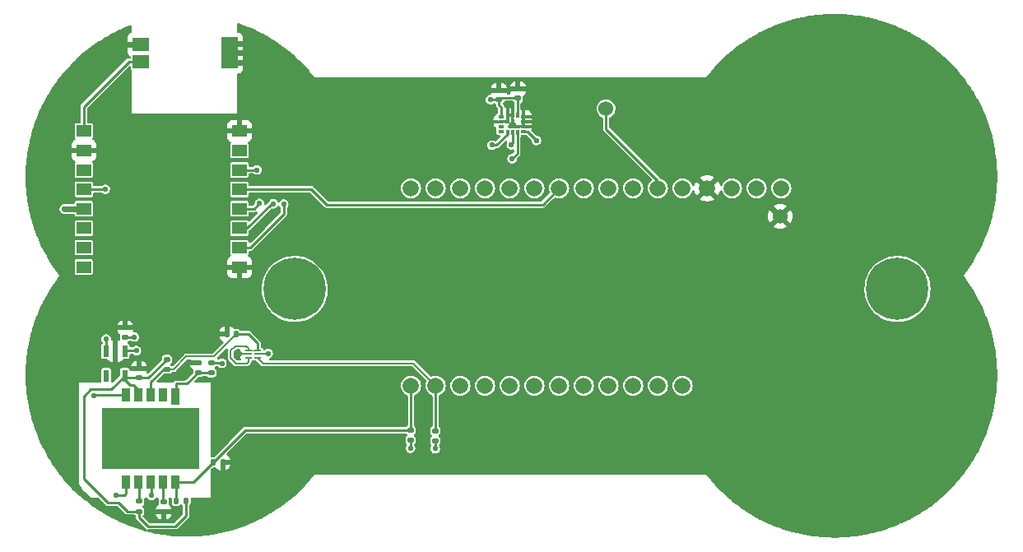
<source format=gbr>
%TF.GenerationSoftware,KiCad,Pcbnew,(6.0.0)*%
%TF.CreationDate,2022-02-26T01:06:40-08:00*%
%TF.ProjectId,Dog_Tracker,446f675f-5472-4616-936b-65722e6b6963,rev?*%
%TF.SameCoordinates,Original*%
%TF.FileFunction,Copper,L1,Top*%
%TF.FilePolarity,Positive*%
%FSLAX46Y46*%
G04 Gerber Fmt 4.6, Leading zero omitted, Abs format (unit mm)*
G04 Created by KiCad (PCBNEW (6.0.0)) date 2022-02-26 01:06:40*
%MOMM*%
%LPD*%
G01*
G04 APERTURE LIST*
G04 Aperture macros list*
%AMRoundRect*
0 Rectangle with rounded corners*
0 $1 Rounding radius*
0 $2 $3 $4 $5 $6 $7 $8 $9 X,Y pos of 4 corners*
0 Add a 4 corners polygon primitive as box body*
4,1,4,$2,$3,$4,$5,$6,$7,$8,$9,$2,$3,0*
0 Add four circle primitives for the rounded corners*
1,1,$1+$1,$2,$3*
1,1,$1+$1,$4,$5*
1,1,$1+$1,$6,$7*
1,1,$1+$1,$8,$9*
0 Add four rect primitives between the rounded corners*
20,1,$1+$1,$2,$3,$4,$5,0*
20,1,$1+$1,$4,$5,$6,$7,0*
20,1,$1+$1,$6,$7,$8,$9,0*
20,1,$1+$1,$8,$9,$2,$3,0*%
G04 Aperture macros list end*
%TA.AperFunction,SMDPad,CuDef*%
%ADD10RoundRect,0.135000X-0.185000X0.135000X-0.185000X-0.135000X0.185000X-0.135000X0.185000X0.135000X0*%
%TD*%
%TA.AperFunction,SMDPad,CuDef*%
%ADD11RoundRect,0.135000X0.185000X-0.135000X0.185000X0.135000X-0.185000X0.135000X-0.185000X-0.135000X0*%
%TD*%
%TA.AperFunction,SMDPad,CuDef*%
%ADD12R,0.864000X1.676000*%
%TD*%
%TA.AperFunction,SMDPad,CuDef*%
%ADD13R,0.864000X1.422000*%
%TD*%
%TA.AperFunction,ComponentPad*%
%ADD14C,0.600000*%
%TD*%
%TA.AperFunction,SMDPad,CuDef*%
%ADD15R,10.008000X6.350000*%
%TD*%
%TA.AperFunction,SMDPad,CuDef*%
%ADD16R,1.500000X1.200000*%
%TD*%
%TA.AperFunction,SMDPad,CuDef*%
%ADD17R,1.700000X1.450000*%
%TD*%
%TA.AperFunction,SMDPad,CuDef*%
%ADD18R,1.700000X3.200000*%
%TD*%
%TA.AperFunction,SMDPad,CuDef*%
%ADD19RoundRect,0.140000X0.170000X-0.140000X0.170000X0.140000X-0.170000X0.140000X-0.170000X-0.140000X0*%
%TD*%
%TA.AperFunction,ComponentPad*%
%ADD20C,1.665000*%
%TD*%
%TA.AperFunction,SMDPad,CuDef*%
%ADD21R,0.762000X0.203200*%
%TD*%
%TA.AperFunction,SMDPad,CuDef*%
%ADD22R,0.575000X0.350000*%
%TD*%
%TA.AperFunction,SMDPad,CuDef*%
%ADD23R,0.350000X0.575000*%
%TD*%
%TA.AperFunction,SMDPad,CuDef*%
%ADD24RoundRect,0.135000X-0.135000X-0.185000X0.135000X-0.185000X0.135000X0.185000X-0.135000X0.185000X0*%
%TD*%
%TA.AperFunction,SMDPad,CuDef*%
%ADD25RoundRect,0.140000X0.140000X0.170000X-0.140000X0.170000X-0.140000X-0.170000X0.140000X-0.170000X0*%
%TD*%
%TA.AperFunction,SMDPad,CuDef*%
%ADD26R,0.600000X1.150000*%
%TD*%
%TA.AperFunction,SMDPad,CuDef*%
%ADD27RoundRect,0.140000X-0.140000X-0.170000X0.140000X-0.170000X0.140000X0.170000X-0.140000X0.170000X0*%
%TD*%
%TA.AperFunction,WasherPad*%
%ADD28C,6.400000*%
%TD*%
%TA.AperFunction,ComponentPad*%
%ADD29C,1.524000*%
%TD*%
%TA.AperFunction,ViaPad*%
%ADD30C,0.580000*%
%TD*%
%TA.AperFunction,ViaPad*%
%ADD31C,0.800000*%
%TD*%
%TA.AperFunction,Conductor*%
%ADD32C,0.250000*%
%TD*%
%TA.AperFunction,Conductor*%
%ADD33C,0.200000*%
%TD*%
%TA.AperFunction,Conductor*%
%ADD34C,0.100000*%
%TD*%
%TA.AperFunction,Conductor*%
%ADD35C,0.609600*%
%TD*%
%TA.AperFunction,Conductor*%
%ADD36C,0.293370*%
%TD*%
G04 APERTURE END LIST*
D10*
%TO.P,R7,1*%
%TO.N,/I2C_SCL*%
X83700000Y-118690000D03*
%TO.P,R7,2*%
%TO.N,+3V3*%
X83700000Y-119710000D03*
%TD*%
%TO.P,R8,1*%
%TO.N,/I2C_SDA*%
X81150000Y-118640000D03*
%TO.P,R8,2*%
%TO.N,+3V3*%
X81150000Y-119660000D03*
%TD*%
D11*
%TO.P,R2,1*%
%TO.N,Net-(R1-Pad2)*%
X59300000Y-112710000D03*
%TO.P,R2,2*%
%TO.N,GND*%
X59300000Y-111690000D03*
%TD*%
D12*
%TO.P,U3,1,ON/OFF*%
%TO.N,Net-(R1-Pad2)*%
X56989999Y-115169000D03*
D13*
%TO.P,U3,2,1PPS*%
%TO.N,unconnected-(U3-Pad2)*%
X55719999Y-115042000D03*
%TO.P,U3,3,TX*%
%TO.N,Net-(C6-Pad1)*%
X54449999Y-115042000D03*
%TO.P,U3,4,VCC*%
%TO.N,+1V8*%
X53179999Y-115042000D03*
D14*
%TO.P,U3,5,GND*%
%TO.N,GND*%
X57452397Y-117939500D03*
X55450798Y-117939500D03*
X57452397Y-121114500D03*
X53449199Y-117939500D03*
X57452397Y-119527000D03*
X53449199Y-121114500D03*
D13*
X51909999Y-115042000D03*
D14*
X51447600Y-119527000D03*
X51447600Y-121114500D03*
X53449199Y-119527000D03*
X55450798Y-121114500D03*
D15*
X54449999Y-119527000D03*
D14*
X51447600Y-117939500D03*
X55450798Y-119527000D03*
D13*
%TO.P,U3,6,WAKEUP*%
%TO.N,/wakeup*%
X51909999Y-124012000D03*
%TO.P,U3,7,CTS*%
%TO.N,/CTS*%
X53179999Y-124012000D03*
%TO.P,U3,8,RESET*%
%TO.N,/gps reset*%
X54449999Y-124012000D03*
%TO.P,U3,9,RTS*%
%TO.N,/RTS*%
X55719999Y-124012000D03*
%TO.P,U3,10,RX*%
%TO.N,/I2C_SDA*%
X56989999Y-124012000D03*
%TD*%
D10*
%TO.P,R1,1*%
%TO.N,/GPS_ON*%
X60650000Y-111700000D03*
%TO.P,R1,2*%
%TO.N,Net-(R1-Pad2)*%
X60650000Y-112720000D03*
%TD*%
D16*
%TO.P,U2,1,GND*%
%TO.N,GND*%
X63550000Y-101850000D03*
%TO.P,U2,2,MISO*%
%TO.N,/MISO*%
X63550000Y-99850000D03*
%TO.P,U2,3,MOSI*%
%TO.N,/MOSI*%
X63550000Y-97850000D03*
%TO.P,U2,4,SCK*%
%TO.N,/SCK*%
X63550000Y-95850000D03*
%TO.P,U2,5,CS*%
%TO.N,/lora cs*%
X63550000Y-93850000D03*
%TO.P,U2,6,RST*%
%TO.N,/lora reset*%
X63550000Y-91850000D03*
%TO.P,U2,7,X*%
%TO.N,unconnected-(U2-Pad7)*%
X63550000Y-89850000D03*
%TO.P,U2,8,GND*%
%TO.N,GND*%
X63550000Y-87850000D03*
%TO.P,U2,9,ANT*%
%TO.N,/ANT*%
X47550000Y-87850000D03*
%TO.P,U2,10,GND*%
%TO.N,GND*%
X47550000Y-89850000D03*
%TO.P,U2,11,DIO3*%
%TO.N,unconnected-(U2-Pad11)*%
X47550000Y-91850000D03*
%TO.P,U2,12,BSY*%
%TO.N,/BUSY*%
X47550000Y-93850000D03*
%TO.P,U2,13,3V3*%
%TO.N,+3V3*%
X47550000Y-95850000D03*
%TO.P,U2,14,DIO0*%
%TO.N,unconnected-(U2-Pad14)*%
X47550000Y-97850000D03*
%TO.P,U2,15,DIO1*%
%TO.N,unconnected-(U2-Pad15)*%
X47550000Y-99850000D03*
%TO.P,U2,16,DIO2*%
%TO.N,unconnected-(U2-Pad16)*%
X47550000Y-101850000D03*
%TD*%
D17*
%TO.P,AE1,1,FEED*%
%TO.N,/ANT*%
X53430000Y-80695000D03*
D18*
%TO.P,AE1,2,GND*%
%TO.N,GND*%
X62530000Y-79820000D03*
D17*
X53430000Y-78945000D03*
%TD*%
D10*
%TO.P,R4,1*%
%TO.N,/RTS*%
X55749999Y-126007000D03*
%TO.P,R4,2*%
%TO.N,GND*%
X55749999Y-127027000D03*
%TD*%
%TO.P,R3,1*%
%TO.N,/CTS*%
X53249999Y-125967000D03*
%TO.P,R3,2*%
%TO.N,+1V8*%
X53249999Y-126987000D03*
%TD*%
D11*
%TO.P,R5,1*%
%TO.N,Net-(C6-Pad1)*%
X56100000Y-112370000D03*
%TO.P,R5,2*%
%TO.N,+1V8*%
X56100000Y-111350000D03*
%TD*%
D19*
%TO.P,C4,1*%
%TO.N,+3V3*%
X90262500Y-84605000D03*
%TO.P,C4,2*%
%TO.N,GND*%
X90262500Y-83645000D03*
%TD*%
%TO.P,C3,1*%
%TO.N,+3V3*%
X92212500Y-84475000D03*
%TO.P,C3,2*%
%TO.N,GND*%
X92212500Y-83515000D03*
%TD*%
%TO.P,C1,1*%
%TO.N,+3V3*%
X51800000Y-109060000D03*
%TO.P,C1,2*%
%TO.N,GND*%
X51800000Y-108100000D03*
%TD*%
D20*
%TO.P,IC1,1,D4*%
%TO.N,/lora reset*%
X81200000Y-93740000D03*
%TO.P,IC1,2,TX_D1*%
%TO.N,unconnected-(IC1-Pad2)*%
X83740000Y-93740000D03*
%TO.P,IC1,3,RX_D0*%
%TO.N,unconnected-(IC1-Pad3)*%
X86280000Y-93740000D03*
%TO.P,IC1,4,MISO*%
%TO.N,/MISO*%
X88820000Y-93740000D03*
%TO.P,IC1,5,MOSI*%
%TO.N,/MOSI*%
X91360000Y-93740000D03*
%TO.P,IC1,6,SCK*%
%TO.N,/SCK*%
X93900000Y-93740000D03*
%TO.P,IC1,7,A5*%
%TO.N,/lora cs*%
X96440000Y-93740000D03*
%TO.P,IC1,8,A4*%
%TO.N,unconnected-(IC1-Pad8)*%
X98980000Y-93740000D03*
%TO.P,IC1,9,A3*%
%TO.N,/BUSY*%
X101520000Y-93740000D03*
%TO.P,IC1,10,A2*%
%TO.N,/GPS_ON*%
X104060000Y-93740000D03*
%TO.P,IC1,11,A1*%
%TO.N,Net-(IC1-Pad11)*%
X106600000Y-93740000D03*
%TO.P,IC1,12,A0*%
%TO.N,unconnected-(IC1-Pad12)*%
X109140000Y-93740000D03*
%TO.P,IC1,13,GND*%
%TO.N,GND*%
X111680000Y-93740000D03*
%TO.P,IC1,14,AREF*%
%TO.N,unconnected-(IC1-Pad14)*%
X114220000Y-93740000D03*
%TO.P,IC1,15,+3V3*%
%TO.N,+3V3*%
X116760000Y-93740000D03*
%TO.P,IC1,16,RESET*%
%TO.N,unconnected-(IC1-Pad16)*%
X119300000Y-93740000D03*
%TO.P,IC1,17,VBAT*%
%TO.N,+3V8*%
X109140000Y-114060000D03*
%TO.P,IC1,18,EN*%
%TO.N,unconnected-(IC1-Pad18)*%
X106600000Y-114060000D03*
%TO.P,IC1,19,VUSB*%
%TO.N,unconnected-(IC1-Pad19)*%
X104060000Y-114060000D03*
%TO.P,IC1,20,D13*%
%TO.N,unconnected-(IC1-Pad20)*%
X101520000Y-114060000D03*
%TO.P,IC1,21,D12*%
%TO.N,/gps reset*%
X98980000Y-114060000D03*
%TO.P,IC1,22,D11*%
%TO.N,/wakeup*%
X96440000Y-114060000D03*
%TO.P,IC1,23,D10*%
%TO.N,unconnected-(IC1-Pad23)*%
X93900000Y-114060000D03*
%TO.P,IC1,24,D9*%
%TO.N,unconnected-(IC1-Pad24)*%
X91360000Y-114060000D03*
%TO.P,IC1,25,D6*%
%TO.N,unconnected-(IC1-Pad25)*%
X88820000Y-114060000D03*
%TO.P,IC1,26,D5*%
%TO.N,/pedometer cs*%
X86280000Y-114060000D03*
%TO.P,IC1,27,SCL*%
%TO.N,/I2C_SCL*%
X83740000Y-114060000D03*
%TO.P,IC1,28,SDA*%
%TO.N,/I2C_SDA*%
X81200000Y-114060000D03*
%TD*%
D21*
%TO.P,U5,1,IN_B*%
%TO.N,Net-(C6-Pad1)*%
X64485600Y-110450000D03*
%TO.P,U5,2,GND*%
%TO.N,GND*%
X64485600Y-110805600D03*
%TO.P,U5,3,IN_A*%
%TO.N,Net-(C6-Pad1)*%
X64485600Y-111161200D03*
%TO.P,U5,4,OUT_Y*%
%TO.N,/I2C_SCL*%
X65400000Y-111161200D03*
%TO.P,U5,5,VCC*%
%TO.N,+3V3*%
X65400000Y-110805600D03*
%TO.P,U5,6,IN_C*%
%TO.N,Net-(C6-Pad1)*%
X65400000Y-110450000D03*
%TD*%
D22*
%TO.P,U6,1,SD0*%
%TO.N,/MISO*%
X92800000Y-87875000D03*
%TO.P,U6,2,SDx*%
%TO.N,GND*%
X92800000Y-87375000D03*
%TO.P,U6,3,SCx*%
X92800000Y-86875000D03*
%TO.P,U6,4,INT1*%
X92800000Y-86375000D03*
D23*
%TO.P,U6,5,VDDIO*%
%TO.N,+3V3*%
X92137500Y-86212500D03*
%TO.P,U6,6,GND*%
%TO.N,GND*%
X91637500Y-86212500D03*
%TO.P,U6,7,GND*%
X91137500Y-86212500D03*
D22*
%TO.P,U6,8,VDD*%
%TO.N,+3V3*%
X90475000Y-86375000D03*
%TO.P,U6,9,INT2*%
%TO.N,GND*%
X90475000Y-86875000D03*
%TO.P,U6,10,NC*%
%TO.N,unconnected-(U6-Pad10)*%
X90475000Y-87375000D03*
%TO.P,U6,11,NC*%
%TO.N,unconnected-(U6-Pad11)*%
X90475000Y-87875000D03*
D23*
%TO.P,U6,12,CS*%
%TO.N,/pedometer cs*%
X91137500Y-88037500D03*
%TO.P,U6,13,SCL*%
%TO.N,/SCK*%
X91637500Y-88037500D03*
%TO.P,U6,14,SDA*%
%TO.N,/MOSI*%
X92137500Y-88037500D03*
%TD*%
D19*
%TO.P,C2,1*%
%TO.N,+1V8*%
X53200000Y-113250000D03*
%TO.P,C2,2*%
%TO.N,GND*%
X53200000Y-112290000D03*
%TD*%
D24*
%TO.P,R6,1*%
%TO.N,/I2C_SDA*%
X57050000Y-125900000D03*
%TO.P,R6,2*%
%TO.N,+1V8*%
X58070000Y-125900000D03*
%TD*%
D25*
%TO.P,C6,1*%
%TO.N,Net-(C6-Pad1)*%
X63258500Y-108750000D03*
%TO.P,C6,2*%
%TO.N,GND*%
X62298500Y-108750000D03*
%TD*%
D26*
%TO.P,U1,1,Vin*%
%TO.N,+3V3*%
X51749999Y-110527000D03*
%TO.P,U1,2,GND*%
%TO.N,GND*%
X50799999Y-110527000D03*
%TO.P,U1,3,EN*%
%TO.N,+3V3*%
X49849999Y-110527000D03*
%TO.P,U1,4,NC*%
%TO.N,unconnected-(U1-Pad4)*%
X49849999Y-113027000D03*
%TO.P,U1,5,Vout*%
%TO.N,+1V8*%
X51749999Y-113027000D03*
%TD*%
D27*
%TO.P,C5,1*%
%TO.N,/I2C_SDA*%
X60870000Y-121950000D03*
%TO.P,C5,2*%
%TO.N,GND*%
X61830000Y-121950000D03*
%TD*%
D28*
%TO.P,LS1,*%
%TO.N,*%
X131250000Y-104100000D03*
X69250000Y-104100000D03*
D29*
%TO.P,LS1,1,1*%
%TO.N,Net-(IC1-Pad11)*%
X101266000Y-85558000D03*
%TO.P,LS1,2,2*%
%TO.N,GND*%
X119173000Y-96607000D03*
%TD*%
D30*
%TO.N,+3V3*%
X81150000Y-120490000D03*
X83700000Y-120540000D03*
X89362500Y-84625000D03*
X52750000Y-109050000D03*
X45550000Y-95850000D03*
X66500000Y-110750000D03*
X52950000Y-110450000D03*
X49850000Y-109250000D03*
%TO.N,GND*%
X58400000Y-111650000D03*
X96800000Y-102425000D03*
X72000000Y-84000000D03*
D31*
X64830000Y-80820000D03*
D30*
X63570000Y-110810000D03*
X64500000Y-82500000D03*
X61378499Y-108727000D03*
X93162500Y-83525000D03*
X64500000Y-85500000D03*
X133500000Y-119500000D03*
X94212500Y-85875000D03*
X133500000Y-123000000D03*
X68000000Y-84000000D03*
X72000000Y-89500000D03*
X45750000Y-89900000D03*
X98475000Y-98075000D03*
X65877798Y-87772202D03*
D31*
X64830000Y-78820000D03*
D30*
X50375000Y-81050000D03*
X46800000Y-84575000D03*
X51800000Y-107200000D03*
X55750000Y-127900000D03*
X123000000Y-123000000D03*
X102225000Y-96950000D03*
X46228000Y-118872000D03*
X91312500Y-83575000D03*
X48600000Y-115050000D03*
D31*
X50800000Y-78920000D03*
D30*
X68000000Y-86500000D03*
X72000000Y-86500000D03*
X59000000Y-106500000D03*
X49200000Y-82125000D03*
X126492429Y-119468341D03*
X89150000Y-109950000D03*
X91110000Y-85020000D03*
X47975000Y-83250000D03*
X53200000Y-111250000D03*
X130000000Y-119500000D03*
X133500000Y-111500000D03*
D31*
X64830000Y-79820000D03*
D30*
X133500000Y-115500000D03*
X94212500Y-87525000D03*
X76000000Y-86500000D03*
X46228000Y-121412000D03*
X59000000Y-104000000D03*
X51500000Y-86000000D03*
X59000000Y-109000000D03*
X51500000Y-83000000D03*
X63500000Y-103800000D03*
X129954578Y-115479696D03*
X129984859Y-122992429D03*
X46228000Y-115824000D03*
X89212500Y-86875000D03*
X50800000Y-109250000D03*
X126492429Y-122977289D03*
X62771500Y-121973000D03*
X94212500Y-86725000D03*
X68000000Y-89500000D03*
X91725000Y-104775000D03*
X46375000Y-86350000D03*
X64500000Y-84000000D03*
X76000000Y-84000000D03*
X51475000Y-84500000D03*
%TO.N,/lora reset*%
X65360000Y-91850000D03*
%TO.N,/SCK*%
X91523000Y-89250000D03*
X65620000Y-95290000D03*
%TO.N,/MOSI*%
X67020000Y-95340000D03*
X91600000Y-90700000D03*
%TO.N,/MISO*%
X68112500Y-95375000D03*
X94112500Y-88825000D03*
%TO.N,/GPS_ON*%
X61750000Y-111750000D03*
%TO.N,/gps reset*%
X54500000Y-125350000D03*
%TO.N,/wakeup*%
X50900000Y-125350000D03*
%TO.N,/pedometer cs*%
X89522701Y-89302701D03*
%TO.N,/BUSY*%
X49750000Y-93840000D03*
%TD*%
D32*
%TO.N,+3V3*%
X81150000Y-119660000D02*
X81150000Y-120490000D01*
X83700000Y-119710000D02*
X83700000Y-120540000D01*
X90242500Y-84625000D02*
X90262500Y-84605000D01*
X51810000Y-109050000D02*
X51800000Y-109060000D01*
D33*
X65400000Y-110805600D02*
X66444400Y-110805600D01*
D32*
X52750000Y-109050000D02*
X51810000Y-109050000D01*
D34*
X66444400Y-110805600D02*
X66500000Y-110750000D01*
D32*
X92137500Y-84550000D02*
X92212500Y-84475000D01*
X90475000Y-86375000D02*
X90475000Y-85385000D01*
X52950000Y-110450000D02*
X51826999Y-110450000D01*
X92142989Y-84405489D02*
X92212500Y-84475000D01*
X89362500Y-84625000D02*
X90242500Y-84625000D01*
X90462011Y-84405489D02*
X92142989Y-84405489D01*
X92137500Y-86212500D02*
X92137500Y-84550000D01*
D35*
X45550000Y-95850000D02*
X47550000Y-95850000D01*
D32*
X90475000Y-85385000D02*
X90262500Y-85172500D01*
X90262500Y-84605000D02*
X90462011Y-84405489D01*
X49850000Y-109250000D02*
X49849999Y-110527000D01*
X90262500Y-85172500D02*
X90262500Y-84605000D01*
%TO.N,GND*%
X92800000Y-86375000D02*
X93712500Y-86375000D01*
X92222500Y-83525000D02*
X92212500Y-83515000D01*
D35*
X53430000Y-78945000D02*
X50955000Y-78945000D01*
D33*
X63574400Y-110805600D02*
X64485600Y-110805600D01*
D32*
X91110000Y-85020000D02*
X91637500Y-85547500D01*
X48600000Y-115050000D02*
X48608000Y-115042000D01*
X94062500Y-86875000D02*
X94212500Y-86725000D01*
X92800000Y-86875000D02*
X94062500Y-86875000D01*
X93712500Y-86375000D02*
X94212500Y-85875000D01*
D36*
X47500000Y-89900000D02*
X47550000Y-89850000D01*
D32*
X48608000Y-115042000D02*
X51909999Y-115042000D01*
X55750000Y-127900000D02*
X55749999Y-127027000D01*
X92800000Y-87375000D02*
X94062500Y-87375000D01*
X94062500Y-87375000D02*
X94212500Y-87525000D01*
X62298500Y-108750000D02*
X61401499Y-108750000D01*
D35*
X63080000Y-80820000D02*
X64830000Y-80820000D01*
D32*
X91137500Y-85047500D02*
X91137500Y-86212500D01*
X58440000Y-111690000D02*
X58400000Y-111650000D01*
X63500000Y-103800000D02*
X63500000Y-101900000D01*
D34*
X63570000Y-110810000D02*
X63574400Y-110805600D01*
D35*
X62450000Y-79950000D02*
X63000000Y-80500000D01*
D32*
X61401499Y-108750000D02*
X61378499Y-108727000D01*
X91110000Y-85020000D02*
X91137500Y-85047500D01*
D36*
X45750000Y-89900000D02*
X47500000Y-89900000D01*
D32*
X51800000Y-108100000D02*
X51800000Y-107200000D01*
D36*
X65877798Y-87772202D02*
X65800000Y-87850000D01*
D32*
X61951499Y-121950000D02*
X62748500Y-121950000D01*
X59300000Y-111690000D02*
X58440000Y-111690000D01*
X53200000Y-111250000D02*
X53200000Y-112290000D01*
X63500000Y-101900000D02*
X63550000Y-101850000D01*
X89212500Y-86875000D02*
X90475000Y-86875000D01*
D35*
X62530000Y-79820000D02*
X64830000Y-79820000D01*
D32*
X91242500Y-83645000D02*
X91312500Y-83575000D01*
X50799999Y-110527000D02*
X50800000Y-109250000D01*
X91637500Y-85547500D02*
X91637500Y-86212500D01*
X93162500Y-83525000D02*
X92222500Y-83525000D01*
X90262500Y-83645000D02*
X91242500Y-83645000D01*
D35*
X63080000Y-78820000D02*
X64830000Y-78820000D01*
D36*
X65800000Y-87850000D02*
X63550000Y-87850000D01*
D32*
%TO.N,+1V8*%
X52007000Y-126987000D02*
X53249999Y-126987000D01*
X56990000Y-128520000D02*
X54130000Y-128520000D01*
X53200000Y-113250000D02*
X51972999Y-113250000D01*
X50341510Y-114435489D02*
X48264511Y-114435489D01*
X51972999Y-113250000D02*
X51749999Y-113027000D01*
X48264511Y-114435489D02*
X47550000Y-115150000D01*
X51749999Y-113027000D02*
X50341510Y-114435489D01*
X54200000Y-113250000D02*
X53200000Y-113250000D01*
X58070000Y-127440000D02*
X56990000Y-128520000D01*
X47550000Y-123620000D02*
X50050000Y-126120000D01*
X52306489Y-114006489D02*
X51749999Y-113449999D01*
X50050000Y-126120000D02*
X51140000Y-126120000D01*
X47550000Y-115150000D02*
X47550000Y-123620000D01*
X54130000Y-128520000D02*
X53249999Y-127639999D01*
X53179999Y-114519978D02*
X52666510Y-114006489D01*
X51749999Y-113449999D02*
X51749999Y-113027000D01*
X56100000Y-111350000D02*
X54200000Y-113250000D01*
X53179999Y-115042000D02*
X53179999Y-114519978D01*
X58070000Y-125900000D02*
X58070000Y-127440000D01*
X53249999Y-127639999D02*
X53249999Y-126987000D01*
X52666510Y-114006489D02*
X52306489Y-114006489D01*
X51140000Y-126120000D02*
X52007000Y-126987000D01*
%TO.N,/lora reset*%
X63550000Y-91850000D02*
X65360000Y-91850000D01*
%TO.N,/SCK*%
X91637500Y-89135500D02*
X91637500Y-88037500D01*
X91523000Y-89250000D02*
X91637500Y-89135500D01*
X65060000Y-95850000D02*
X65620000Y-95290000D01*
X63550000Y-95850000D02*
X65060000Y-95850000D01*
%TO.N,/MOSI*%
X66830000Y-95340000D02*
X64320000Y-97850000D01*
X92137500Y-90162500D02*
X92137500Y-88037500D01*
X91600000Y-90700000D02*
X92137500Y-90162500D01*
X64320000Y-97850000D02*
X63550000Y-97850000D01*
X67020000Y-95340000D02*
X66830000Y-95340000D01*
%TO.N,/MISO*%
X92800000Y-87875000D02*
X93162500Y-87875000D01*
X64627630Y-99850000D02*
X68112500Y-96365130D01*
X68112500Y-96365130D02*
X68112500Y-95375000D01*
X93162500Y-87875000D02*
X94112500Y-88825000D01*
X63550000Y-99850000D02*
X64627630Y-99850000D01*
%TO.N,/lora cs*%
X94760000Y-95420000D02*
X96440000Y-93740000D01*
X63550000Y-93850000D02*
X70950000Y-93850000D01*
X72520000Y-95420000D02*
X94760000Y-95420000D01*
X70950000Y-93850000D02*
X72520000Y-95420000D01*
D36*
%TO.N,/ANT*%
X47550000Y-85370000D02*
X47550000Y-87850000D01*
X47530000Y-85350000D02*
X47550000Y-85370000D01*
X53430000Y-80695000D02*
X52185000Y-80695000D01*
X52185000Y-80695000D02*
X47530000Y-85350000D01*
D32*
%TO.N,/GPS_ON*%
X60650000Y-111700000D02*
X61700000Y-111700000D01*
X61700000Y-111700000D02*
X61750000Y-111750000D01*
%TO.N,Net-(IC1-Pad11)*%
X101266000Y-87626000D02*
X106600000Y-92960000D01*
X101266000Y-85558000D02*
X101266000Y-87626000D01*
X106600000Y-92960000D02*
X106600000Y-93740000D01*
%TO.N,/gps reset*%
X54500000Y-124062001D02*
X54449999Y-124012000D01*
X54500000Y-125350000D02*
X54500000Y-124062001D01*
%TO.N,/wakeup*%
X51909999Y-125170001D02*
X51730000Y-125350000D01*
X51909999Y-124012000D02*
X51909999Y-125170001D01*
X51730000Y-125350000D02*
X50900000Y-125350000D01*
%TO.N,/pedometer cs*%
X91137500Y-88037500D02*
X91137500Y-88150000D01*
X91137500Y-88150000D02*
X89984799Y-89302701D01*
X89984799Y-89302701D02*
X89522701Y-89302701D01*
%TO.N,/I2C_SCL*%
X83740000Y-118650000D02*
X83700000Y-118690000D01*
X83740000Y-114060000D02*
X83740000Y-118650000D01*
D33*
X65988800Y-111750000D02*
X81430000Y-111750000D01*
X65400000Y-111161200D02*
X65988800Y-111750000D01*
X81430000Y-111750000D02*
X83740000Y-114060000D01*
D32*
%TO.N,/I2C_SDA*%
X64173070Y-118640000D02*
X60870000Y-121943070D01*
X60870000Y-121943070D02*
X60870000Y-121950000D01*
X58793021Y-124012000D02*
X56989999Y-124012000D01*
X57050000Y-124072001D02*
X56989999Y-124012000D01*
X81150000Y-118640000D02*
X81200000Y-118590000D01*
X81150000Y-118640000D02*
X64173070Y-118640000D01*
X81200000Y-118590000D02*
X81200000Y-114060000D01*
X60769999Y-122035022D02*
X58793021Y-124012000D01*
X57050000Y-125900000D02*
X57050000Y-124072001D01*
%TO.N,Net-(R1-Pad2)*%
X60640000Y-112710000D02*
X60650000Y-112720000D01*
X59300000Y-112710000D02*
X60640000Y-112710000D01*
X57050000Y-115108999D02*
X56989999Y-115169000D01*
X58160000Y-113850000D02*
X57050000Y-113850000D01*
X59300000Y-112710000D02*
X58160000Y-113850000D01*
X57050000Y-113850000D02*
X57050000Y-115108999D01*
%TO.N,/BUSY*%
X49740000Y-93850000D02*
X49750000Y-93840000D01*
X47550000Y-93850000D02*
X49740000Y-93850000D01*
%TO.N,Net-(C6-Pad1)*%
X64476022Y-108750000D02*
X65400000Y-109673978D01*
D33*
X64485600Y-110215600D02*
X64260000Y-109990000D01*
X64485600Y-110450000D02*
X64485600Y-110215600D01*
D32*
X65400000Y-109673978D02*
X65400000Y-110379489D01*
D33*
X64260000Y-109990000D02*
X63140000Y-109990000D01*
D32*
X54449999Y-113670001D02*
X54449999Y-115042000D01*
D33*
X63140000Y-109990000D02*
X62670000Y-110460000D01*
X60948011Y-111060489D02*
X58089511Y-111060489D01*
X62670000Y-111230000D02*
X63190000Y-111750000D01*
X63190000Y-111750000D02*
X64340000Y-111750000D01*
X62670000Y-110460000D02*
X62670000Y-111230000D01*
X64340000Y-111750000D02*
X64485600Y-111604400D01*
D32*
X54449999Y-113670001D02*
X55750000Y-112370000D01*
X55750000Y-112370000D02*
X56100000Y-112370000D01*
D33*
X64485600Y-111604400D02*
X64485600Y-111161200D01*
X63258500Y-108750000D02*
X60948011Y-111060489D01*
X58089511Y-111060489D02*
X56780000Y-112370000D01*
X56780000Y-112370000D02*
X56100000Y-112370000D01*
D34*
X64485600Y-110450000D02*
X65400000Y-110450000D01*
D32*
X63258500Y-108750000D02*
X64476022Y-108750000D01*
%TO.N,/CTS*%
X53249999Y-125967000D02*
X53249999Y-124082000D01*
X53249999Y-124082000D02*
X53179999Y-124012000D01*
%TO.N,/RTS*%
X55719999Y-125977000D02*
X55749999Y-126007000D01*
X55719999Y-124012000D02*
X55719999Y-125977000D01*
%TD*%
%TA.AperFunction,Conductor*%
%TO.N,GND*%
G36*
X124965013Y-75803652D02*
G01*
X125406022Y-75816263D01*
X125407876Y-75816330D01*
X125774838Y-75832235D01*
X125779064Y-75832490D01*
X125944542Y-75845244D01*
X126218006Y-75866320D01*
X126219826Y-75866475D01*
X126586607Y-75900463D01*
X126590646Y-75900904D01*
X126991788Y-75951413D01*
X127026646Y-75955802D01*
X127028673Y-75956074D01*
X127394031Y-76008116D01*
X127398025Y-76008751D01*
X127830058Y-76084508D01*
X127832163Y-76084895D01*
X128103965Y-76137330D01*
X128195307Y-76154952D01*
X128199127Y-76155751D01*
X128626492Y-76252180D01*
X128628548Y-76252662D01*
X128828964Y-76301636D01*
X128988390Y-76340594D01*
X128992118Y-76341566D01*
X129209803Y-76401870D01*
X129413838Y-76458393D01*
X129415931Y-76458994D01*
X129771546Y-76564631D01*
X129775092Y-76565742D01*
X130190177Y-76702644D01*
X130192474Y-76703426D01*
X130542824Y-76826507D01*
X130546262Y-76827772D01*
X130953881Y-76984427D01*
X130956205Y-76985347D01*
X131000860Y-77003542D01*
X131300385Y-77125589D01*
X131303669Y-77126982D01*
X131582132Y-77249751D01*
X131702999Y-77303039D01*
X131705323Y-77304092D01*
X132042550Y-77461213D01*
X132045630Y-77462700D01*
X132176564Y-77528156D01*
X132435781Y-77657743D01*
X132438193Y-77658982D01*
X132642504Y-77766676D01*
X132754804Y-77825870D01*
X132767393Y-77832506D01*
X132770349Y-77834115D01*
X133150467Y-78047692D01*
X133152852Y-78049067D01*
X133473411Y-78238696D01*
X133476059Y-78240309D01*
X133845389Y-78471985D01*
X133847766Y-78473516D01*
X133918571Y-78520237D01*
X134158672Y-78678671D01*
X134161310Y-78680460D01*
X134518767Y-78929536D01*
X134521206Y-78931278D01*
X134821770Y-79151514D01*
X134824188Y-79153332D01*
X135110471Y-79374102D01*
X135169226Y-79419412D01*
X135171651Y-79421330D01*
X135460980Y-79655994D01*
X135463285Y-79657910D01*
X135795051Y-79940338D01*
X135797452Y-79942434D01*
X135904442Y-80038285D01*
X136074934Y-80191027D01*
X136077017Y-80192937D01*
X136394859Y-80491165D01*
X136397160Y-80493381D01*
X136524095Y-80618859D01*
X136661993Y-80755174D01*
X136663967Y-80757169D01*
X136967132Y-81070511D01*
X136969448Y-81072970D01*
X137220992Y-81347306D01*
X137222739Y-81349254D01*
X137510575Y-81677063D01*
X137512790Y-81679657D01*
X137673607Y-81873324D01*
X137750396Y-81965798D01*
X137752047Y-81967828D01*
X138023818Y-82309297D01*
X138025998Y-82312117D01*
X138249166Y-82609422D01*
X138250548Y-82611302D01*
X138440009Y-82874513D01*
X138505721Y-82965804D01*
X138507817Y-82968808D01*
X138715887Y-83276349D01*
X138717221Y-83278361D01*
X138789222Y-83389329D01*
X138955142Y-83645045D01*
X138957140Y-83648228D01*
X139149639Y-83965228D01*
X139150763Y-83967118D01*
X139275738Y-84181776D01*
X139370975Y-84345356D01*
X139372850Y-84348694D01*
X139549360Y-84674385D01*
X139550328Y-84676210D01*
X139752201Y-85065016D01*
X139753966Y-85068549D01*
X139914006Y-85401933D01*
X139914916Y-85403870D01*
X139918979Y-85412715D01*
X140098016Y-85802513D01*
X140099612Y-85806140D01*
X140237613Y-86133939D01*
X140242843Y-86146362D01*
X140243608Y-86148223D01*
X140406282Y-86552876D01*
X140407492Y-86555887D01*
X140408963Y-86559727D01*
X140495291Y-86796676D01*
X140535046Y-86905793D01*
X140535699Y-86907631D01*
X140679958Y-87323493D01*
X140681278Y-87327516D01*
X140781010Y-87649582D01*
X140789938Y-87678415D01*
X140790465Y-87680160D01*
X140827356Y-87805815D01*
X140914739Y-88103446D01*
X140915887Y-88107620D01*
X140998330Y-88428869D01*
X141006940Y-88462421D01*
X141007361Y-88464110D01*
X141108335Y-88881715D01*
X141111288Y-88893930D01*
X141112250Y-88898239D01*
X141175179Y-89205331D01*
X141185555Y-89255965D01*
X141185877Y-89257593D01*
X141269133Y-89693068D01*
X141269892Y-89697459D01*
X141290196Y-89829097D01*
X141325342Y-90056965D01*
X141325572Y-90058518D01*
X141384623Y-90475816D01*
X141387891Y-90498913D01*
X141388453Y-90503484D01*
X141425515Y-90858741D01*
X141426032Y-90863700D01*
X141426172Y-90865129D01*
X141456386Y-91191744D01*
X141467291Y-91309635D01*
X141467636Y-91314320D01*
X141472259Y-91398500D01*
X141487387Y-91673984D01*
X141487456Y-91675362D01*
X141507135Y-92123258D01*
X141507254Y-92128062D01*
X141509321Y-92486169D01*
X141509322Y-92487453D01*
X141508210Y-92739063D01*
X141507608Y-92875302D01*
X141507331Y-92937868D01*
X141507214Y-92942751D01*
X141499716Y-93115761D01*
X141491816Y-93298022D01*
X141491759Y-93299210D01*
X141488947Y-93352472D01*
X141468544Y-93738868D01*
X141467874Y-93751548D01*
X141467512Y-93756522D01*
X141458210Y-93856903D01*
X141434984Y-94107538D01*
X141434879Y-94108625D01*
X141393552Y-94516061D01*
X141388858Y-94562336D01*
X141388246Y-94567360D01*
X141361962Y-94751881D01*
X141339039Y-94912810D01*
X141338894Y-94913798D01*
X141270466Y-95368346D01*
X141269589Y-95373457D01*
X141262278Y-95411355D01*
X141206990Y-95697945D01*
X141204330Y-95711731D01*
X141204174Y-95712521D01*
X141162616Y-95919928D01*
X141112986Y-96167620D01*
X141111841Y-96172774D01*
X141031334Y-96502232D01*
X141031211Y-96502728D01*
X140994398Y-96649293D01*
X140916776Y-96958328D01*
X140915358Y-96963503D01*
X140890256Y-97048007D01*
X140820812Y-97281782D01*
X140820606Y-97282466D01*
X140682314Y-97738530D01*
X140680614Y-97743729D01*
X140573645Y-98048219D01*
X140573443Y-98048789D01*
X140548695Y-98118143D01*
X140410138Y-98506441D01*
X140408152Y-98511640D01*
X140291154Y-98798775D01*
X140291103Y-98798900D01*
X140114775Y-99226552D01*
X140100909Y-99260181D01*
X140098648Y-99265335D01*
X139991965Y-99494305D01*
X139975415Y-99529827D01*
X139975233Y-99530214D01*
X139755355Y-99997977D01*
X139752795Y-100003115D01*
X139655071Y-100188512D01*
X139630335Y-100235439D01*
X139630179Y-100235733D01*
X139374285Y-100718101D01*
X139371424Y-100723205D01*
X139264467Y-100904011D01*
X139264346Y-100904216D01*
X138958602Y-101418842D01*
X138955444Y-101423881D01*
X138906894Y-101497457D01*
X138906825Y-101497562D01*
X138900856Y-101506586D01*
X138511569Y-102095086D01*
X138508088Y-102100082D01*
X138503537Y-102106288D01*
X138031809Y-102749564D01*
X138031780Y-102749572D01*
X138031744Y-102749634D01*
X138031682Y-102749670D01*
X138031645Y-102749807D01*
X138031573Y-102749931D01*
X138031592Y-102750000D01*
X138031573Y-102750069D01*
X138031645Y-102750193D01*
X138031682Y-102750330D01*
X138031744Y-102750366D01*
X138031780Y-102750428D01*
X138031809Y-102750436D01*
X138038277Y-102759256D01*
X138038277Y-102759257D01*
X138508088Y-103399918D01*
X138511569Y-103404914D01*
X138900957Y-103993566D01*
X138906816Y-104002424D01*
X138906894Y-104002543D01*
X138955444Y-104076119D01*
X138958602Y-104081158D01*
X139264346Y-104595784D01*
X139264467Y-104595989D01*
X139371424Y-104776795D01*
X139374285Y-104781899D01*
X139537106Y-105088821D01*
X139630258Y-105264415D01*
X139752788Y-105496871D01*
X139755355Y-105502023D01*
X139975233Y-105969786D01*
X139975415Y-105970173D01*
X140098648Y-106234665D01*
X140100909Y-106239819D01*
X140291103Y-106701100D01*
X140393087Y-106951388D01*
X140408152Y-106988360D01*
X140410138Y-106993559D01*
X140573438Y-107451197D01*
X140573641Y-107451771D01*
X140577534Y-107462852D01*
X140680614Y-107756271D01*
X140682314Y-107761470D01*
X140820606Y-108217534D01*
X140820812Y-108218218D01*
X140830283Y-108250102D01*
X140914554Y-108533787D01*
X140915356Y-108536488D01*
X140916774Y-108541664D01*
X141031211Y-108997272D01*
X141031334Y-108997768D01*
X141082888Y-109208741D01*
X141111841Y-109327226D01*
X141112986Y-109332380D01*
X141198693Y-109760121D01*
X141204155Y-109787382D01*
X141204317Y-109788201D01*
X141237430Y-109959844D01*
X141269589Y-110126543D01*
X141270466Y-110131654D01*
X141338894Y-110586202D01*
X141339039Y-110587190D01*
X141357818Y-110719024D01*
X141388246Y-110932640D01*
X141388855Y-110937641D01*
X141433304Y-111375842D01*
X141434879Y-111391373D01*
X141434984Y-111392459D01*
X141460946Y-111672621D01*
X141467511Y-111743470D01*
X141467873Y-111748445D01*
X141480934Y-111995785D01*
X141491759Y-112200790D01*
X141491816Y-112201978D01*
X141506459Y-112539806D01*
X141507214Y-112557233D01*
X141507331Y-112562118D01*
X141507823Y-112673379D01*
X141509322Y-113012547D01*
X141509321Y-113013831D01*
X141507254Y-113371938D01*
X141507135Y-113376742D01*
X141497859Y-113587857D01*
X141492686Y-113705614D01*
X141487456Y-113824638D01*
X141487389Y-113825973D01*
X141474345Y-114063522D01*
X141467637Y-114185668D01*
X141467292Y-114190353D01*
X141427843Y-114616810D01*
X141426176Y-114634832D01*
X141426035Y-114636265D01*
X141388454Y-114996507D01*
X141387892Y-115001078D01*
X141369367Y-115131990D01*
X141325572Y-115441482D01*
X141325342Y-115443035D01*
X141269892Y-115802541D01*
X141269133Y-115806932D01*
X141204326Y-116145910D01*
X141185878Y-116242402D01*
X141185555Y-116244035D01*
X141112252Y-116601752D01*
X141111288Y-116606070D01*
X141007366Y-117035870D01*
X141006940Y-117037579D01*
X140915887Y-117392380D01*
X140914739Y-117396554D01*
X140790474Y-117819809D01*
X140789938Y-117821585D01*
X140681278Y-118172484D01*
X140679958Y-118176507D01*
X140535699Y-118592369D01*
X140535048Y-118594200D01*
X140422320Y-118903614D01*
X140408973Y-118940248D01*
X140407502Y-118944087D01*
X140255660Y-119321798D01*
X140243621Y-119351746D01*
X140242855Y-119353609D01*
X140099612Y-119693860D01*
X140098016Y-119697487D01*
X139968067Y-119980411D01*
X139914916Y-120096130D01*
X139914006Y-120098067D01*
X139753966Y-120431451D01*
X139752207Y-120434972D01*
X139550343Y-120823761D01*
X139549360Y-120825615D01*
X139372862Y-121151285D01*
X139370975Y-121154644D01*
X139150763Y-121532882D01*
X139149639Y-121534772D01*
X139066525Y-121671641D01*
X138957140Y-121851772D01*
X138955142Y-121854955D01*
X138717228Y-122221629D01*
X138715887Y-122223651D01*
X138507817Y-122531192D01*
X138505721Y-122534196D01*
X138250548Y-122888698D01*
X138249166Y-122890578D01*
X138027952Y-123185280D01*
X138026000Y-123187880D01*
X138023818Y-123190703D01*
X137752047Y-123532172D01*
X137750396Y-123534202D01*
X137512790Y-123820343D01*
X137510575Y-123822937D01*
X137222739Y-124150746D01*
X137220992Y-124152694D01*
X137048368Y-124340959D01*
X136969448Y-124427030D01*
X136967132Y-124429489D01*
X136663967Y-124742831D01*
X136661993Y-124744826D01*
X136397160Y-125006619D01*
X136394859Y-125008835D01*
X136077017Y-125307063D01*
X136074934Y-125308973D01*
X136006313Y-125370450D01*
X135797452Y-125557566D01*
X135795051Y-125559662D01*
X135463285Y-125842090D01*
X135460980Y-125844006D01*
X135171651Y-126078670D01*
X135169226Y-126080588D01*
X134824188Y-126346668D01*
X134821770Y-126348486D01*
X134639006Y-126482405D01*
X134521206Y-126568722D01*
X134518767Y-126570464D01*
X134161310Y-126819540D01*
X134158672Y-126821329D01*
X134039408Y-126900027D01*
X133874250Y-127009009D01*
X133847779Y-127026476D01*
X133845389Y-127028015D01*
X133476059Y-127259691D01*
X133473411Y-127261304D01*
X133152852Y-127450933D01*
X133150467Y-127452308D01*
X132784705Y-127657819D01*
X132770360Y-127665879D01*
X132767404Y-127667488D01*
X132744701Y-127679455D01*
X132438193Y-127841018D01*
X132435781Y-127842257D01*
X132176564Y-127971844D01*
X132045630Y-128037300D01*
X132042550Y-128038787D01*
X131705323Y-128195908D01*
X131702999Y-128196961D01*
X131587805Y-128247748D01*
X131303669Y-128373018D01*
X131300385Y-128374411D01*
X131124899Y-128445916D01*
X130956205Y-128514653D01*
X130953881Y-128515573D01*
X130546262Y-128672228D01*
X130542824Y-128673493D01*
X130192474Y-128796574D01*
X130190177Y-128797356D01*
X129775092Y-128934258D01*
X129771546Y-128935369D01*
X129415931Y-129041006D01*
X129413838Y-129041607D01*
X129280522Y-129078539D01*
X128992118Y-129158434D01*
X128988390Y-129159406D01*
X128860470Y-129190665D01*
X128628548Y-129247338D01*
X128626492Y-129247820D01*
X128199127Y-129344249D01*
X128195307Y-129345048D01*
X128134569Y-129356766D01*
X127832163Y-129415105D01*
X127830058Y-129415492D01*
X127398025Y-129491249D01*
X127394031Y-129491884D01*
X127028673Y-129543926D01*
X127026646Y-129544198D01*
X126590646Y-129599096D01*
X126586607Y-129599537D01*
X126219826Y-129633525D01*
X126218006Y-129633680D01*
X125944542Y-129654756D01*
X125779064Y-129667510D01*
X125774838Y-129667765D01*
X125407876Y-129683670D01*
X125406022Y-129683737D01*
X124965013Y-129696348D01*
X124960684Y-129696397D01*
X124594371Y-129694283D01*
X124592611Y-129694260D01*
X124369896Y-129689863D01*
X124150568Y-129685532D01*
X124146155Y-129685367D01*
X123781600Y-129665348D01*
X123779940Y-129665246D01*
X123337562Y-129635084D01*
X123333059Y-129634696D01*
X122971290Y-129596955D01*
X122969730Y-129596782D01*
X122728366Y-129568558D01*
X122527956Y-129545123D01*
X122523400Y-129544505D01*
X122466363Y-129535708D01*
X122165522Y-129489305D01*
X122164066Y-129489072D01*
X121723716Y-129415866D01*
X121719085Y-129415007D01*
X121617617Y-129394215D01*
X121366001Y-129342654D01*
X121364982Y-129342439D01*
X120950053Y-129252667D01*
X120926652Y-129247604D01*
X120921976Y-129246498D01*
X120575164Y-129157495D01*
X120573922Y-129157170D01*
X120141991Y-129041618D01*
X120138737Y-129040747D01*
X120134047Y-129039394D01*
X119935947Y-128978050D01*
X119794410Y-128934221D01*
X119793277Y-128933864D01*
X119361850Y-128795793D01*
X119357138Y-128794182D01*
X119025704Y-128673431D01*
X119024805Y-128673098D01*
X118597754Y-128513295D01*
X118593042Y-128511424D01*
X118271273Y-128375961D01*
X118270603Y-128375675D01*
X117848287Y-128193928D01*
X117843589Y-128191791D01*
X117532964Y-128042676D01*
X117532352Y-128042380D01*
X117115275Y-127838468D01*
X117110592Y-127836055D01*
X116812526Y-127674517D01*
X116811919Y-127674186D01*
X116418747Y-127457828D01*
X116400424Y-127447745D01*
X116395770Y-127445053D01*
X116112056Y-127272767D01*
X116111447Y-127272395D01*
X115714152Y-127028047D01*
X115705390Y-127022658D01*
X115700805Y-127019698D01*
X115433673Y-126838967D01*
X115433319Y-126838727D01*
X115031866Y-126564237D01*
X115027383Y-126561024D01*
X114779315Y-126374814D01*
X114381513Y-126073619D01*
X114377115Y-126070131D01*
X114176793Y-125903787D01*
X114152600Y-125883697D01*
X114152272Y-125883423D01*
X113992312Y-125749674D01*
X113755757Y-125551880D01*
X113751458Y-125548116D01*
X113557939Y-125370675D01*
X113557870Y-125370612D01*
X113156118Y-125000279D01*
X113151941Y-124996245D01*
X113133504Y-124977593D01*
X113004204Y-124846792D01*
X113004045Y-124846630D01*
X112593246Y-124429489D01*
X112584082Y-124420184D01*
X112580021Y-124415860D01*
X112521344Y-124350363D01*
X112521249Y-124350258D01*
X112047584Y-123820343D01*
X112043641Y-123815931D01*
X112039703Y-123811305D01*
X112039689Y-123811287D01*
X111532564Y-123185546D01*
X111532538Y-123185450D01*
X111532508Y-123185432D01*
X111532493Y-123185397D01*
X111532329Y-123185329D01*
X111532179Y-123185243D01*
X111532044Y-123185280D01*
X71300070Y-123185280D01*
X71299933Y-123185242D01*
X71299778Y-123185331D01*
X71299617Y-123185397D01*
X71299603Y-123185431D01*
X71299573Y-123185448D01*
X71299546Y-123185544D01*
X70880812Y-123697268D01*
X70792564Y-123805113D01*
X70788598Y-123809727D01*
X70338822Y-124308168D01*
X70309232Y-124340959D01*
X70309136Y-124341065D01*
X70252777Y-124403379D01*
X70248686Y-124407694D01*
X69827934Y-124830933D01*
X69827765Y-124831102D01*
X69681582Y-124977593D01*
X69677354Y-124981637D01*
X69458807Y-125181195D01*
X69275405Y-125348661D01*
X69112246Y-125496854D01*
X69083145Y-125523285D01*
X69078797Y-125527056D01*
X68682255Y-125855457D01*
X68681924Y-125855730D01*
X68458857Y-126039191D01*
X68454405Y-126042688D01*
X68057256Y-126340453D01*
X68056837Y-126340766D01*
X67810218Y-126524076D01*
X67805684Y-126527294D01*
X67738251Y-126572935D01*
X67405040Y-126798466D01*
X67404527Y-126798811D01*
X67138730Y-126976818D01*
X67134119Y-126979763D01*
X67068496Y-127019698D01*
X66755498Y-127210173D01*
X66728821Y-127226407D01*
X66728210Y-127226776D01*
X66446021Y-127396318D01*
X66441355Y-127398988D01*
X66030834Y-127622378D01*
X66030122Y-127622762D01*
X65733712Y-127781599D01*
X65729007Y-127783995D01*
X65688794Y-127803421D01*
X65313110Y-127984906D01*
X65312596Y-127985152D01*
X65129676Y-128071903D01*
X65003502Y-128131742D01*
X64998772Y-128133867D01*
X64577872Y-128312657D01*
X64576951Y-128313044D01*
X64257105Y-128445925D01*
X64252411Y-128447764D01*
X63828056Y-128604280D01*
X63826831Y-128604732D01*
X63825809Y-128605105D01*
X63802575Y-128613446D01*
X63496359Y-128723377D01*
X63491642Y-128724965D01*
X63061742Y-128860318D01*
X63060736Y-128860629D01*
X62722971Y-128963479D01*
X62718297Y-128964803D01*
X62284944Y-129078549D01*
X62283779Y-129078849D01*
X62224534Y-129093756D01*
X61938849Y-129165637D01*
X61934167Y-129166720D01*
X61498002Y-129258936D01*
X61496651Y-129259214D01*
X61145830Y-129329381D01*
X61141195Y-129330218D01*
X60872800Y-129373539D01*
X60702903Y-129400961D01*
X60701560Y-129401170D01*
X60608955Y-129415007D01*
X60345787Y-129454328D01*
X60341212Y-129454926D01*
X59901624Y-129504230D01*
X59900063Y-129504395D01*
X59802625Y-129514096D01*
X59540612Y-129540181D01*
X59536139Y-129540546D01*
X59096062Y-129568466D01*
X59094448Y-129568558D01*
X58966726Y-129574968D01*
X58732267Y-129586734D01*
X58727846Y-129586878D01*
X58388567Y-129591977D01*
X58288127Y-129593487D01*
X58286384Y-129593501D01*
X57922567Y-129593886D01*
X57918292Y-129593816D01*
X57589659Y-129582867D01*
X57479859Y-129579209D01*
X57478006Y-129579134D01*
X57378512Y-129574352D01*
X57113510Y-129561613D01*
X57109334Y-129561342D01*
X56754272Y-129532291D01*
X56673013Y-129525642D01*
X56671070Y-129525468D01*
X56307085Y-129490007D01*
X56302980Y-129489539D01*
X55869667Y-129432902D01*
X55867641Y-129432621D01*
X55505028Y-129379224D01*
X55501037Y-129378570D01*
X55301741Y-129342654D01*
X55071675Y-129301193D01*
X55069646Y-129300810D01*
X54924698Y-129272137D01*
X54709358Y-129229539D01*
X54705497Y-129228712D01*
X54360884Y-129149247D01*
X54280947Y-129130814D01*
X54278801Y-129130298D01*
X54132257Y-129093756D01*
X54071001Y-129057866D01*
X54038871Y-128994556D01*
X54046071Y-128923925D01*
X54090313Y-128868399D01*
X54162744Y-128845500D01*
X56970290Y-128845500D01*
X56981272Y-128845980D01*
X57007820Y-128848303D01*
X57007822Y-128848303D01*
X57018807Y-128849264D01*
X57055215Y-128839508D01*
X57065942Y-128837130D01*
X57069301Y-128836538D01*
X57103045Y-128830588D01*
X57112590Y-128825077D01*
X57115866Y-128823885D01*
X57119034Y-128822408D01*
X57129684Y-128819554D01*
X57160544Y-128797945D01*
X57169815Y-128792039D01*
X57192906Y-128778707D01*
X57202455Y-128773194D01*
X57226685Y-128744317D01*
X57234111Y-128736215D01*
X58286215Y-127684111D01*
X58294319Y-127676684D01*
X58314749Y-127659541D01*
X58323194Y-127652455D01*
X58328707Y-127642906D01*
X58342039Y-127619815D01*
X58347945Y-127610544D01*
X58363230Y-127588715D01*
X58369554Y-127579684D01*
X58372408Y-127569034D01*
X58373885Y-127565866D01*
X58375077Y-127562590D01*
X58380588Y-127553045D01*
X58387130Y-127515942D01*
X58389509Y-127505210D01*
X58389519Y-127505173D01*
X58399264Y-127468807D01*
X58398058Y-127455012D01*
X58395979Y-127431257D01*
X58395500Y-127420276D01*
X58395500Y-126421159D01*
X58415502Y-126353038D01*
X58432405Y-126332064D01*
X58484065Y-126280404D01*
X58511945Y-126220616D01*
X58529994Y-126181910D01*
X58529994Y-126181909D01*
X58534068Y-126173173D01*
X58540500Y-126124316D01*
X58540500Y-125695104D01*
X58560502Y-125626983D01*
X58614158Y-125580490D01*
X58666428Y-125569104D01*
X59296812Y-125568743D01*
X60594000Y-125568000D01*
X60594000Y-122723537D01*
X60614002Y-122655416D01*
X60630905Y-122634442D01*
X60767942Y-122497405D01*
X60830254Y-122463379D01*
X60857036Y-122460500D01*
X61031966Y-122460499D01*
X61049900Y-122460499D01*
X61053988Y-122459961D01*
X61057969Y-122459700D01*
X61127252Y-122475204D01*
X61165769Y-122508203D01*
X61179519Y-122525929D01*
X61284074Y-122630484D01*
X61296501Y-122640124D01*
X61423780Y-122715396D01*
X61438216Y-122721643D01*
X61558605Y-122756619D01*
X61572705Y-122756579D01*
X61576000Y-122749309D01*
X61576000Y-122743558D01*
X62084000Y-122743558D01*
X62087973Y-122757089D01*
X62095871Y-122758224D01*
X62221784Y-122721643D01*
X62236220Y-122715396D01*
X62363499Y-122640124D01*
X62375926Y-122630484D01*
X62480484Y-122525926D01*
X62490124Y-122513499D01*
X62565396Y-122386220D01*
X62571643Y-122371784D01*
X62613312Y-122228359D01*
X62614768Y-122220391D01*
X62611948Y-122206969D01*
X62600487Y-122204000D01*
X62102115Y-122204000D01*
X62086876Y-122208475D01*
X62085671Y-122209865D01*
X62084000Y-122217548D01*
X62084000Y-122743558D01*
X61576000Y-122743558D01*
X61576000Y-121822000D01*
X61596002Y-121753879D01*
X61649658Y-121707386D01*
X61702000Y-121696000D01*
X62598424Y-121696000D01*
X62613219Y-121691656D01*
X62615063Y-121681225D01*
X62613312Y-121671641D01*
X62571643Y-121528216D01*
X62565396Y-121513780D01*
X62490124Y-121386501D01*
X62480484Y-121374074D01*
X62375926Y-121269516D01*
X62363497Y-121259874D01*
X62283398Y-121212505D01*
X62234945Y-121160613D01*
X62222239Y-121090762D01*
X62249314Y-121025131D01*
X62258441Y-121014956D01*
X64270992Y-119002405D01*
X64333304Y-118968379D01*
X64360087Y-118965500D01*
X80628841Y-118965500D01*
X80696962Y-118985502D01*
X80717936Y-119002405D01*
X80769596Y-119054065D01*
X80768908Y-119054753D01*
X80806869Y-119102247D01*
X80814177Y-119172867D01*
X80782144Y-119236226D01*
X80772504Y-119244579D01*
X80769596Y-119245935D01*
X80685935Y-119329596D01*
X80681275Y-119339588D01*
X80681275Y-119339589D01*
X80657960Y-119389589D01*
X80635932Y-119436827D01*
X80629500Y-119485684D01*
X80629500Y-119834316D01*
X80635932Y-119883173D01*
X80640006Y-119891909D01*
X80640006Y-119891910D01*
X80663322Y-119941910D01*
X80685935Y-119990404D01*
X80735394Y-120039863D01*
X80769420Y-120102175D01*
X80764355Y-120172990D01*
X80746147Y-120203348D01*
X80746691Y-120203705D01*
X80741763Y-120211207D01*
X80735821Y-120217935D01*
X80732007Y-120226058D01*
X80732006Y-120226060D01*
X80712346Y-120267935D01*
X80676109Y-120345117D01*
X80674729Y-120353981D01*
X80674728Y-120353984D01*
X80662667Y-120431451D01*
X80654493Y-120483946D01*
X80655657Y-120492848D01*
X80655657Y-120492851D01*
X80663406Y-120552107D01*
X80672711Y-120623262D01*
X80729297Y-120751864D01*
X80735074Y-120758737D01*
X80735075Y-120758738D01*
X80789733Y-120823761D01*
X80819704Y-120859416D01*
X80936663Y-120937271D01*
X81070772Y-120979169D01*
X81079742Y-120979333D01*
X81079746Y-120979334D01*
X81144544Y-120980521D01*
X81211250Y-120981744D01*
X81268624Y-120966102D01*
X81338145Y-120947149D01*
X81338147Y-120947148D01*
X81346804Y-120944788D01*
X81466538Y-120871271D01*
X81560825Y-120767105D01*
X81602311Y-120681477D01*
X81618172Y-120648741D01*
X81618172Y-120648740D01*
X81622086Y-120640662D01*
X81645396Y-120502107D01*
X81645544Y-120490000D01*
X81625626Y-120350917D01*
X81567472Y-120223015D01*
X81557737Y-120211717D01*
X81528423Y-120147054D01*
X81538722Y-120076809D01*
X81564095Y-120040374D01*
X81614065Y-119990404D01*
X81636678Y-119941910D01*
X81659994Y-119891910D01*
X81659994Y-119891909D01*
X81664068Y-119883173D01*
X81670500Y-119834316D01*
X81670500Y-119485684D01*
X81664068Y-119436827D01*
X81642041Y-119389589D01*
X81618725Y-119339589D01*
X81618725Y-119339588D01*
X81614065Y-119329596D01*
X81530404Y-119245935D01*
X81531092Y-119245247D01*
X81493131Y-119197753D01*
X81485823Y-119127133D01*
X81517856Y-119063774D01*
X81527496Y-119055421D01*
X81530404Y-119054065D01*
X81614065Y-118970404D01*
X81636678Y-118921910D01*
X81659994Y-118871910D01*
X81659994Y-118871909D01*
X81664068Y-118863173D01*
X81670500Y-118814316D01*
X81670500Y-118465684D01*
X81664068Y-118416827D01*
X81642041Y-118369589D01*
X81618725Y-118319589D01*
X81618725Y-118319588D01*
X81614065Y-118309596D01*
X81562405Y-118257936D01*
X81528379Y-118195624D01*
X81525500Y-118168841D01*
X81525500Y-115130455D01*
X81545502Y-115062334D01*
X81594688Y-115017990D01*
X81756187Y-114936411D01*
X81915824Y-114811689D01*
X81942268Y-114781054D01*
X82044168Y-114663001D01*
X82048195Y-114658336D01*
X82148258Y-114482192D01*
X82212203Y-114289967D01*
X82237593Y-114088983D01*
X82237998Y-114060000D01*
X82218229Y-113858385D01*
X82216448Y-113852486D01*
X82216447Y-113852481D01*
X82161458Y-113670349D01*
X82159677Y-113664450D01*
X82147312Y-113641194D01*
X82067465Y-113491023D01*
X82067463Y-113491020D01*
X82064571Y-113485581D01*
X82060681Y-113480811D01*
X82060678Y-113480807D01*
X81940428Y-113333366D01*
X81940425Y-113333363D01*
X81936533Y-113328591D01*
X81919518Y-113314515D01*
X81785191Y-113203390D01*
X81785188Y-113203388D01*
X81780441Y-113199461D01*
X81602240Y-113103108D01*
X81486153Y-113067173D01*
X81414605Y-113045025D01*
X81414602Y-113045024D01*
X81408718Y-113043203D01*
X81402593Y-113042559D01*
X81402592Y-113042559D01*
X81213375Y-113022671D01*
X81213374Y-113022671D01*
X81207247Y-113022027D01*
X81123846Y-113029617D01*
X81011638Y-113039829D01*
X81011635Y-113039830D01*
X81005499Y-113040388D01*
X80999593Y-113042126D01*
X80999589Y-113042127D01*
X80860365Y-113083103D01*
X80811159Y-113097585D01*
X80769134Y-113119555D01*
X80653586Y-113179962D01*
X80631630Y-113191440D01*
X80473751Y-113318379D01*
X80343534Y-113473565D01*
X80340564Y-113478968D01*
X80340563Y-113478969D01*
X80283730Y-113582347D01*
X80245939Y-113651089D01*
X80184685Y-113844188D01*
X80183999Y-113850305D01*
X80183998Y-113850309D01*
X80182404Y-113864519D01*
X80162103Y-114045507D01*
X80179055Y-114247379D01*
X80234894Y-114442113D01*
X80237713Y-114447598D01*
X80324676Y-114616810D01*
X80324679Y-114616815D01*
X80327494Y-114622292D01*
X80453327Y-114781054D01*
X80458021Y-114785049D01*
X80501609Y-114822145D01*
X80607600Y-114912351D01*
X80612978Y-114915357D01*
X80612980Y-114915358D01*
X80726571Y-114978841D01*
X80784439Y-115011183D01*
X80790299Y-115013087D01*
X80795948Y-115015555D01*
X80795133Y-115017421D01*
X80846039Y-115052227D01*
X80873678Y-115117623D01*
X80874500Y-115131990D01*
X80874500Y-118096746D01*
X80854498Y-118164867D01*
X80801751Y-118210940D01*
X80779592Y-118221273D01*
X80779589Y-118221275D01*
X80769596Y-118225935D01*
X80717936Y-118277595D01*
X80655624Y-118311621D01*
X80628841Y-118314500D01*
X64192780Y-118314500D01*
X64181798Y-118314020D01*
X64155247Y-118311697D01*
X64155241Y-118311698D01*
X64144263Y-118310737D01*
X64133616Y-118313590D01*
X64107874Y-118320488D01*
X64097139Y-118322868D01*
X64089578Y-118324201D01*
X64060025Y-118329412D01*
X64050477Y-118334924D01*
X64047200Y-118336117D01*
X64044032Y-118337594D01*
X64033386Y-118340447D01*
X64024357Y-118346769D01*
X64002523Y-118362057D01*
X63993255Y-118367961D01*
X63960615Y-118386806D01*
X63953527Y-118395253D01*
X63936396Y-118415669D01*
X63928970Y-118423773D01*
X62429130Y-119923614D01*
X60950149Y-121402595D01*
X60887837Y-121436621D01*
X60861055Y-121439500D01*
X60771379Y-121439501D01*
X60720001Y-121439501D01*
X60651880Y-121419499D01*
X60605387Y-121365844D01*
X60594000Y-121313501D01*
X60594000Y-113717000D01*
X59057517Y-113717000D01*
X58989396Y-113696998D01*
X58942903Y-113643342D01*
X58932799Y-113573068D01*
X58962293Y-113508488D01*
X58968422Y-113501904D01*
X59093585Y-113376742D01*
X59252923Y-113217404D01*
X59315235Y-113183379D01*
X59342018Y-113180500D01*
X59524316Y-113180500D01*
X59573173Y-113174068D01*
X59680404Y-113124065D01*
X59732064Y-113072405D01*
X59794376Y-113038379D01*
X59821159Y-113035500D01*
X60118841Y-113035500D01*
X60186962Y-113055502D01*
X60207936Y-113072405D01*
X60269596Y-113134065D01*
X60279588Y-113138725D01*
X60279589Y-113138725D01*
X60368022Y-113179962D01*
X60376827Y-113184068D01*
X60425684Y-113190500D01*
X60874316Y-113190500D01*
X60923173Y-113184068D01*
X60931979Y-113179962D01*
X61020411Y-113138725D01*
X61020412Y-113138725D01*
X61030404Y-113134065D01*
X61114065Y-113050404D01*
X61118996Y-113039829D01*
X61159994Y-112951910D01*
X61159994Y-112951909D01*
X61164068Y-112943173D01*
X61170500Y-112894316D01*
X61170500Y-112545684D01*
X61164068Y-112496827D01*
X61149798Y-112466224D01*
X61118725Y-112399589D01*
X61118725Y-112399588D01*
X61114065Y-112389596D01*
X61030404Y-112305935D01*
X61031092Y-112305247D01*
X60993131Y-112257753D01*
X60985823Y-112187133D01*
X61017856Y-112123774D01*
X61027496Y-112115421D01*
X61030404Y-112114065D01*
X61082064Y-112062405D01*
X61144376Y-112028379D01*
X61171159Y-112025500D01*
X61282071Y-112025500D01*
X61350192Y-112045502D01*
X61378522Y-112070425D01*
X61413926Y-112112543D01*
X61413928Y-112112545D01*
X61419704Y-112119416D01*
X61427175Y-112124389D01*
X61427176Y-112124390D01*
X61433477Y-112128584D01*
X61536663Y-112197271D01*
X61670772Y-112239169D01*
X61679742Y-112239333D01*
X61679746Y-112239334D01*
X61744544Y-112240521D01*
X61811250Y-112241744D01*
X61868624Y-112226102D01*
X61938145Y-112207149D01*
X61938147Y-112207148D01*
X61946804Y-112204788D01*
X62066538Y-112131271D01*
X62160825Y-112027105D01*
X62202939Y-111940182D01*
X62218172Y-111908741D01*
X62218172Y-111908740D01*
X62222086Y-111900662D01*
X62245396Y-111762107D01*
X62245544Y-111750000D01*
X62225626Y-111610917D01*
X62190119Y-111532825D01*
X62171187Y-111491185D01*
X62171186Y-111491183D01*
X62167472Y-111483015D01*
X62075758Y-111376576D01*
X62068227Y-111371695D01*
X62068224Y-111371692D01*
X61965388Y-111305037D01*
X61965386Y-111305036D01*
X61957857Y-111300156D01*
X61949260Y-111297585D01*
X61949258Y-111297584D01*
X61842105Y-111265539D01*
X61823246Y-111259899D01*
X61814270Y-111259844D01*
X61814269Y-111259844D01*
X61755015Y-111259482D01*
X61682747Y-111259041D01*
X61547654Y-111297651D01*
X61540063Y-111302440D01*
X61540064Y-111302440D01*
X61456662Y-111355062D01*
X61389427Y-111374500D01*
X61363161Y-111374500D01*
X61295040Y-111354498D01*
X61248547Y-111300842D01*
X61238443Y-111230568D01*
X61267937Y-111165988D01*
X61274066Y-111159405D01*
X62162499Y-110270972D01*
X62224811Y-110236946D01*
X62295626Y-110242011D01*
X62352462Y-110284558D01*
X62377273Y-110351078D01*
X62374022Y-110389855D01*
X62373411Y-110392365D01*
X62370117Y-110400622D01*
X62369500Y-110406915D01*
X62369500Y-110409994D01*
X62369350Y-110413067D01*
X62369134Y-110413056D01*
X62367802Y-110424431D01*
X62367346Y-110433746D01*
X62364660Y-110445066D01*
X62366229Y-110456595D01*
X62366229Y-110456596D01*
X62368349Y-110472173D01*
X62369500Y-110489164D01*
X62369500Y-111177634D01*
X62369304Y-111180307D01*
X62367575Y-111185342D01*
X62368011Y-111196964D01*
X62368011Y-111196966D01*
X62369411Y-111234255D01*
X62369500Y-111238981D01*
X62369500Y-111257948D01*
X62370382Y-111262683D01*
X62370610Y-111266209D01*
X62371774Y-111297208D01*
X62376364Y-111307893D01*
X62377401Y-111312493D01*
X62380962Y-111324214D01*
X62382661Y-111328617D01*
X62384791Y-111340053D01*
X62390895Y-111349955D01*
X62397727Y-111361039D01*
X62406231Y-111377411D01*
X62412451Y-111391888D01*
X62412453Y-111391892D01*
X62415964Y-111400063D01*
X62419978Y-111404949D01*
X62422163Y-111407134D01*
X62424215Y-111409397D01*
X62424055Y-111409542D01*
X62431175Y-111418549D01*
X62437427Y-111425444D01*
X62443532Y-111435348D01*
X62465320Y-111451916D01*
X62478139Y-111463110D01*
X62940481Y-111925452D01*
X62942237Y-111927486D01*
X62944575Y-111932269D01*
X62953104Y-111940181D01*
X62953105Y-111940182D01*
X62980477Y-111965573D01*
X62983882Y-111968853D01*
X62997277Y-111982248D01*
X63001247Y-111984972D01*
X63003895Y-111987297D01*
X63018119Y-112000492D01*
X63018122Y-112000494D01*
X63026646Y-112008401D01*
X63037450Y-112012711D01*
X63041439Y-112015233D01*
X63052227Y-112020994D01*
X63056552Y-112022911D01*
X63066146Y-112029492D01*
X63077465Y-112032178D01*
X63077467Y-112032179D01*
X63090127Y-112035183D01*
X63107724Y-112040748D01*
X63122362Y-112046588D01*
X63122365Y-112046589D01*
X63130622Y-112049883D01*
X63136915Y-112050500D01*
X63139994Y-112050500D01*
X63143067Y-112050650D01*
X63143056Y-112050866D01*
X63154431Y-112052198D01*
X63163746Y-112052654D01*
X63175066Y-112055340D01*
X63186595Y-112053771D01*
X63186596Y-112053771D01*
X63202173Y-112051651D01*
X63219164Y-112050500D01*
X64287634Y-112050500D01*
X64290307Y-112050696D01*
X64295342Y-112052425D01*
X64306964Y-112051989D01*
X64306966Y-112051989D01*
X64344255Y-112050589D01*
X64348981Y-112050500D01*
X64367948Y-112050500D01*
X64372683Y-112049618D01*
X64376209Y-112049390D01*
X64379949Y-112049249D01*
X64407208Y-112048226D01*
X64417893Y-112043636D01*
X64422493Y-112042599D01*
X64434214Y-112039038D01*
X64438617Y-112037339D01*
X64450053Y-112035209D01*
X64471041Y-112022272D01*
X64487411Y-112013769D01*
X64501888Y-112007549D01*
X64501892Y-112007547D01*
X64510063Y-112004036D01*
X64514949Y-112000022D01*
X64517134Y-111997837D01*
X64519397Y-111995785D01*
X64519542Y-111995945D01*
X64528549Y-111988825D01*
X64535444Y-111982573D01*
X64545348Y-111976468D01*
X64561916Y-111954680D01*
X64573110Y-111941861D01*
X64661052Y-111853919D01*
X64663086Y-111852163D01*
X64667869Y-111849825D01*
X64701173Y-111813923D01*
X64704453Y-111810518D01*
X64717847Y-111797124D01*
X64720569Y-111793155D01*
X64722891Y-111790511D01*
X64736088Y-111776285D01*
X64736090Y-111776282D01*
X64744001Y-111767754D01*
X64748313Y-111756947D01*
X64750835Y-111752957D01*
X64756594Y-111742173D01*
X64758511Y-111737848D01*
X64765092Y-111728254D01*
X64770783Y-111704273D01*
X64776348Y-111686676D01*
X64782188Y-111672038D01*
X64782189Y-111672035D01*
X64785483Y-111663778D01*
X64786100Y-111657485D01*
X64786100Y-111654406D01*
X64786250Y-111651333D01*
X64786466Y-111651344D01*
X64787798Y-111639969D01*
X64788253Y-111630655D01*
X64790940Y-111619334D01*
X64789371Y-111607802D01*
X64788763Y-111603334D01*
X64799397Y-111533139D01*
X64846294Y-111479836D01*
X64889027Y-111462767D01*
X64918221Y-111456960D01*
X64967379Y-111456960D01*
X64999252Y-111463300D01*
X65224939Y-111463300D01*
X65293060Y-111483302D01*
X65314034Y-111500205D01*
X65739281Y-111925452D01*
X65741037Y-111927486D01*
X65743375Y-111932269D01*
X65751904Y-111940181D01*
X65751905Y-111940182D01*
X65779277Y-111965573D01*
X65782682Y-111968853D01*
X65796077Y-111982248D01*
X65800047Y-111984972D01*
X65802695Y-111987297D01*
X65816919Y-112000492D01*
X65816922Y-112000494D01*
X65825446Y-112008401D01*
X65836250Y-112012711D01*
X65840239Y-112015233D01*
X65851027Y-112020994D01*
X65855352Y-112022911D01*
X65864946Y-112029492D01*
X65876265Y-112032178D01*
X65876267Y-112032179D01*
X65888927Y-112035183D01*
X65906524Y-112040748D01*
X65921162Y-112046588D01*
X65921165Y-112046589D01*
X65929422Y-112049883D01*
X65935715Y-112050500D01*
X65938794Y-112050500D01*
X65941867Y-112050650D01*
X65941856Y-112050866D01*
X65953231Y-112052198D01*
X65962546Y-112052654D01*
X65973866Y-112055340D01*
X65985395Y-112053771D01*
X65985396Y-112053771D01*
X66000973Y-112051651D01*
X66017964Y-112050500D01*
X81253339Y-112050500D01*
X81321460Y-112070502D01*
X81342434Y-112087405D01*
X82762130Y-113507101D01*
X82796156Y-113569413D01*
X82788851Y-113645793D01*
X82785939Y-113651089D01*
X82724685Y-113844188D01*
X82723999Y-113850305D01*
X82723998Y-113850309D01*
X82722404Y-113864519D01*
X82702103Y-114045507D01*
X82719055Y-114247379D01*
X82774894Y-114442113D01*
X82777713Y-114447598D01*
X82864676Y-114616810D01*
X82864679Y-114616815D01*
X82867494Y-114622292D01*
X82993327Y-114781054D01*
X82998021Y-114785049D01*
X83041609Y-114822145D01*
X83147600Y-114912351D01*
X83152978Y-114915357D01*
X83152980Y-114915358D01*
X83266571Y-114978841D01*
X83324439Y-115011183D01*
X83330299Y-115013087D01*
X83335948Y-115015555D01*
X83335133Y-115017421D01*
X83386039Y-115052227D01*
X83413678Y-115117623D01*
X83414500Y-115131990D01*
X83414500Y-118151409D01*
X83394498Y-118219530D01*
X83341752Y-118265603D01*
X83335440Y-118268547D01*
X83319596Y-118275935D01*
X83235935Y-118359596D01*
X83231275Y-118369588D01*
X83231275Y-118369589D01*
X83206009Y-118423773D01*
X83185932Y-118466827D01*
X83179500Y-118515684D01*
X83179500Y-118864316D01*
X83185932Y-118913173D01*
X83190006Y-118921909D01*
X83190006Y-118921910D01*
X83210333Y-118965500D01*
X83235935Y-119020404D01*
X83319596Y-119104065D01*
X83318908Y-119104753D01*
X83356869Y-119152247D01*
X83364177Y-119222867D01*
X83332144Y-119286226D01*
X83322504Y-119294579D01*
X83319596Y-119295935D01*
X83235935Y-119379596D01*
X83231275Y-119389588D01*
X83231275Y-119389589D01*
X83209248Y-119436827D01*
X83185932Y-119486827D01*
X83179500Y-119535684D01*
X83179500Y-119884316D01*
X83185932Y-119933173D01*
X83190006Y-119941909D01*
X83190006Y-119941910D01*
X83209632Y-119983998D01*
X83235935Y-120040404D01*
X83285394Y-120089863D01*
X83319420Y-120152175D01*
X83314355Y-120222990D01*
X83296147Y-120253348D01*
X83296691Y-120253705D01*
X83291763Y-120261207D01*
X83285821Y-120267935D01*
X83226109Y-120395117D01*
X83224729Y-120403981D01*
X83224728Y-120403984D01*
X83208704Y-120506903D01*
X83204493Y-120533946D01*
X83205657Y-120542848D01*
X83205657Y-120542851D01*
X83217247Y-120631477D01*
X83222711Y-120673262D01*
X83279297Y-120801864D01*
X83285074Y-120808737D01*
X83285075Y-120808738D01*
X83331858Y-120864393D01*
X83369704Y-120909416D01*
X83486663Y-120987271D01*
X83620772Y-121029169D01*
X83629742Y-121029333D01*
X83629746Y-121029334D01*
X83694544Y-121030521D01*
X83761250Y-121031744D01*
X83822828Y-121014956D01*
X83888145Y-120997149D01*
X83888147Y-120997148D01*
X83896804Y-120994788D01*
X84016538Y-120921271D01*
X84110825Y-120817105D01*
X84142434Y-120751864D01*
X84168172Y-120698741D01*
X84168172Y-120698740D01*
X84172086Y-120690662D01*
X84195396Y-120552107D01*
X84195544Y-120540000D01*
X84175626Y-120400917D01*
X84138534Y-120319337D01*
X84121187Y-120281185D01*
X84121186Y-120281183D01*
X84117472Y-120273015D01*
X84107737Y-120261717D01*
X84078423Y-120197054D01*
X84088722Y-120126809D01*
X84114095Y-120090374D01*
X84164065Y-120040404D01*
X84190368Y-119983998D01*
X84209994Y-119941910D01*
X84209994Y-119941909D01*
X84214068Y-119933173D01*
X84220500Y-119884316D01*
X84220500Y-119535684D01*
X84214068Y-119486827D01*
X84190753Y-119436827D01*
X84168725Y-119389589D01*
X84168725Y-119389588D01*
X84164065Y-119379596D01*
X84080404Y-119295935D01*
X84081092Y-119295247D01*
X84043131Y-119247753D01*
X84035823Y-119177133D01*
X84067856Y-119113774D01*
X84077496Y-119105421D01*
X84080404Y-119104065D01*
X84164065Y-119020404D01*
X84189667Y-118965500D01*
X84209994Y-118921910D01*
X84209994Y-118921909D01*
X84214068Y-118913173D01*
X84220500Y-118864316D01*
X84220500Y-118515684D01*
X84214068Y-118466827D01*
X84193992Y-118423773D01*
X84168725Y-118369589D01*
X84168725Y-118369588D01*
X84164065Y-118359596D01*
X84102405Y-118297936D01*
X84068379Y-118235624D01*
X84065500Y-118208841D01*
X84065500Y-115130455D01*
X84085502Y-115062334D01*
X84134688Y-115017990D01*
X84296187Y-114936411D01*
X84455824Y-114811689D01*
X84482268Y-114781054D01*
X84584168Y-114663001D01*
X84588195Y-114658336D01*
X84688258Y-114482192D01*
X84752203Y-114289967D01*
X84777593Y-114088983D01*
X84777998Y-114060000D01*
X84776577Y-114045507D01*
X85242103Y-114045507D01*
X85259055Y-114247379D01*
X85314894Y-114442113D01*
X85317713Y-114447598D01*
X85404676Y-114616810D01*
X85404679Y-114616815D01*
X85407494Y-114622292D01*
X85533327Y-114781054D01*
X85538021Y-114785049D01*
X85581609Y-114822145D01*
X85687600Y-114912351D01*
X85864439Y-115011183D01*
X86057105Y-115073784D01*
X86258262Y-115097770D01*
X86264397Y-115097298D01*
X86264399Y-115097298D01*
X86454105Y-115082701D01*
X86454110Y-115082700D01*
X86460246Y-115082228D01*
X86466176Y-115080572D01*
X86466178Y-115080572D01*
X86605499Y-115041673D01*
X86655366Y-115027750D01*
X86675814Y-115017421D01*
X86830686Y-114939190D01*
X86830691Y-114939187D01*
X86836187Y-114936411D01*
X86995824Y-114811689D01*
X87022268Y-114781054D01*
X87124168Y-114663001D01*
X87128195Y-114658336D01*
X87228258Y-114482192D01*
X87292203Y-114289967D01*
X87317593Y-114088983D01*
X87317998Y-114060000D01*
X87316577Y-114045507D01*
X87782103Y-114045507D01*
X87799055Y-114247379D01*
X87854894Y-114442113D01*
X87857713Y-114447598D01*
X87944676Y-114616810D01*
X87944679Y-114616815D01*
X87947494Y-114622292D01*
X88073327Y-114781054D01*
X88078021Y-114785049D01*
X88121609Y-114822145D01*
X88227600Y-114912351D01*
X88404439Y-115011183D01*
X88597105Y-115073784D01*
X88798262Y-115097770D01*
X88804397Y-115097298D01*
X88804399Y-115097298D01*
X88994105Y-115082701D01*
X88994110Y-115082700D01*
X89000246Y-115082228D01*
X89006176Y-115080572D01*
X89006178Y-115080572D01*
X89145499Y-115041673D01*
X89195366Y-115027750D01*
X89215814Y-115017421D01*
X89370686Y-114939190D01*
X89370691Y-114939187D01*
X89376187Y-114936411D01*
X89535824Y-114811689D01*
X89562268Y-114781054D01*
X89664168Y-114663001D01*
X89668195Y-114658336D01*
X89768258Y-114482192D01*
X89832203Y-114289967D01*
X89857593Y-114088983D01*
X89857998Y-114060000D01*
X89856577Y-114045507D01*
X90322103Y-114045507D01*
X90339055Y-114247379D01*
X90394894Y-114442113D01*
X90397713Y-114447598D01*
X90484676Y-114616810D01*
X90484679Y-114616815D01*
X90487494Y-114622292D01*
X90613327Y-114781054D01*
X90618021Y-114785049D01*
X90661609Y-114822145D01*
X90767600Y-114912351D01*
X90944439Y-115011183D01*
X91137105Y-115073784D01*
X91338262Y-115097770D01*
X91344397Y-115097298D01*
X91344399Y-115097298D01*
X91534105Y-115082701D01*
X91534110Y-115082700D01*
X91540246Y-115082228D01*
X91546176Y-115080572D01*
X91546178Y-115080572D01*
X91685499Y-115041673D01*
X91735366Y-115027750D01*
X91755814Y-115017421D01*
X91910686Y-114939190D01*
X91910691Y-114939187D01*
X91916187Y-114936411D01*
X92075824Y-114811689D01*
X92102268Y-114781054D01*
X92204168Y-114663001D01*
X92208195Y-114658336D01*
X92308258Y-114482192D01*
X92372203Y-114289967D01*
X92397593Y-114088983D01*
X92397998Y-114060000D01*
X92396577Y-114045507D01*
X92862103Y-114045507D01*
X92879055Y-114247379D01*
X92934894Y-114442113D01*
X92937713Y-114447598D01*
X93024676Y-114616810D01*
X93024679Y-114616815D01*
X93027494Y-114622292D01*
X93153327Y-114781054D01*
X93158021Y-114785049D01*
X93201609Y-114822145D01*
X93307600Y-114912351D01*
X93484439Y-115011183D01*
X93677105Y-115073784D01*
X93878262Y-115097770D01*
X93884397Y-115097298D01*
X93884399Y-115097298D01*
X94074105Y-115082701D01*
X94074110Y-115082700D01*
X94080246Y-115082228D01*
X94086176Y-115080572D01*
X94086178Y-115080572D01*
X94225499Y-115041673D01*
X94275366Y-115027750D01*
X94295814Y-115017421D01*
X94450686Y-114939190D01*
X94450691Y-114939187D01*
X94456187Y-114936411D01*
X94615824Y-114811689D01*
X94642268Y-114781054D01*
X94744168Y-114663001D01*
X94748195Y-114658336D01*
X94848258Y-114482192D01*
X94912203Y-114289967D01*
X94937593Y-114088983D01*
X94937998Y-114060000D01*
X94936577Y-114045507D01*
X95402103Y-114045507D01*
X95419055Y-114247379D01*
X95474894Y-114442113D01*
X95477713Y-114447598D01*
X95564676Y-114616810D01*
X95564679Y-114616815D01*
X95567494Y-114622292D01*
X95693327Y-114781054D01*
X95698021Y-114785049D01*
X95741609Y-114822145D01*
X95847600Y-114912351D01*
X96024439Y-115011183D01*
X96217105Y-115073784D01*
X96418262Y-115097770D01*
X96424397Y-115097298D01*
X96424399Y-115097298D01*
X96614105Y-115082701D01*
X96614110Y-115082700D01*
X96620246Y-115082228D01*
X96626176Y-115080572D01*
X96626178Y-115080572D01*
X96765499Y-115041673D01*
X96815366Y-115027750D01*
X96835814Y-115017421D01*
X96990686Y-114939190D01*
X96990691Y-114939187D01*
X96996187Y-114936411D01*
X97155824Y-114811689D01*
X97182268Y-114781054D01*
X97284168Y-114663001D01*
X97288195Y-114658336D01*
X97388258Y-114482192D01*
X97452203Y-114289967D01*
X97477593Y-114088983D01*
X97477998Y-114060000D01*
X97476577Y-114045507D01*
X97942103Y-114045507D01*
X97959055Y-114247379D01*
X98014894Y-114442113D01*
X98017713Y-114447598D01*
X98104676Y-114616810D01*
X98104679Y-114616815D01*
X98107494Y-114622292D01*
X98233327Y-114781054D01*
X98238021Y-114785049D01*
X98281609Y-114822145D01*
X98387600Y-114912351D01*
X98564439Y-115011183D01*
X98757105Y-115073784D01*
X98958262Y-115097770D01*
X98964397Y-115097298D01*
X98964399Y-115097298D01*
X99154105Y-115082701D01*
X99154110Y-115082700D01*
X99160246Y-115082228D01*
X99166176Y-115080572D01*
X99166178Y-115080572D01*
X99305499Y-115041673D01*
X99355366Y-115027750D01*
X99375814Y-115017421D01*
X99530686Y-114939190D01*
X99530691Y-114939187D01*
X99536187Y-114936411D01*
X99695824Y-114811689D01*
X99722268Y-114781054D01*
X99824168Y-114663001D01*
X99828195Y-114658336D01*
X99928258Y-114482192D01*
X99992203Y-114289967D01*
X100017593Y-114088983D01*
X100017998Y-114060000D01*
X100016577Y-114045507D01*
X100482103Y-114045507D01*
X100499055Y-114247379D01*
X100554894Y-114442113D01*
X100557713Y-114447598D01*
X100644676Y-114616810D01*
X100644679Y-114616815D01*
X100647494Y-114622292D01*
X100773327Y-114781054D01*
X100778021Y-114785049D01*
X100821609Y-114822145D01*
X100927600Y-114912351D01*
X101104439Y-115011183D01*
X101297105Y-115073784D01*
X101498262Y-115097770D01*
X101504397Y-115097298D01*
X101504399Y-115097298D01*
X101694105Y-115082701D01*
X101694110Y-115082700D01*
X101700246Y-115082228D01*
X101706176Y-115080572D01*
X101706178Y-115080572D01*
X101845499Y-115041673D01*
X101895366Y-115027750D01*
X101915814Y-115017421D01*
X102070686Y-114939190D01*
X102070691Y-114939187D01*
X102076187Y-114936411D01*
X102235824Y-114811689D01*
X102262268Y-114781054D01*
X102364168Y-114663001D01*
X102368195Y-114658336D01*
X102468258Y-114482192D01*
X102532203Y-114289967D01*
X102557593Y-114088983D01*
X102557998Y-114060000D01*
X102556577Y-114045507D01*
X103022103Y-114045507D01*
X103039055Y-114247379D01*
X103094894Y-114442113D01*
X103097713Y-114447598D01*
X103184676Y-114616810D01*
X103184679Y-114616815D01*
X103187494Y-114622292D01*
X103313327Y-114781054D01*
X103318021Y-114785049D01*
X103361609Y-114822145D01*
X103467600Y-114912351D01*
X103644439Y-115011183D01*
X103837105Y-115073784D01*
X104038262Y-115097770D01*
X104044397Y-115097298D01*
X104044399Y-115097298D01*
X104234105Y-115082701D01*
X104234110Y-115082700D01*
X104240246Y-115082228D01*
X104246176Y-115080572D01*
X104246178Y-115080572D01*
X104385499Y-115041673D01*
X104435366Y-115027750D01*
X104455814Y-115017421D01*
X104610686Y-114939190D01*
X104610691Y-114939187D01*
X104616187Y-114936411D01*
X104775824Y-114811689D01*
X104802268Y-114781054D01*
X104904168Y-114663001D01*
X104908195Y-114658336D01*
X105008258Y-114482192D01*
X105072203Y-114289967D01*
X105097593Y-114088983D01*
X105097998Y-114060000D01*
X105096577Y-114045507D01*
X105562103Y-114045507D01*
X105579055Y-114247379D01*
X105634894Y-114442113D01*
X105637713Y-114447598D01*
X105724676Y-114616810D01*
X105724679Y-114616815D01*
X105727494Y-114622292D01*
X105853327Y-114781054D01*
X105858021Y-114785049D01*
X105901609Y-114822145D01*
X106007600Y-114912351D01*
X106184439Y-115011183D01*
X106377105Y-115073784D01*
X106578262Y-115097770D01*
X106584397Y-115097298D01*
X106584399Y-115097298D01*
X106774105Y-115082701D01*
X106774110Y-115082700D01*
X106780246Y-115082228D01*
X106786176Y-115080572D01*
X106786178Y-115080572D01*
X106925499Y-115041673D01*
X106975366Y-115027750D01*
X106995814Y-115017421D01*
X107150686Y-114939190D01*
X107150691Y-114939187D01*
X107156187Y-114936411D01*
X107315824Y-114811689D01*
X107342268Y-114781054D01*
X107444168Y-114663001D01*
X107448195Y-114658336D01*
X107548258Y-114482192D01*
X107612203Y-114289967D01*
X107637593Y-114088983D01*
X107637998Y-114060000D01*
X107636577Y-114045507D01*
X108102103Y-114045507D01*
X108119055Y-114247379D01*
X108174894Y-114442113D01*
X108177713Y-114447598D01*
X108264676Y-114616810D01*
X108264679Y-114616815D01*
X108267494Y-114622292D01*
X108393327Y-114781054D01*
X108398021Y-114785049D01*
X108441609Y-114822145D01*
X108547600Y-114912351D01*
X108724439Y-115011183D01*
X108917105Y-115073784D01*
X109118262Y-115097770D01*
X109124397Y-115097298D01*
X109124399Y-115097298D01*
X109314105Y-115082701D01*
X109314110Y-115082700D01*
X109320246Y-115082228D01*
X109326176Y-115080572D01*
X109326178Y-115080572D01*
X109465499Y-115041673D01*
X109515366Y-115027750D01*
X109535814Y-115017421D01*
X109690686Y-114939190D01*
X109690691Y-114939187D01*
X109696187Y-114936411D01*
X109855824Y-114811689D01*
X109882268Y-114781054D01*
X109984168Y-114663001D01*
X109988195Y-114658336D01*
X110088258Y-114482192D01*
X110152203Y-114289967D01*
X110177593Y-114088983D01*
X110177998Y-114060000D01*
X110158229Y-113858385D01*
X110156448Y-113852486D01*
X110156447Y-113852481D01*
X110101458Y-113670349D01*
X110099677Y-113664450D01*
X110087312Y-113641194D01*
X110007465Y-113491023D01*
X110007463Y-113491020D01*
X110004571Y-113485581D01*
X110000681Y-113480811D01*
X110000678Y-113480807D01*
X109880428Y-113333366D01*
X109880425Y-113333363D01*
X109876533Y-113328591D01*
X109859518Y-113314515D01*
X109725191Y-113203390D01*
X109725188Y-113203388D01*
X109720441Y-113199461D01*
X109542240Y-113103108D01*
X109426153Y-113067173D01*
X109354605Y-113045025D01*
X109354602Y-113045024D01*
X109348718Y-113043203D01*
X109342593Y-113042559D01*
X109342592Y-113042559D01*
X109153375Y-113022671D01*
X109153374Y-113022671D01*
X109147247Y-113022027D01*
X109063846Y-113029617D01*
X108951638Y-113039829D01*
X108951635Y-113039830D01*
X108945499Y-113040388D01*
X108939593Y-113042126D01*
X108939589Y-113042127D01*
X108800365Y-113083103D01*
X108751159Y-113097585D01*
X108709134Y-113119555D01*
X108593586Y-113179962D01*
X108571630Y-113191440D01*
X108413751Y-113318379D01*
X108283534Y-113473565D01*
X108280564Y-113478968D01*
X108280563Y-113478969D01*
X108223730Y-113582347D01*
X108185939Y-113651089D01*
X108124685Y-113844188D01*
X108123999Y-113850305D01*
X108123998Y-113850309D01*
X108122404Y-113864519D01*
X108102103Y-114045507D01*
X107636577Y-114045507D01*
X107618229Y-113858385D01*
X107616448Y-113852486D01*
X107616447Y-113852481D01*
X107561458Y-113670349D01*
X107559677Y-113664450D01*
X107547312Y-113641194D01*
X107467465Y-113491023D01*
X107467463Y-113491020D01*
X107464571Y-113485581D01*
X107460681Y-113480811D01*
X107460678Y-113480807D01*
X107340428Y-113333366D01*
X107340425Y-113333363D01*
X107336533Y-113328591D01*
X107319518Y-113314515D01*
X107185191Y-113203390D01*
X107185188Y-113203388D01*
X107180441Y-113199461D01*
X107002240Y-113103108D01*
X106886153Y-113067173D01*
X106814605Y-113045025D01*
X106814602Y-113045024D01*
X106808718Y-113043203D01*
X106802593Y-113042559D01*
X106802592Y-113042559D01*
X106613375Y-113022671D01*
X106613374Y-113022671D01*
X106607247Y-113022027D01*
X106523846Y-113029617D01*
X106411638Y-113039829D01*
X106411635Y-113039830D01*
X106405499Y-113040388D01*
X106399593Y-113042126D01*
X106399589Y-113042127D01*
X106260365Y-113083103D01*
X106211159Y-113097585D01*
X106169134Y-113119555D01*
X106053586Y-113179962D01*
X106031630Y-113191440D01*
X105873751Y-113318379D01*
X105743534Y-113473565D01*
X105740564Y-113478968D01*
X105740563Y-113478969D01*
X105683730Y-113582347D01*
X105645939Y-113651089D01*
X105584685Y-113844188D01*
X105583999Y-113850305D01*
X105583998Y-113850309D01*
X105582404Y-113864519D01*
X105562103Y-114045507D01*
X105096577Y-114045507D01*
X105078229Y-113858385D01*
X105076448Y-113852486D01*
X105076447Y-113852481D01*
X105021458Y-113670349D01*
X105019677Y-113664450D01*
X105007312Y-113641194D01*
X104927465Y-113491023D01*
X104927463Y-113491020D01*
X104924571Y-113485581D01*
X104920681Y-113480811D01*
X104920678Y-113480807D01*
X104800428Y-113333366D01*
X104800425Y-113333363D01*
X104796533Y-113328591D01*
X104779518Y-113314515D01*
X104645191Y-113203390D01*
X104645188Y-113203388D01*
X104640441Y-113199461D01*
X104462240Y-113103108D01*
X104346153Y-113067173D01*
X104274605Y-113045025D01*
X104274602Y-113045024D01*
X104268718Y-113043203D01*
X104262593Y-113042559D01*
X104262592Y-113042559D01*
X104073375Y-113022671D01*
X104073374Y-113022671D01*
X104067247Y-113022027D01*
X103983846Y-113029617D01*
X103871638Y-113039829D01*
X103871635Y-113039830D01*
X103865499Y-113040388D01*
X103859593Y-113042126D01*
X103859589Y-113042127D01*
X103720365Y-113083103D01*
X103671159Y-113097585D01*
X103629134Y-113119555D01*
X103513586Y-113179962D01*
X103491630Y-113191440D01*
X103333751Y-113318379D01*
X103203534Y-113473565D01*
X103200564Y-113478968D01*
X103200563Y-113478969D01*
X103143730Y-113582347D01*
X103105939Y-113651089D01*
X103044685Y-113844188D01*
X103043999Y-113850305D01*
X103043998Y-113850309D01*
X103042404Y-113864519D01*
X103022103Y-114045507D01*
X102556577Y-114045507D01*
X102538229Y-113858385D01*
X102536448Y-113852486D01*
X102536447Y-113852481D01*
X102481458Y-113670349D01*
X102479677Y-113664450D01*
X102467312Y-113641194D01*
X102387465Y-113491023D01*
X102387463Y-113491020D01*
X102384571Y-113485581D01*
X102380681Y-113480811D01*
X102380678Y-113480807D01*
X102260428Y-113333366D01*
X102260425Y-113333363D01*
X102256533Y-113328591D01*
X102239518Y-113314515D01*
X102105191Y-113203390D01*
X102105188Y-113203388D01*
X102100441Y-113199461D01*
X101922240Y-113103108D01*
X101806153Y-113067173D01*
X101734605Y-113045025D01*
X101734602Y-113045024D01*
X101728718Y-113043203D01*
X101722593Y-113042559D01*
X101722592Y-113042559D01*
X101533375Y-113022671D01*
X101533374Y-113022671D01*
X101527247Y-113022027D01*
X101443846Y-113029617D01*
X101331638Y-113039829D01*
X101331635Y-113039830D01*
X101325499Y-113040388D01*
X101319593Y-113042126D01*
X101319589Y-113042127D01*
X101180365Y-113083103D01*
X101131159Y-113097585D01*
X101089134Y-113119555D01*
X100973586Y-113179962D01*
X100951630Y-113191440D01*
X100793751Y-113318379D01*
X100663534Y-113473565D01*
X100660564Y-113478968D01*
X100660563Y-113478969D01*
X100603730Y-113582347D01*
X100565939Y-113651089D01*
X100504685Y-113844188D01*
X100503999Y-113850305D01*
X100503998Y-113850309D01*
X100502404Y-113864519D01*
X100482103Y-114045507D01*
X100016577Y-114045507D01*
X99998229Y-113858385D01*
X99996448Y-113852486D01*
X99996447Y-113852481D01*
X99941458Y-113670349D01*
X99939677Y-113664450D01*
X99927312Y-113641194D01*
X99847465Y-113491023D01*
X99847463Y-113491020D01*
X99844571Y-113485581D01*
X99840681Y-113480811D01*
X99840678Y-113480807D01*
X99720428Y-113333366D01*
X99720425Y-113333363D01*
X99716533Y-113328591D01*
X99699518Y-113314515D01*
X99565191Y-113203390D01*
X99565188Y-113203388D01*
X99560441Y-113199461D01*
X99382240Y-113103108D01*
X99266153Y-113067173D01*
X99194605Y-113045025D01*
X99194602Y-113045024D01*
X99188718Y-113043203D01*
X99182593Y-113042559D01*
X99182592Y-113042559D01*
X98993375Y-113022671D01*
X98993374Y-113022671D01*
X98987247Y-113022027D01*
X98903846Y-113029617D01*
X98791638Y-113039829D01*
X98791635Y-113039830D01*
X98785499Y-113040388D01*
X98779593Y-113042126D01*
X98779589Y-113042127D01*
X98640365Y-113083103D01*
X98591159Y-113097585D01*
X98549134Y-113119555D01*
X98433586Y-113179962D01*
X98411630Y-113191440D01*
X98253751Y-113318379D01*
X98123534Y-113473565D01*
X98120564Y-113478968D01*
X98120563Y-113478969D01*
X98063730Y-113582347D01*
X98025939Y-113651089D01*
X97964685Y-113844188D01*
X97963999Y-113850305D01*
X97963998Y-113850309D01*
X97962404Y-113864519D01*
X97942103Y-114045507D01*
X97476577Y-114045507D01*
X97458229Y-113858385D01*
X97456448Y-113852486D01*
X97456447Y-113852481D01*
X97401458Y-113670349D01*
X97399677Y-113664450D01*
X97387312Y-113641194D01*
X97307465Y-113491023D01*
X97307463Y-113491020D01*
X97304571Y-113485581D01*
X97300681Y-113480811D01*
X97300678Y-113480807D01*
X97180428Y-113333366D01*
X97180425Y-113333363D01*
X97176533Y-113328591D01*
X97159518Y-113314515D01*
X97025191Y-113203390D01*
X97025188Y-113203388D01*
X97020441Y-113199461D01*
X96842240Y-113103108D01*
X96726153Y-113067173D01*
X96654605Y-113045025D01*
X96654602Y-113045024D01*
X96648718Y-113043203D01*
X96642593Y-113042559D01*
X96642592Y-113042559D01*
X96453375Y-113022671D01*
X96453374Y-113022671D01*
X96447247Y-113022027D01*
X96363846Y-113029617D01*
X96251638Y-113039829D01*
X96251635Y-113039830D01*
X96245499Y-113040388D01*
X96239593Y-113042126D01*
X96239589Y-113042127D01*
X96100365Y-113083103D01*
X96051159Y-113097585D01*
X96009134Y-113119555D01*
X95893586Y-113179962D01*
X95871630Y-113191440D01*
X95713751Y-113318379D01*
X95583534Y-113473565D01*
X95580564Y-113478968D01*
X95580563Y-113478969D01*
X95523730Y-113582347D01*
X95485939Y-113651089D01*
X95424685Y-113844188D01*
X95423999Y-113850305D01*
X95423998Y-113850309D01*
X95422404Y-113864519D01*
X95402103Y-114045507D01*
X94936577Y-114045507D01*
X94918229Y-113858385D01*
X94916448Y-113852486D01*
X94916447Y-113852481D01*
X94861458Y-113670349D01*
X94859677Y-113664450D01*
X94847312Y-113641194D01*
X94767465Y-113491023D01*
X94767463Y-113491020D01*
X94764571Y-113485581D01*
X94760681Y-113480811D01*
X94760678Y-113480807D01*
X94640428Y-113333366D01*
X94640425Y-113333363D01*
X94636533Y-113328591D01*
X94619518Y-113314515D01*
X94485191Y-113203390D01*
X94485188Y-113203388D01*
X94480441Y-113199461D01*
X94302240Y-113103108D01*
X94186153Y-113067173D01*
X94114605Y-113045025D01*
X94114602Y-113045024D01*
X94108718Y-113043203D01*
X94102593Y-113042559D01*
X94102592Y-113042559D01*
X93913375Y-113022671D01*
X93913374Y-113022671D01*
X93907247Y-113022027D01*
X93823846Y-113029617D01*
X93711638Y-113039829D01*
X93711635Y-113039830D01*
X93705499Y-113040388D01*
X93699593Y-113042126D01*
X93699589Y-113042127D01*
X93560365Y-113083103D01*
X93511159Y-113097585D01*
X93469134Y-113119555D01*
X93353586Y-113179962D01*
X93331630Y-113191440D01*
X93173751Y-113318379D01*
X93043534Y-113473565D01*
X93040564Y-113478968D01*
X93040563Y-113478969D01*
X92983730Y-113582347D01*
X92945939Y-113651089D01*
X92884685Y-113844188D01*
X92883999Y-113850305D01*
X92883998Y-113850309D01*
X92882404Y-113864519D01*
X92862103Y-114045507D01*
X92396577Y-114045507D01*
X92378229Y-113858385D01*
X92376448Y-113852486D01*
X92376447Y-113852481D01*
X92321458Y-113670349D01*
X92319677Y-113664450D01*
X92307312Y-113641194D01*
X92227465Y-113491023D01*
X92227463Y-113491020D01*
X92224571Y-113485581D01*
X92220681Y-113480811D01*
X92220678Y-113480807D01*
X92100428Y-113333366D01*
X92100425Y-113333363D01*
X92096533Y-113328591D01*
X92079518Y-113314515D01*
X91945191Y-113203390D01*
X91945188Y-113203388D01*
X91940441Y-113199461D01*
X91762240Y-113103108D01*
X91646153Y-113067173D01*
X91574605Y-113045025D01*
X91574602Y-113045024D01*
X91568718Y-113043203D01*
X91562593Y-113042559D01*
X91562592Y-113042559D01*
X91373375Y-113022671D01*
X91373374Y-113022671D01*
X91367247Y-113022027D01*
X91283846Y-113029617D01*
X91171638Y-113039829D01*
X91171635Y-113039830D01*
X91165499Y-113040388D01*
X91159593Y-113042126D01*
X91159589Y-113042127D01*
X91020365Y-113083103D01*
X90971159Y-113097585D01*
X90929134Y-113119555D01*
X90813586Y-113179962D01*
X90791630Y-113191440D01*
X90633751Y-113318379D01*
X90503534Y-113473565D01*
X90500564Y-113478968D01*
X90500563Y-113478969D01*
X90443730Y-113582347D01*
X90405939Y-113651089D01*
X90344685Y-113844188D01*
X90343999Y-113850305D01*
X90343998Y-113850309D01*
X90342404Y-113864519D01*
X90322103Y-114045507D01*
X89856577Y-114045507D01*
X89838229Y-113858385D01*
X89836448Y-113852486D01*
X89836447Y-113852481D01*
X89781458Y-113670349D01*
X89779677Y-113664450D01*
X89767312Y-113641194D01*
X89687465Y-113491023D01*
X89687463Y-113491020D01*
X89684571Y-113485581D01*
X89680681Y-113480811D01*
X89680678Y-113480807D01*
X89560428Y-113333366D01*
X89560425Y-113333363D01*
X89556533Y-113328591D01*
X89539518Y-113314515D01*
X89405191Y-113203390D01*
X89405188Y-113203388D01*
X89400441Y-113199461D01*
X89222240Y-113103108D01*
X89106153Y-113067173D01*
X89034605Y-113045025D01*
X89034602Y-113045024D01*
X89028718Y-113043203D01*
X89022593Y-113042559D01*
X89022592Y-113042559D01*
X88833375Y-113022671D01*
X88833374Y-113022671D01*
X88827247Y-113022027D01*
X88743846Y-113029617D01*
X88631638Y-113039829D01*
X88631635Y-113039830D01*
X88625499Y-113040388D01*
X88619593Y-113042126D01*
X88619589Y-113042127D01*
X88480365Y-113083103D01*
X88431159Y-113097585D01*
X88389134Y-113119555D01*
X88273586Y-113179962D01*
X88251630Y-113191440D01*
X88093751Y-113318379D01*
X87963534Y-113473565D01*
X87960564Y-113478968D01*
X87960563Y-113478969D01*
X87903730Y-113582347D01*
X87865939Y-113651089D01*
X87804685Y-113844188D01*
X87803999Y-113850305D01*
X87803998Y-113850309D01*
X87802404Y-113864519D01*
X87782103Y-114045507D01*
X87316577Y-114045507D01*
X87298229Y-113858385D01*
X87296448Y-113852486D01*
X87296447Y-113852481D01*
X87241458Y-113670349D01*
X87239677Y-113664450D01*
X87227312Y-113641194D01*
X87147465Y-113491023D01*
X87147463Y-113491020D01*
X87144571Y-113485581D01*
X87140681Y-113480811D01*
X87140678Y-113480807D01*
X87020428Y-113333366D01*
X87020425Y-113333363D01*
X87016533Y-113328591D01*
X86999518Y-113314515D01*
X86865191Y-113203390D01*
X86865188Y-113203388D01*
X86860441Y-113199461D01*
X86682240Y-113103108D01*
X86566153Y-113067173D01*
X86494605Y-113045025D01*
X86494602Y-113045024D01*
X86488718Y-113043203D01*
X86482593Y-113042559D01*
X86482592Y-113042559D01*
X86293375Y-113022671D01*
X86293374Y-113022671D01*
X86287247Y-113022027D01*
X86203846Y-113029617D01*
X86091638Y-113039829D01*
X86091635Y-113039830D01*
X86085499Y-113040388D01*
X86079593Y-113042126D01*
X86079589Y-113042127D01*
X85940365Y-113083103D01*
X85891159Y-113097585D01*
X85849134Y-113119555D01*
X85733586Y-113179962D01*
X85711630Y-113191440D01*
X85553751Y-113318379D01*
X85423534Y-113473565D01*
X85420564Y-113478968D01*
X85420563Y-113478969D01*
X85363730Y-113582347D01*
X85325939Y-113651089D01*
X85264685Y-113844188D01*
X85263999Y-113850305D01*
X85263998Y-113850309D01*
X85262404Y-113864519D01*
X85242103Y-114045507D01*
X84776577Y-114045507D01*
X84758229Y-113858385D01*
X84756448Y-113852486D01*
X84756447Y-113852481D01*
X84701458Y-113670349D01*
X84699677Y-113664450D01*
X84687312Y-113641194D01*
X84607465Y-113491023D01*
X84607463Y-113491020D01*
X84604571Y-113485581D01*
X84600681Y-113480811D01*
X84600678Y-113480807D01*
X84480428Y-113333366D01*
X84480425Y-113333363D01*
X84476533Y-113328591D01*
X84459518Y-113314515D01*
X84325191Y-113203390D01*
X84325188Y-113203388D01*
X84320441Y-113199461D01*
X84142240Y-113103108D01*
X84026153Y-113067173D01*
X83954605Y-113045025D01*
X83954602Y-113045024D01*
X83948718Y-113043203D01*
X83942593Y-113042559D01*
X83942592Y-113042559D01*
X83753375Y-113022671D01*
X83753374Y-113022671D01*
X83747247Y-113022027D01*
X83663846Y-113029617D01*
X83551638Y-113039829D01*
X83551635Y-113039830D01*
X83545499Y-113040388D01*
X83539593Y-113042126D01*
X83539589Y-113042127D01*
X83454491Y-113067173D01*
X83351159Y-113097585D01*
X83345701Y-113100438D01*
X83345692Y-113100442D01*
X83335595Y-113105721D01*
X83265959Y-113119555D01*
X83199898Y-113093544D01*
X83188125Y-113083154D01*
X81679519Y-111574548D01*
X81677763Y-111572514D01*
X81675425Y-111567731D01*
X81639523Y-111534427D01*
X81636118Y-111531147D01*
X81622723Y-111517752D01*
X81618753Y-111515028D01*
X81616105Y-111512703D01*
X81601881Y-111499508D01*
X81601878Y-111499506D01*
X81593354Y-111491599D01*
X81582550Y-111487289D01*
X81578561Y-111484767D01*
X81567773Y-111479006D01*
X81563448Y-111477089D01*
X81553854Y-111470508D01*
X81542535Y-111467822D01*
X81542533Y-111467821D01*
X81529873Y-111464817D01*
X81512276Y-111459252D01*
X81497638Y-111453412D01*
X81497635Y-111453411D01*
X81489378Y-111450117D01*
X81483085Y-111449500D01*
X81480006Y-111449500D01*
X81476933Y-111449350D01*
X81476944Y-111449134D01*
X81465569Y-111447802D01*
X81456254Y-111447346D01*
X81444934Y-111444660D01*
X81433405Y-111446229D01*
X81433404Y-111446229D01*
X81417827Y-111448349D01*
X81400836Y-111449500D01*
X66736534Y-111449500D01*
X66668413Y-111429498D01*
X66621920Y-111375842D01*
X66611816Y-111305568D01*
X66641310Y-111240988D01*
X66686495Y-111207862D01*
X66688141Y-111207150D01*
X66696804Y-111204788D01*
X66816538Y-111131271D01*
X66910825Y-111027105D01*
X66954727Y-110936492D01*
X66968172Y-110908741D01*
X66968172Y-110908740D01*
X66972086Y-110900662D01*
X66995396Y-110762107D01*
X66995544Y-110750000D01*
X66975626Y-110610917D01*
X66917472Y-110483015D01*
X66825758Y-110376576D01*
X66818227Y-110371695D01*
X66818224Y-110371692D01*
X66715388Y-110305037D01*
X66715386Y-110305036D01*
X66707857Y-110300156D01*
X66699260Y-110297585D01*
X66699258Y-110297584D01*
X66597916Y-110267277D01*
X66573246Y-110259899D01*
X66564270Y-110259844D01*
X66564269Y-110259844D01*
X66505015Y-110259482D01*
X66432747Y-110259041D01*
X66297654Y-110297651D01*
X66178828Y-110372624D01*
X66177804Y-110373784D01*
X66116377Y-110401178D01*
X66046196Y-110390449D01*
X65992956Y-110343481D01*
X65975977Y-110300887D01*
X65975334Y-110297651D01*
X65969867Y-110270169D01*
X65925552Y-110203848D01*
X65859231Y-110159533D01*
X65826920Y-110153106D01*
X65764010Y-110120199D01*
X65728877Y-110058504D01*
X65725500Y-110029527D01*
X65725500Y-109693691D01*
X65725979Y-109682710D01*
X65728303Y-109656148D01*
X65728303Y-109656146D01*
X65729263Y-109645171D01*
X65719508Y-109608761D01*
X65717133Y-109598050D01*
X65712501Y-109571784D01*
X65710588Y-109560933D01*
X65705078Y-109551389D01*
X65703886Y-109548113D01*
X65702407Y-109544942D01*
X65699554Y-109534294D01*
X65677940Y-109503426D01*
X65672036Y-109494157D01*
X65658707Y-109471070D01*
X65658704Y-109471066D01*
X65653194Y-109461523D01*
X65624324Y-109437298D01*
X65616221Y-109429872D01*
X64720136Y-108533787D01*
X64712710Y-108525684D01*
X64695562Y-108505249D01*
X64695561Y-108505248D01*
X64688477Y-108496806D01*
X64678933Y-108491296D01*
X64678932Y-108491295D01*
X64655837Y-108477961D01*
X64646566Y-108472055D01*
X64624737Y-108456770D01*
X64615706Y-108450446D01*
X64605056Y-108447592D01*
X64601888Y-108446115D01*
X64598612Y-108444923D01*
X64589067Y-108439412D01*
X64555323Y-108433462D01*
X64551964Y-108432870D01*
X64541237Y-108430492D01*
X64504829Y-108420736D01*
X64493844Y-108421697D01*
X64493842Y-108421697D01*
X64467294Y-108424020D01*
X64456312Y-108424500D01*
X63774958Y-108424500D01*
X63706837Y-108404498D01*
X63682398Y-108381010D01*
X63681724Y-108381684D01*
X63596816Y-108296776D01*
X63487987Y-108246028D01*
X63438401Y-108239500D01*
X63434279Y-108239500D01*
X63258501Y-108239501D01*
X63078600Y-108239501D01*
X63074512Y-108240039D01*
X63070531Y-108240300D01*
X63001248Y-108224796D01*
X62962731Y-108191797D01*
X62948981Y-108174071D01*
X62844426Y-108069516D01*
X62831999Y-108059876D01*
X62704720Y-107984604D01*
X62690284Y-107978357D01*
X62569895Y-107943381D01*
X62555795Y-107943421D01*
X62552500Y-107950691D01*
X62552500Y-108878000D01*
X62532498Y-108946121D01*
X62478842Y-108992614D01*
X62426500Y-109004000D01*
X61530076Y-109004000D01*
X61515281Y-109008344D01*
X61513437Y-109018775D01*
X61515188Y-109028359D01*
X61556857Y-109171784D01*
X61563104Y-109186220D01*
X61638376Y-109313499D01*
X61648016Y-109325926D01*
X61752574Y-109430484D01*
X61765000Y-109440124D01*
X61862965Y-109498059D01*
X61911417Y-109549952D01*
X61924123Y-109619802D01*
X61897048Y-109685433D01*
X61887921Y-109695608D01*
X60860445Y-110723084D01*
X60798133Y-110757110D01*
X60771350Y-110759989D01*
X58141877Y-110759989D01*
X58139204Y-110759793D01*
X58134169Y-110758064D01*
X58122547Y-110758500D01*
X58122545Y-110758500D01*
X58085255Y-110759900D01*
X58080529Y-110759989D01*
X58061563Y-110759989D01*
X58056828Y-110760870D01*
X58053301Y-110761099D01*
X58048765Y-110761269D01*
X58022302Y-110762263D01*
X58011615Y-110766855D01*
X58007003Y-110767894D01*
X57995311Y-110771446D01*
X57990894Y-110773150D01*
X57979458Y-110775280D01*
X57958472Y-110788216D01*
X57942100Y-110796720D01*
X57927623Y-110802940D01*
X57927619Y-110802942D01*
X57919448Y-110806453D01*
X57914562Y-110810467D01*
X57912377Y-110812652D01*
X57910114Y-110814704D01*
X57909969Y-110814544D01*
X57900962Y-110821664D01*
X57894067Y-110827916D01*
X57884163Y-110834021D01*
X57867595Y-110855809D01*
X57856401Y-110868628D01*
X56713844Y-112011185D01*
X56651532Y-112045211D01*
X56580717Y-112040146D01*
X56535654Y-112011185D01*
X56480404Y-111955935D01*
X56481092Y-111955247D01*
X56443131Y-111907753D01*
X56435823Y-111837133D01*
X56467856Y-111773774D01*
X56477496Y-111765421D01*
X56480404Y-111764065D01*
X56564065Y-111680404D01*
X56571818Y-111663778D01*
X56609994Y-111581910D01*
X56609994Y-111581909D01*
X56614068Y-111573173D01*
X56620500Y-111524316D01*
X56620500Y-111175684D01*
X56614068Y-111126827D01*
X56564065Y-111019596D01*
X56480404Y-110935935D01*
X56413610Y-110904788D01*
X56381910Y-110890006D01*
X56381909Y-110890006D01*
X56373173Y-110885932D01*
X56324316Y-110879500D01*
X55875684Y-110879500D01*
X55826827Y-110885932D01*
X55818091Y-110890006D01*
X55818090Y-110890006D01*
X55786390Y-110904788D01*
X55719596Y-110935935D01*
X55635935Y-111019596D01*
X55585932Y-111126827D01*
X55579500Y-111175684D01*
X55579500Y-111357984D01*
X55559498Y-111426105D01*
X55542595Y-111447079D01*
X54180954Y-112808720D01*
X54118642Y-112842746D01*
X54047827Y-112837681D01*
X53990991Y-112795134D01*
X53966180Y-112728614D01*
X53970862Y-112684472D01*
X54006619Y-112561395D01*
X54006579Y-112547295D01*
X53999309Y-112544000D01*
X52388327Y-112544000D01*
X52388327Y-112542672D01*
X52339968Y-112542672D01*
X52280242Y-112504288D01*
X52250499Y-112435112D01*
X52250499Y-112432252D01*
X52244002Y-112399589D01*
X52241287Y-112385939D01*
X52241287Y-112385938D01*
X52238866Y-112373769D01*
X52194551Y-112307448D01*
X52128230Y-112263133D01*
X52116061Y-112260712D01*
X52116060Y-112260712D01*
X52075815Y-112252707D01*
X52069747Y-112251500D01*
X51430251Y-112251500D01*
X51424183Y-112252707D01*
X51383938Y-112260712D01*
X51383937Y-112260712D01*
X51371768Y-112263133D01*
X51305447Y-112307448D01*
X51261132Y-112373769D01*
X51258711Y-112385938D01*
X51258711Y-112385939D01*
X51255996Y-112399589D01*
X51249499Y-112432252D01*
X51249499Y-113014982D01*
X51229497Y-113083103D01*
X51212595Y-113104077D01*
X50636578Y-113680095D01*
X50574265Y-113714120D01*
X50547482Y-113717000D01*
X50476499Y-113717000D01*
X50408378Y-113696998D01*
X50361885Y-113643342D01*
X50350499Y-113591000D01*
X50350499Y-112432252D01*
X50344002Y-112399589D01*
X50341287Y-112385939D01*
X50341287Y-112385938D01*
X50338866Y-112373769D01*
X50294551Y-112307448D01*
X50228230Y-112263133D01*
X50216061Y-112260712D01*
X50216060Y-112260712D01*
X50175815Y-112252707D01*
X50169747Y-112251500D01*
X49530251Y-112251500D01*
X49524183Y-112252707D01*
X49483938Y-112260712D01*
X49483937Y-112260712D01*
X49471768Y-112263133D01*
X49405447Y-112307448D01*
X49361132Y-112373769D01*
X49358711Y-112385938D01*
X49358711Y-112385939D01*
X49355996Y-112399589D01*
X49349499Y-112432252D01*
X49349499Y-113591000D01*
X49329497Y-113659121D01*
X49275841Y-113705614D01*
X49223499Y-113717000D01*
X47052000Y-113717000D01*
X47051997Y-113730537D01*
X47051997Y-113730539D01*
X47050024Y-124026556D01*
X47050000Y-124150000D01*
X47600000Y-125000000D01*
X47609083Y-125006739D01*
X48347335Y-125554474D01*
X48375000Y-125575000D01*
X48389751Y-125574992D01*
X48389752Y-125574992D01*
X48992059Y-125574647D01*
X49060191Y-125594610D01*
X49081226Y-125611552D01*
X49805889Y-126336215D01*
X49813316Y-126344319D01*
X49837545Y-126373194D01*
X49847094Y-126378707D01*
X49870185Y-126392039D01*
X49879456Y-126397945D01*
X49910316Y-126419554D01*
X49920966Y-126422408D01*
X49924134Y-126423885D01*
X49927410Y-126425077D01*
X49936955Y-126430588D01*
X49970699Y-126436538D01*
X49974058Y-126437130D01*
X49984785Y-126439508D01*
X50021193Y-126449264D01*
X50032178Y-126448303D01*
X50032180Y-126448303D01*
X50058728Y-126445980D01*
X50069710Y-126445500D01*
X50952983Y-126445500D01*
X51021104Y-126465502D01*
X51042079Y-126482405D01*
X51458118Y-126898445D01*
X51762901Y-127203228D01*
X51770327Y-127211331D01*
X51794545Y-127240194D01*
X51804088Y-127245704D01*
X51804092Y-127245707D01*
X51827179Y-127259036D01*
X51836448Y-127264940D01*
X51867316Y-127286554D01*
X51877964Y-127289407D01*
X51881135Y-127290886D01*
X51884411Y-127292078D01*
X51893955Y-127297588D01*
X51931076Y-127304134D01*
X51941783Y-127306508D01*
X51978193Y-127316263D01*
X51989168Y-127315303D01*
X51989170Y-127315303D01*
X52015731Y-127312979D01*
X52026712Y-127312500D01*
X52728840Y-127312500D01*
X52796961Y-127332502D01*
X52817935Y-127349405D01*
X52869595Y-127401065D01*
X52873399Y-127402839D01*
X52915100Y-127455012D01*
X52924499Y-127502764D01*
X52924499Y-127620289D01*
X52924019Y-127631271D01*
X52922166Y-127652455D01*
X52920735Y-127668806D01*
X52930490Y-127705209D01*
X52932869Y-127715941D01*
X52939411Y-127753044D01*
X52944922Y-127762589D01*
X52946114Y-127765865D01*
X52947591Y-127769033D01*
X52950445Y-127779683D01*
X52956769Y-127788714D01*
X52972054Y-127810543D01*
X52977960Y-127819814D01*
X52979556Y-127822578D01*
X52996805Y-127852454D01*
X53005250Y-127859540D01*
X53025674Y-127876678D01*
X53033779Y-127884105D01*
X53885901Y-128736228D01*
X53893327Y-128744331D01*
X53917545Y-128773194D01*
X53927090Y-128778705D01*
X53948458Y-128791042D01*
X53997451Y-128842425D01*
X54010886Y-128912139D01*
X53984499Y-128978050D01*
X53926666Y-129019231D01*
X53851246Y-129021428D01*
X53499393Y-128922166D01*
X53497156Y-128921512D01*
X53144617Y-128814977D01*
X53141035Y-128813836D01*
X52728846Y-128675731D01*
X52726553Y-128674938D01*
X52718954Y-128672228D01*
X52379221Y-128551074D01*
X52375876Y-128549826D01*
X51971134Y-128392083D01*
X51968854Y-128391168D01*
X51627628Y-128250249D01*
X51624412Y-128248868D01*
X51319746Y-128112826D01*
X51228099Y-128071903D01*
X51225721Y-128070811D01*
X50891623Y-127913226D01*
X50888503Y-127911702D01*
X50501446Y-127715920D01*
X50499039Y-127714670D01*
X50430534Y-127678146D01*
X50342613Y-127631271D01*
X50172897Y-127540786D01*
X50169938Y-127539157D01*
X49878439Y-127373560D01*
X49792909Y-127324971D01*
X49790490Y-127323560D01*
X49763483Y-127307411D01*
X49628629Y-127226776D01*
X49473143Y-127133804D01*
X49470348Y-127132083D01*
X49147926Y-126927707D01*
X49104247Y-126900020D01*
X49101825Y-126898445D01*
X49012086Y-126838620D01*
X48794081Y-126693287D01*
X48791451Y-126691486D01*
X48487419Y-126477500D01*
X48437005Y-126442017D01*
X48434586Y-126440270D01*
X48419691Y-126429247D01*
X48288365Y-126332064D01*
X48137248Y-126220235D01*
X48134785Y-126218365D01*
X47792908Y-125952142D01*
X47790491Y-125950213D01*
X47504195Y-125715762D01*
X47501899Y-125713835D01*
X47173307Y-125431426D01*
X47170916Y-125429318D01*
X46896572Y-125181195D01*
X46894443Y-125179224D01*
X46675646Y-124971981D01*
X46579730Y-124881129D01*
X46577388Y-124878852D01*
X46315658Y-124617674D01*
X46313722Y-124615700D01*
X46059314Y-124350258D01*
X46013675Y-124302639D01*
X46011370Y-124300169D01*
X45762856Y-124026556D01*
X45761055Y-124024529D01*
X45476422Y-123697268D01*
X45474179Y-123694617D01*
X45239509Y-123409287D01*
X45237868Y-123407248D01*
X44969226Y-123066424D01*
X44967057Y-123063591D01*
X44944438Y-123033160D01*
X44746824Y-122767295D01*
X44745410Y-122765353D01*
X44493314Y-122411620D01*
X44491248Y-122408629D01*
X44286055Y-122102237D01*
X44284724Y-122100209D01*
X44049830Y-121734425D01*
X44047847Y-121731232D01*
X43858177Y-121415543D01*
X43856995Y-121413534D01*
X43639829Y-121036448D01*
X43637957Y-121033079D01*
X43464246Y-120708912D01*
X43463207Y-120706932D01*
X43306147Y-120400917D01*
X43264271Y-120319325D01*
X43262529Y-120315796D01*
X43246115Y-120281185D01*
X43105171Y-119983998D01*
X43104271Y-119982058D01*
X42924044Y-119584740D01*
X42922433Y-119581031D01*
X42781814Y-119242556D01*
X42781045Y-119240661D01*
X42619977Y-118834479D01*
X42618514Y-118830606D01*
X42494935Y-118486371D01*
X42494291Y-118484531D01*
X42352770Y-118070265D01*
X42351468Y-118066235D01*
X42245204Y-117717253D01*
X42244677Y-117715474D01*
X42123069Y-117293929D01*
X42121941Y-117289750D01*
X42033195Y-116937040D01*
X42032777Y-116935329D01*
X41931429Y-116507347D01*
X41930485Y-116503025D01*
X41878684Y-116244035D01*
X41859377Y-116147505D01*
X41859069Y-116145910D01*
X41778378Y-115712788D01*
X41778295Y-115712347D01*
X41777549Y-115707899D01*
X41724170Y-115350647D01*
X41723948Y-115349093D01*
X41689528Y-115097298D01*
X41664035Y-114910813D01*
X41663495Y-114906236D01*
X41627875Y-114548451D01*
X41627737Y-114546983D01*
X41588925Y-114104691D01*
X41588601Y-114099992D01*
X41588225Y-114092487D01*
X41575469Y-113838315D01*
X41570665Y-113742594D01*
X41570604Y-113741216D01*
X41567938Y-113673224D01*
X41553137Y-113295788D01*
X41553042Y-113291041D01*
X41552793Y-113055502D01*
X41552666Y-112935468D01*
X41552671Y-112934184D01*
X41556765Y-112486148D01*
X41556905Y-112481249D01*
X41573857Y-112128584D01*
X41573920Y-112127397D01*
X41580179Y-112018605D01*
X52393381Y-112018605D01*
X52393421Y-112032705D01*
X52400691Y-112036000D01*
X52927885Y-112036000D01*
X52943124Y-112031525D01*
X52944329Y-112030135D01*
X52946000Y-112022452D01*
X52946000Y-112017885D01*
X53454000Y-112017885D01*
X53458475Y-112033124D01*
X53459865Y-112034329D01*
X53467548Y-112036000D01*
X53993558Y-112036000D01*
X54007089Y-112032027D01*
X54008224Y-112024129D01*
X53971643Y-111898216D01*
X53965396Y-111883780D01*
X53890124Y-111756501D01*
X53880484Y-111744074D01*
X53775926Y-111639516D01*
X53763499Y-111629876D01*
X53636220Y-111554604D01*
X53621784Y-111548357D01*
X53478359Y-111506688D01*
X53470391Y-111505232D01*
X53456969Y-111508052D01*
X53454000Y-111519513D01*
X53454000Y-112017885D01*
X52946000Y-112017885D01*
X52946000Y-111521576D01*
X52941656Y-111506781D01*
X52931225Y-111504937D01*
X52921641Y-111506688D01*
X52778216Y-111548357D01*
X52763780Y-111554604D01*
X52636501Y-111629876D01*
X52624074Y-111639516D01*
X52519516Y-111744074D01*
X52509876Y-111756501D01*
X52434604Y-111883780D01*
X52428357Y-111898216D01*
X52393381Y-112018605D01*
X41580179Y-112018605D01*
X41599799Y-111677602D01*
X41600185Y-111672621D01*
X41634124Y-111324256D01*
X41634235Y-111323168D01*
X41636913Y-111297957D01*
X41655626Y-111121748D01*
X49349499Y-111121748D01*
X49350706Y-111127816D01*
X49357276Y-111160844D01*
X49361132Y-111180231D01*
X49405447Y-111246552D01*
X49471768Y-111290867D01*
X49483937Y-111293288D01*
X49483938Y-111293288D01*
X49518467Y-111300156D01*
X49530251Y-111302500D01*
X49952353Y-111302500D01*
X50020474Y-111322502D01*
X50053179Y-111352935D01*
X50131714Y-111457724D01*
X50144275Y-111470285D01*
X50246350Y-111546786D01*
X50261945Y-111555324D01*
X50382393Y-111600478D01*
X50397648Y-111604105D01*
X50448513Y-111609631D01*
X50455327Y-111610000D01*
X50527884Y-111610000D01*
X50543123Y-111605525D01*
X50544328Y-111604135D01*
X50545999Y-111596452D01*
X50545999Y-109462116D01*
X50541524Y-109446877D01*
X50540134Y-109445672D01*
X50532451Y-109444001D01*
X50463763Y-109444001D01*
X50395642Y-109423999D01*
X50349149Y-109370343D01*
X50339509Y-109297098D01*
X50345396Y-109262107D01*
X50345544Y-109250000D01*
X50325626Y-109110917D01*
X50283731Y-109018775D01*
X50271187Y-108991185D01*
X50271186Y-108991183D01*
X50267472Y-108983015D01*
X50175758Y-108876576D01*
X50168227Y-108871695D01*
X50168224Y-108871692D01*
X50065388Y-108805037D01*
X50065386Y-108805036D01*
X50057857Y-108800156D01*
X50049260Y-108797585D01*
X50049258Y-108797584D01*
X49969216Y-108773647D01*
X49923246Y-108759899D01*
X49914270Y-108759844D01*
X49914269Y-108759844D01*
X49855015Y-108759482D01*
X49782747Y-108759041D01*
X49647654Y-108797651D01*
X49528828Y-108872624D01*
X49435821Y-108977935D01*
X49376109Y-109105117D01*
X49374729Y-109113981D01*
X49374728Y-109113984D01*
X49359975Y-109208741D01*
X49354493Y-109243946D01*
X49355657Y-109252848D01*
X49355657Y-109252851D01*
X49371547Y-109374363D01*
X49372711Y-109383262D01*
X49429297Y-109511864D01*
X49435074Y-109518737D01*
X49435075Y-109518738D01*
X49489302Y-109583249D01*
X49517823Y-109648265D01*
X49506667Y-109718379D01*
X49462854Y-109769088D01*
X49415763Y-109800554D01*
X49415760Y-109800557D01*
X49405447Y-109807448D01*
X49361132Y-109873769D01*
X49349499Y-109932252D01*
X49349499Y-111121748D01*
X41655626Y-111121748D01*
X41682137Y-110872108D01*
X41682776Y-110867062D01*
X41694583Y-110786886D01*
X41733235Y-110524403D01*
X41733385Y-110523415D01*
X41743124Y-110460729D01*
X41803593Y-110071533D01*
X41804482Y-110066494D01*
X41870846Y-109731009D01*
X41871020Y-109730146D01*
X41872436Y-109723251D01*
X41952390Y-109333761D01*
X41963865Y-109277862D01*
X41965035Y-109272713D01*
X42046404Y-108946409D01*
X42046602Y-108945625D01*
X42162589Y-108492891D01*
X42164034Y-108487712D01*
X42168766Y-108472055D01*
X42200854Y-108365871D01*
X50991776Y-108365871D01*
X51028357Y-108491784D01*
X51034604Y-108506220D01*
X51109876Y-108633499D01*
X51119516Y-108645926D01*
X51224071Y-108750481D01*
X51241796Y-108764230D01*
X51283362Y-108821786D01*
X51290299Y-108872030D01*
X51290038Y-108876013D01*
X51289500Y-108880099D01*
X51289501Y-109239900D01*
X51296028Y-109289487D01*
X51296225Y-109289910D01*
X51296092Y-109355953D01*
X51257588Y-109415602D01*
X51192948Y-109444964D01*
X51161664Y-109445474D01*
X51151495Y-109444370D01*
X51144671Y-109444000D01*
X51072114Y-109444000D01*
X51056875Y-109448475D01*
X51055670Y-109449865D01*
X51053999Y-109457548D01*
X51053999Y-111591884D01*
X51058474Y-111607123D01*
X51059864Y-111608328D01*
X51067547Y-111609999D01*
X51144668Y-111609999D01*
X51151489Y-111609629D01*
X51202351Y-111604105D01*
X51217603Y-111600479D01*
X51338053Y-111555324D01*
X51353648Y-111546786D01*
X51455723Y-111470285D01*
X51468284Y-111457724D01*
X51546819Y-111352935D01*
X51603678Y-111310420D01*
X51647645Y-111302500D01*
X52069747Y-111302500D01*
X52081531Y-111300156D01*
X52116060Y-111293288D01*
X52116061Y-111293288D01*
X52128230Y-111290867D01*
X52194551Y-111246552D01*
X52238866Y-111180231D01*
X52242723Y-111160844D01*
X52249292Y-111127816D01*
X52250499Y-111121748D01*
X52250499Y-110901500D01*
X52270501Y-110833379D01*
X52324157Y-110786886D01*
X52376499Y-110775500D01*
X52524381Y-110775500D01*
X52592502Y-110795502D01*
X52608364Y-110807570D01*
X52613929Y-110812546D01*
X52619704Y-110819416D01*
X52627175Y-110824389D01*
X52627176Y-110824390D01*
X52644568Y-110835967D01*
X52736663Y-110897271D01*
X52760724Y-110904788D01*
X52849874Y-110932640D01*
X52870772Y-110939169D01*
X52879742Y-110939333D01*
X52879746Y-110939334D01*
X52944544Y-110940521D01*
X53011250Y-110941744D01*
X53068624Y-110926102D01*
X53138145Y-110907149D01*
X53138147Y-110907148D01*
X53146804Y-110904788D01*
X53266538Y-110831271D01*
X53360825Y-110727105D01*
X53407954Y-110629831D01*
X53418172Y-110608741D01*
X53418172Y-110608740D01*
X53422086Y-110600662D01*
X53445396Y-110462107D01*
X53445544Y-110450000D01*
X53425626Y-110310917D01*
X53381822Y-110214575D01*
X53371187Y-110191185D01*
X53371186Y-110191183D01*
X53367472Y-110183015D01*
X53275758Y-110076576D01*
X53268227Y-110071695D01*
X53268224Y-110071692D01*
X53165388Y-110005037D01*
X53165386Y-110005036D01*
X53157857Y-110000156D01*
X53149260Y-109997585D01*
X53149258Y-109997584D01*
X53069216Y-109973647D01*
X53023246Y-109959899D01*
X53014270Y-109959844D01*
X53014269Y-109959844D01*
X52955015Y-109959482D01*
X52882747Y-109959041D01*
X52747654Y-109997651D01*
X52628828Y-110072624D01*
X52620631Y-110081906D01*
X52617769Y-110083707D01*
X52616049Y-110085171D01*
X52615838Y-110084923D01*
X52560547Y-110119725D01*
X52526188Y-110124500D01*
X52376499Y-110124500D01*
X52308378Y-110104498D01*
X52261885Y-110050842D01*
X52250499Y-109998500D01*
X52250499Y-109932252D01*
X52238866Y-109873769D01*
X52194551Y-109807448D01*
X52128230Y-109763133D01*
X52113088Y-109760121D01*
X52107211Y-109757047D01*
X52104594Y-109755963D01*
X52104691Y-109755729D01*
X52050178Y-109727215D01*
X52015045Y-109665521D01*
X52018843Y-109594626D01*
X52060368Y-109537039D01*
X52084417Y-109522347D01*
X52158323Y-109487884D01*
X52158324Y-109487883D01*
X52168316Y-109483224D01*
X52237318Y-109414222D01*
X52299630Y-109380196D01*
X52370445Y-109385261D01*
X52410395Y-109409386D01*
X52413928Y-109412545D01*
X52419704Y-109419416D01*
X52536663Y-109497271D01*
X52670772Y-109539169D01*
X52679742Y-109539333D01*
X52679746Y-109539334D01*
X52743384Y-109540500D01*
X52811250Y-109541744D01*
X52895636Y-109518738D01*
X52938145Y-109507149D01*
X52938147Y-109507148D01*
X52946804Y-109504788D01*
X53066538Y-109431271D01*
X53160825Y-109327105D01*
X53222086Y-109200662D01*
X53245396Y-109062107D01*
X53245544Y-109050000D01*
X53225626Y-108910917D01*
X53174096Y-108797584D01*
X53171187Y-108791185D01*
X53171186Y-108791183D01*
X53167472Y-108783015D01*
X53075758Y-108676576D01*
X53068227Y-108671695D01*
X53068224Y-108671692D01*
X52965388Y-108605037D01*
X52965386Y-108605036D01*
X52957857Y-108600156D01*
X52949260Y-108597585D01*
X52949258Y-108597584D01*
X52869216Y-108573647D01*
X52823246Y-108559899D01*
X52814270Y-108559844D01*
X52814269Y-108559844D01*
X52751121Y-108559459D01*
X52719085Y-108559263D01*
X52651087Y-108538845D01*
X52604923Y-108484907D01*
X52604194Y-108479609D01*
X61513732Y-108479609D01*
X61516552Y-108493031D01*
X61528013Y-108496000D01*
X62026385Y-108496000D01*
X62041624Y-108491525D01*
X62042829Y-108490135D01*
X62044500Y-108482452D01*
X62044500Y-107956442D01*
X62040527Y-107942911D01*
X62032629Y-107941776D01*
X61906716Y-107978357D01*
X61892280Y-107984604D01*
X61765001Y-108059876D01*
X61752574Y-108069516D01*
X61648016Y-108174074D01*
X61638376Y-108186501D01*
X61563104Y-108313780D01*
X61556857Y-108328216D01*
X61515188Y-108471641D01*
X61513732Y-108479609D01*
X52604194Y-108479609D01*
X52595248Y-108414572D01*
X52598857Y-108398111D01*
X52606619Y-108371394D01*
X52606579Y-108357295D01*
X52599309Y-108354000D01*
X51006442Y-108354000D01*
X50992911Y-108357973D01*
X50991776Y-108365871D01*
X42200854Y-108365871D01*
X42243486Y-108224796D01*
X42259240Y-108172663D01*
X42259448Y-108171981D01*
X42359975Y-107846000D01*
X42365339Y-107828605D01*
X50993381Y-107828605D01*
X50993421Y-107842705D01*
X51000691Y-107846000D01*
X51527885Y-107846000D01*
X51543124Y-107841525D01*
X51544329Y-107840135D01*
X51546000Y-107832452D01*
X51546000Y-107827885D01*
X52054000Y-107827885D01*
X52058475Y-107843124D01*
X52059865Y-107844329D01*
X52067548Y-107846000D01*
X52593558Y-107846000D01*
X52607089Y-107842027D01*
X52608224Y-107834129D01*
X52571643Y-107708216D01*
X52565396Y-107693780D01*
X52490124Y-107566501D01*
X52480484Y-107554074D01*
X52375926Y-107449516D01*
X52363499Y-107439876D01*
X52236220Y-107364604D01*
X52221784Y-107358357D01*
X52078359Y-107316688D01*
X52070391Y-107315232D01*
X52056969Y-107318052D01*
X52054000Y-107329513D01*
X52054000Y-107827885D01*
X51546000Y-107827885D01*
X51546000Y-107331576D01*
X51541656Y-107316781D01*
X51531225Y-107314937D01*
X51521641Y-107316688D01*
X51378216Y-107358357D01*
X51363780Y-107364604D01*
X51236501Y-107439876D01*
X51224074Y-107449516D01*
X51119516Y-107554074D01*
X51109876Y-107566501D01*
X51034604Y-107693780D01*
X51028357Y-107708216D01*
X50993381Y-107828605D01*
X42365339Y-107828605D01*
X42399300Y-107718483D01*
X42401019Y-107713311D01*
X42407985Y-107693780D01*
X42490337Y-107462852D01*
X42508458Y-107412039D01*
X42508667Y-107411457D01*
X42673405Y-106956578D01*
X42675415Y-106951388D01*
X42729793Y-106819715D01*
X42792714Y-106667353D01*
X42792856Y-106667012D01*
X42984293Y-106208861D01*
X42986592Y-106203687D01*
X43000105Y-106175038D01*
X43109886Y-105942291D01*
X43109980Y-105942093D01*
X43313456Y-105514474D01*
X43331207Y-105477169D01*
X43333796Y-105472033D01*
X43444488Y-105264415D01*
X43456074Y-105242684D01*
X43472607Y-105211872D01*
X43713347Y-104763194D01*
X43716233Y-104758103D01*
X43822303Y-104580711D01*
X43822425Y-104580507D01*
X44118112Y-104088113D01*
X65844527Y-104088113D01*
X65863162Y-104455971D01*
X65863699Y-104459326D01*
X65863700Y-104459332D01*
X65883109Y-104580507D01*
X65921416Y-104819665D01*
X66018608Y-105174941D01*
X66153602Y-105517642D01*
X66324817Y-105843759D01*
X66326718Y-105846588D01*
X66326724Y-105846598D01*
X66390895Y-105942093D01*
X66530252Y-106149477D01*
X66767502Y-106431221D01*
X66870006Y-106529176D01*
X67031329Y-106683341D01*
X67031336Y-106683347D01*
X67033792Y-106685694D01*
X67326008Y-106909919D01*
X67640731Y-107101274D01*
X67974279Y-107257519D01*
X67977497Y-107258621D01*
X67977500Y-107258622D01*
X68319528Y-107375725D01*
X68319536Y-107375727D01*
X68322751Y-107376828D01*
X68682070Y-107457804D01*
X68765002Y-107467253D01*
X69044650Y-107499115D01*
X69044658Y-107499115D01*
X69048033Y-107499500D01*
X69051437Y-107499518D01*
X69051440Y-107499518D01*
X69251074Y-107500563D01*
X69416358Y-107501428D01*
X69419744Y-107501078D01*
X69419746Y-107501078D01*
X69779345Y-107463918D01*
X69779354Y-107463917D01*
X69782737Y-107463567D01*
X69786070Y-107462853D01*
X69786073Y-107462852D01*
X70025808Y-107411457D01*
X70142884Y-107386358D01*
X70492586Y-107270705D01*
X70827752Y-107117961D01*
X71087916Y-106963487D01*
X71141516Y-106931662D01*
X71141521Y-106931659D01*
X71144461Y-106929913D01*
X71171091Y-106909919D01*
X71436276Y-106710812D01*
X71439009Y-106708760D01*
X71707950Y-106457089D01*
X71913559Y-106218048D01*
X71945919Y-106180426D01*
X71945920Y-106180424D01*
X71948138Y-106177846D01*
X71965838Y-106152093D01*
X72154831Y-105877104D01*
X72156762Y-105874295D01*
X72158374Y-105871301D01*
X72158379Y-105871293D01*
X72329761Y-105553001D01*
X72331383Y-105549989D01*
X72469958Y-105208720D01*
X72570865Y-104854482D01*
X72586469Y-104763194D01*
X72632353Y-104494765D01*
X72632353Y-104494763D01*
X72632925Y-104491418D01*
X72634888Y-104459332D01*
X72655301Y-104125572D01*
X72655411Y-104123775D01*
X72655494Y-104100000D01*
X72654850Y-104088113D01*
X127844527Y-104088113D01*
X127863162Y-104455971D01*
X127863699Y-104459326D01*
X127863700Y-104459332D01*
X127883109Y-104580507D01*
X127921416Y-104819665D01*
X128018608Y-105174941D01*
X128153602Y-105517642D01*
X128324817Y-105843759D01*
X128326718Y-105846588D01*
X128326724Y-105846598D01*
X128390895Y-105942093D01*
X128530252Y-106149477D01*
X128767502Y-106431221D01*
X128870006Y-106529176D01*
X129031329Y-106683341D01*
X129031336Y-106683347D01*
X129033792Y-106685694D01*
X129326008Y-106909919D01*
X129640731Y-107101274D01*
X129974279Y-107257519D01*
X129977497Y-107258621D01*
X129977500Y-107258622D01*
X130319528Y-107375725D01*
X130319536Y-107375727D01*
X130322751Y-107376828D01*
X130682070Y-107457804D01*
X130765002Y-107467253D01*
X131044650Y-107499115D01*
X131044658Y-107499115D01*
X131048033Y-107499500D01*
X131051437Y-107499518D01*
X131051440Y-107499518D01*
X131251074Y-107500563D01*
X131416358Y-107501428D01*
X131419744Y-107501078D01*
X131419746Y-107501078D01*
X131779345Y-107463918D01*
X131779354Y-107463917D01*
X131782737Y-107463567D01*
X131786070Y-107462853D01*
X131786073Y-107462852D01*
X132025808Y-107411457D01*
X132142884Y-107386358D01*
X132492586Y-107270705D01*
X132827752Y-107117961D01*
X133087916Y-106963487D01*
X133141516Y-106931662D01*
X133141521Y-106931659D01*
X133144461Y-106929913D01*
X133171091Y-106909919D01*
X133436276Y-106710812D01*
X133439009Y-106708760D01*
X133707950Y-106457089D01*
X133913559Y-106218048D01*
X133945919Y-106180426D01*
X133945920Y-106180424D01*
X133948138Y-106177846D01*
X133965838Y-106152093D01*
X134154831Y-105877104D01*
X134156762Y-105874295D01*
X134158374Y-105871301D01*
X134158379Y-105871293D01*
X134329761Y-105553001D01*
X134331383Y-105549989D01*
X134469958Y-105208720D01*
X134570865Y-104854482D01*
X134586469Y-104763194D01*
X134632353Y-104494765D01*
X134632353Y-104494763D01*
X134632925Y-104491418D01*
X134634888Y-104459332D01*
X134655301Y-104125572D01*
X134655411Y-104123775D01*
X134655494Y-104100000D01*
X134635575Y-103732209D01*
X134576052Y-103368720D01*
X134477620Y-103013786D01*
X134474443Y-103005801D01*
X134366596Y-102734796D01*
X134341431Y-102671558D01*
X134286390Y-102567604D01*
X134170677Y-102349060D01*
X134170673Y-102349053D01*
X134169078Y-102346041D01*
X133962578Y-102041041D01*
X133724346Y-101760128D01*
X133457168Y-101506586D01*
X133164172Y-101283382D01*
X133161260Y-101281625D01*
X133161255Y-101281622D01*
X132851705Y-101094889D01*
X132851696Y-101094884D01*
X132848783Y-101093127D01*
X132845693Y-101091693D01*
X132845688Y-101091690D01*
X132640296Y-100996351D01*
X132514691Y-100938047D01*
X132511466Y-100936955D01*
X132511460Y-100936953D01*
X132169032Y-100821048D01*
X132169027Y-100821047D01*
X132165805Y-100819956D01*
X131925666Y-100766718D01*
X131809536Y-100740972D01*
X131809532Y-100740971D01*
X131806206Y-100740234D01*
X131651957Y-100723205D01*
X131443482Y-100700189D01*
X131443475Y-100700189D01*
X131440100Y-100699816D01*
X131436701Y-100699810D01*
X131436700Y-100699810D01*
X131262979Y-100699507D01*
X131071770Y-100699173D01*
X130971563Y-100709882D01*
X130708910Y-100737951D01*
X130708904Y-100737952D01*
X130705526Y-100738313D01*
X130345650Y-100816779D01*
X129996354Y-100933652D01*
X129993261Y-100935075D01*
X129993260Y-100935075D01*
X129826131Y-101011946D01*
X129661723Y-101087565D01*
X129658789Y-101089321D01*
X129658787Y-101089322D01*
X129643357Y-101098557D01*
X129345672Y-101276718D01*
X129051898Y-101498897D01*
X128783837Y-101751505D01*
X128544626Y-102031585D01*
X128542698Y-102034412D01*
X128542696Y-102034414D01*
X128536251Y-102043862D01*
X128337062Y-102335862D01*
X128252267Y-102494669D01*
X128173980Y-102641288D01*
X128163574Y-102660776D01*
X128162299Y-102663948D01*
X128162297Y-102663952D01*
X128044092Y-102957999D01*
X128026192Y-103002526D01*
X127926521Y-103357115D01*
X127925959Y-103360472D01*
X127925959Y-103360473D01*
X127919564Y-103398691D01*
X127865729Y-103720393D01*
X127844527Y-104088113D01*
X72654850Y-104088113D01*
X72635575Y-103732209D01*
X72576052Y-103368720D01*
X72477620Y-103013786D01*
X72474443Y-103005801D01*
X72366596Y-102734796D01*
X72341431Y-102671558D01*
X72286390Y-102567604D01*
X72170677Y-102349060D01*
X72170673Y-102349053D01*
X72169078Y-102346041D01*
X71962578Y-102041041D01*
X71724346Y-101760128D01*
X71457168Y-101506586D01*
X71164172Y-101283382D01*
X71161260Y-101281625D01*
X71161255Y-101281622D01*
X70851705Y-101094889D01*
X70851696Y-101094884D01*
X70848783Y-101093127D01*
X70845693Y-101091693D01*
X70845688Y-101091690D01*
X70640296Y-100996351D01*
X70514691Y-100938047D01*
X70511466Y-100936955D01*
X70511460Y-100936953D01*
X70169032Y-100821048D01*
X70169027Y-100821047D01*
X70165805Y-100819956D01*
X69925666Y-100766718D01*
X69809536Y-100740972D01*
X69809532Y-100740971D01*
X69806206Y-100740234D01*
X69651957Y-100723205D01*
X69443482Y-100700189D01*
X69443475Y-100700189D01*
X69440100Y-100699816D01*
X69436701Y-100699810D01*
X69436700Y-100699810D01*
X69262979Y-100699507D01*
X69071770Y-100699173D01*
X68971563Y-100709882D01*
X68708910Y-100737951D01*
X68708904Y-100737952D01*
X68705526Y-100738313D01*
X68345650Y-100816779D01*
X67996354Y-100933652D01*
X67993261Y-100935075D01*
X67993260Y-100935075D01*
X67826131Y-101011946D01*
X67661723Y-101087565D01*
X67658789Y-101089321D01*
X67658787Y-101089322D01*
X67643357Y-101098557D01*
X67345672Y-101276718D01*
X67051898Y-101498897D01*
X66783837Y-101751505D01*
X66544626Y-102031585D01*
X66542698Y-102034412D01*
X66542696Y-102034414D01*
X66536251Y-102043862D01*
X66337062Y-102335862D01*
X66252267Y-102494669D01*
X66173980Y-102641288D01*
X66163574Y-102660776D01*
X66162299Y-102663948D01*
X66162297Y-102663952D01*
X66044092Y-102957999D01*
X66026192Y-103002526D01*
X65926521Y-103357115D01*
X65925959Y-103360472D01*
X65925959Y-103360473D01*
X65919564Y-103398691D01*
X65865729Y-103720393D01*
X65844527Y-104088113D01*
X44118112Y-104088113D01*
X44124920Y-104076776D01*
X44129780Y-104068681D01*
X44132949Y-104063676D01*
X44179688Y-103993566D01*
X44577236Y-103398691D01*
X44580741Y-103393712D01*
X45053527Y-102755329D01*
X45053527Y-102755328D01*
X45057150Y-102750436D01*
X45057182Y-102750427D01*
X45057217Y-102750366D01*
X45057277Y-102750332D01*
X45057315Y-102750194D01*
X45057388Y-102750067D01*
X45057369Y-102750000D01*
X45057388Y-102749933D01*
X45057315Y-102749806D01*
X45057277Y-102749668D01*
X45057217Y-102749634D01*
X45057182Y-102749573D01*
X45057150Y-102749564D01*
X45023146Y-102703649D01*
X44849919Y-102469748D01*
X46599500Y-102469748D01*
X46611133Y-102528231D01*
X46655448Y-102594552D01*
X46721769Y-102638867D01*
X46733938Y-102641288D01*
X46733939Y-102641288D01*
X46774184Y-102649293D01*
X46780252Y-102650500D01*
X48319748Y-102650500D01*
X48325816Y-102649293D01*
X48366061Y-102641288D01*
X48366062Y-102641288D01*
X48378231Y-102638867D01*
X48444552Y-102594552D01*
X48488867Y-102528231D01*
X48495543Y-102494669D01*
X62292001Y-102494669D01*
X62292371Y-102501490D01*
X62297895Y-102552352D01*
X62301521Y-102567604D01*
X62346676Y-102688054D01*
X62355214Y-102703649D01*
X62431715Y-102805724D01*
X62444276Y-102818285D01*
X62546351Y-102894786D01*
X62561946Y-102903324D01*
X62682394Y-102948478D01*
X62697649Y-102952105D01*
X62748514Y-102957631D01*
X62755328Y-102958000D01*
X63277885Y-102958000D01*
X63293124Y-102953525D01*
X63294329Y-102952135D01*
X63296000Y-102944452D01*
X63296000Y-102939884D01*
X63804000Y-102939884D01*
X63808475Y-102955123D01*
X63809865Y-102956328D01*
X63817548Y-102957999D01*
X64344669Y-102957999D01*
X64351490Y-102957629D01*
X64402352Y-102952105D01*
X64417604Y-102948479D01*
X64538054Y-102903324D01*
X64553649Y-102894786D01*
X64655724Y-102818285D01*
X64668285Y-102805724D01*
X64744786Y-102703649D01*
X64753324Y-102688054D01*
X64798478Y-102567606D01*
X64802105Y-102552351D01*
X64807631Y-102501486D01*
X64808000Y-102494672D01*
X64808000Y-102122115D01*
X64803525Y-102106876D01*
X64802135Y-102105671D01*
X64794452Y-102104000D01*
X63822115Y-102104000D01*
X63806876Y-102108475D01*
X63805671Y-102109865D01*
X63804000Y-102117548D01*
X63804000Y-102939884D01*
X63296000Y-102939884D01*
X63296000Y-102122115D01*
X63291525Y-102106876D01*
X63290135Y-102105671D01*
X63282452Y-102104000D01*
X62310116Y-102104000D01*
X62294877Y-102108475D01*
X62293672Y-102109865D01*
X62292001Y-102117548D01*
X62292001Y-102494669D01*
X48495543Y-102494669D01*
X48500500Y-102469748D01*
X48500500Y-101577885D01*
X62292000Y-101577885D01*
X62296475Y-101593124D01*
X62297865Y-101594329D01*
X62305548Y-101596000D01*
X64789884Y-101596000D01*
X64805123Y-101591525D01*
X64806328Y-101590135D01*
X64807999Y-101582452D01*
X64807999Y-101205331D01*
X64807629Y-101198510D01*
X64802105Y-101147648D01*
X64798479Y-101132396D01*
X64753324Y-101011946D01*
X64744786Y-100996351D01*
X64668285Y-100894276D01*
X64655724Y-100881715D01*
X64553649Y-100805214D01*
X64538052Y-100796675D01*
X64503793Y-100783832D01*
X64447028Y-100741191D01*
X64422328Y-100674630D01*
X64437535Y-100605281D01*
X64445237Y-100595010D01*
X64444552Y-100594552D01*
X64481974Y-100538547D01*
X64488867Y-100528231D01*
X64500500Y-100469748D01*
X64500500Y-100303126D01*
X64520502Y-100235005D01*
X64574158Y-100188512D01*
X64637478Y-100177605D01*
X64656437Y-100179264D01*
X64692845Y-100169508D01*
X64703572Y-100167130D01*
X64706931Y-100166538D01*
X64740675Y-100160588D01*
X64750220Y-100155077D01*
X64753496Y-100153885D01*
X64756664Y-100152408D01*
X64767314Y-100149554D01*
X64798174Y-100127945D01*
X64807445Y-100122039D01*
X64830536Y-100108707D01*
X64840085Y-100103194D01*
X64864315Y-100074317D01*
X64871741Y-100066215D01*
X67272180Y-97665777D01*
X118478777Y-97665777D01*
X118488074Y-97677793D01*
X118531069Y-97707898D01*
X118540555Y-97713376D01*
X118731993Y-97802645D01*
X118742285Y-97806391D01*
X118946309Y-97861059D01*
X118957104Y-97862962D01*
X119167525Y-97881372D01*
X119178475Y-97881372D01*
X119388896Y-97862962D01*
X119399691Y-97861059D01*
X119603715Y-97806391D01*
X119614007Y-97802645D01*
X119805445Y-97713376D01*
X119814931Y-97707898D01*
X119858764Y-97677207D01*
X119867139Y-97666729D01*
X119860071Y-97653281D01*
X119185812Y-96979022D01*
X119171868Y-96971408D01*
X119170035Y-96971539D01*
X119163420Y-96975790D01*
X118485207Y-97654003D01*
X118478777Y-97665777D01*
X67272180Y-97665777D01*
X68325482Y-96612475D01*
X117898628Y-96612475D01*
X117917038Y-96822896D01*
X117918941Y-96833691D01*
X117973609Y-97037715D01*
X117977355Y-97048007D01*
X118066623Y-97239441D01*
X118072103Y-97248932D01*
X118102794Y-97292765D01*
X118113271Y-97301140D01*
X118126718Y-97294072D01*
X118800978Y-96619812D01*
X118807356Y-96608132D01*
X119537408Y-96608132D01*
X119537539Y-96609965D01*
X119541790Y-96616580D01*
X120220003Y-97294793D01*
X120231777Y-97301223D01*
X120243793Y-97291926D01*
X120273897Y-97248932D01*
X120279377Y-97239441D01*
X120368645Y-97048007D01*
X120372391Y-97037715D01*
X120427059Y-96833691D01*
X120428962Y-96822896D01*
X120447372Y-96612475D01*
X120447372Y-96601525D01*
X120428962Y-96391104D01*
X120427059Y-96380309D01*
X120372391Y-96176285D01*
X120368645Y-96165993D01*
X120279377Y-95974559D01*
X120273897Y-95965068D01*
X120243206Y-95921235D01*
X120232729Y-95912860D01*
X120219282Y-95919928D01*
X119545022Y-96594188D01*
X119537408Y-96608132D01*
X118807356Y-96608132D01*
X118808592Y-96605868D01*
X118808461Y-96604035D01*
X118804210Y-96597420D01*
X118125997Y-95919207D01*
X118114223Y-95912777D01*
X118102207Y-95922074D01*
X118072103Y-95965068D01*
X118066623Y-95974559D01*
X117977355Y-96165993D01*
X117973609Y-96176285D01*
X117918941Y-96380309D01*
X117917038Y-96391104D01*
X117898628Y-96601525D01*
X117898628Y-96612475D01*
X68325482Y-96612475D01*
X68328722Y-96609235D01*
X68336826Y-96601808D01*
X68337261Y-96601443D01*
X68365694Y-96577585D01*
X68384539Y-96544945D01*
X68390443Y-96535677D01*
X68405731Y-96513843D01*
X68412053Y-96504814D01*
X68414906Y-96494168D01*
X68416383Y-96491000D01*
X68417576Y-96487723D01*
X68423088Y-96478175D01*
X68429632Y-96441061D01*
X68432012Y-96430326D01*
X68438910Y-96404584D01*
X68441763Y-96393937D01*
X68438479Y-96356399D01*
X68438000Y-96345418D01*
X68438000Y-95794927D01*
X68458002Y-95726806D01*
X68470585Y-95710372D01*
X68517297Y-95658765D01*
X68517298Y-95658763D01*
X68523325Y-95652105D01*
X68584586Y-95525662D01*
X68607896Y-95387107D01*
X68608044Y-95375000D01*
X68588126Y-95235917D01*
X68549479Y-95150917D01*
X68533687Y-95116185D01*
X68533686Y-95116183D01*
X68529972Y-95108015D01*
X68438258Y-95001576D01*
X68430727Y-94996695D01*
X68430724Y-94996692D01*
X68327888Y-94930037D01*
X68327886Y-94930036D01*
X68320357Y-94925156D01*
X68311760Y-94922585D01*
X68311758Y-94922584D01*
X68219645Y-94895037D01*
X68185746Y-94884899D01*
X68176770Y-94884844D01*
X68176769Y-94884844D01*
X68117515Y-94884482D01*
X68045247Y-94884041D01*
X67910154Y-94922651D01*
X67791328Y-94997624D01*
X67785386Y-95004352D01*
X67785385Y-95004353D01*
X67766213Y-95026061D01*
X67698321Y-95102935D01*
X67694507Y-95111058D01*
X67694506Y-95111060D01*
X67688604Y-95123631D01*
X67641546Y-95176792D01*
X67573217Y-95196072D01*
X67505312Y-95175350D01*
X67459849Y-95122230D01*
X67441188Y-95081187D01*
X67441187Y-95081185D01*
X67437472Y-95073015D01*
X67345758Y-94966576D01*
X67338227Y-94961695D01*
X67338224Y-94961692D01*
X67235388Y-94895037D01*
X67235386Y-94895036D01*
X67227857Y-94890156D01*
X67219260Y-94887585D01*
X67219258Y-94887584D01*
X67129780Y-94860825D01*
X67093246Y-94849899D01*
X67084270Y-94849844D01*
X67084269Y-94849844D01*
X67025015Y-94849482D01*
X66952747Y-94849041D01*
X66817654Y-94887651D01*
X66698828Y-94962624D01*
X66692886Y-94969352D01*
X66692885Y-94969353D01*
X66661974Y-95004353D01*
X66605821Y-95067935D01*
X66585574Y-95111060D01*
X66583402Y-95115686D01*
X66558442Y-95151232D01*
X66330533Y-95379141D01*
X66268221Y-95413167D01*
X66197406Y-95408102D01*
X66140570Y-95365555D01*
X66115705Y-95298240D01*
X66115485Y-95294858D01*
X66115544Y-95290000D01*
X66095626Y-95150917D01*
X66060206Y-95073015D01*
X66041187Y-95031185D01*
X66041186Y-95031183D01*
X66037472Y-95023015D01*
X65945758Y-94916576D01*
X65938227Y-94911695D01*
X65938224Y-94911692D01*
X65835388Y-94845037D01*
X65835386Y-94845036D01*
X65827857Y-94840156D01*
X65819260Y-94837585D01*
X65819258Y-94837584D01*
X65739216Y-94813647D01*
X65693246Y-94799899D01*
X65684270Y-94799844D01*
X65684269Y-94799844D01*
X65625015Y-94799482D01*
X65552747Y-94799041D01*
X65417654Y-94837651D01*
X65298828Y-94912624D01*
X65292886Y-94919352D01*
X65292885Y-94919353D01*
X65289330Y-94923378D01*
X65205821Y-95017935D01*
X65146109Y-95145117D01*
X65144729Y-95153981D01*
X65144728Y-95153984D01*
X65132874Y-95230117D01*
X65124493Y-95283946D01*
X65122662Y-95283661D01*
X65105062Y-95340992D01*
X65089002Y-95360672D01*
X64962079Y-95487595D01*
X64899767Y-95521621D01*
X64872984Y-95524500D01*
X64626500Y-95524500D01*
X64558379Y-95504498D01*
X64511886Y-95450842D01*
X64500500Y-95398500D01*
X64500500Y-95230252D01*
X64488867Y-95171769D01*
X64444552Y-95105448D01*
X64378231Y-95061133D01*
X64366062Y-95058712D01*
X64366061Y-95058712D01*
X64325816Y-95050707D01*
X64319748Y-95049500D01*
X62780252Y-95049500D01*
X62774184Y-95050707D01*
X62733939Y-95058712D01*
X62733938Y-95058712D01*
X62721769Y-95061133D01*
X62655448Y-95105448D01*
X62611133Y-95171769D01*
X62599500Y-95230252D01*
X62599500Y-96469748D01*
X62611133Y-96528231D01*
X62655448Y-96594552D01*
X62721769Y-96638867D01*
X62733938Y-96641288D01*
X62733939Y-96641288D01*
X62774184Y-96649293D01*
X62780252Y-96650500D01*
X64319748Y-96650500D01*
X64325816Y-96649293D01*
X64366061Y-96641288D01*
X64366062Y-96641288D01*
X64378231Y-96638867D01*
X64444552Y-96594552D01*
X64488867Y-96528231D01*
X64500500Y-96469748D01*
X64500500Y-96301500D01*
X64520502Y-96233379D01*
X64574158Y-96186886D01*
X64626500Y-96175500D01*
X65040290Y-96175500D01*
X65051272Y-96175980D01*
X65077820Y-96178303D01*
X65077822Y-96178303D01*
X65088807Y-96179264D01*
X65125215Y-96169508D01*
X65135942Y-96167130D01*
X65139301Y-96166538D01*
X65173045Y-96160588D01*
X65182590Y-96155077D01*
X65185866Y-96153885D01*
X65189033Y-96152408D01*
X65199684Y-96149554D01*
X65222241Y-96133759D01*
X65289515Y-96111070D01*
X65358375Y-96128354D01*
X65406960Y-96180123D01*
X65419844Y-96249941D01*
X65392936Y-96315641D01*
X65383608Y-96326066D01*
X64611773Y-97097901D01*
X64549461Y-97131927D01*
X64478646Y-97126862D01*
X64444785Y-97105100D01*
X64444552Y-97105448D01*
X64388547Y-97068026D01*
X64378231Y-97061133D01*
X64366062Y-97058712D01*
X64366061Y-97058712D01*
X64325816Y-97050707D01*
X64319748Y-97049500D01*
X62780252Y-97049500D01*
X62774184Y-97050707D01*
X62733939Y-97058712D01*
X62733938Y-97058712D01*
X62721769Y-97061133D01*
X62655448Y-97105448D01*
X62611133Y-97171769D01*
X62599500Y-97230252D01*
X62599500Y-98469748D01*
X62611133Y-98528231D01*
X62655448Y-98594552D01*
X62721769Y-98638867D01*
X62733938Y-98641288D01*
X62733939Y-98641288D01*
X62774184Y-98649293D01*
X62780252Y-98650500D01*
X64319748Y-98650500D01*
X64325816Y-98649293D01*
X64366061Y-98641288D01*
X64366062Y-98641288D01*
X64378231Y-98638867D01*
X64444552Y-98594552D01*
X64488867Y-98528231D01*
X64500500Y-98469748D01*
X64500500Y-98186264D01*
X64520502Y-98118143D01*
X64533150Y-98103777D01*
X64532455Y-98103194D01*
X64556685Y-98074318D01*
X64564111Y-98066215D01*
X66780487Y-95849839D01*
X66842799Y-95815813D01*
X66907153Y-95818666D01*
X66940772Y-95829169D01*
X66949742Y-95829333D01*
X66949746Y-95829334D01*
X67014544Y-95830521D01*
X67081250Y-95831744D01*
X67139685Y-95815813D01*
X67208145Y-95797149D01*
X67208147Y-95797148D01*
X67216804Y-95794788D01*
X67336538Y-95721271D01*
X67430825Y-95617105D01*
X67444137Y-95589629D01*
X67491839Y-95537046D01*
X67560398Y-95518600D01*
X67628045Y-95540147D01*
X67672857Y-95593820D01*
X67691797Y-95636864D01*
X67697574Y-95643737D01*
X67697575Y-95643738D01*
X67757451Y-95714969D01*
X67785972Y-95779984D01*
X67787000Y-95796044D01*
X67787000Y-96178113D01*
X67766998Y-96246234D01*
X67750095Y-96267208D01*
X66154342Y-97862962D01*
X64714014Y-99303290D01*
X64651702Y-99337316D01*
X64580887Y-99332251D01*
X64524051Y-99289704D01*
X64500930Y-99230167D01*
X64500500Y-99230252D01*
X64500014Y-99227808D01*
X64500014Y-99227807D01*
X64488867Y-99171769D01*
X64444552Y-99105448D01*
X64378231Y-99061133D01*
X64366062Y-99058712D01*
X64366061Y-99058712D01*
X64325816Y-99050707D01*
X64319748Y-99049500D01*
X62780252Y-99049500D01*
X62774184Y-99050707D01*
X62733939Y-99058712D01*
X62733938Y-99058712D01*
X62721769Y-99061133D01*
X62655448Y-99105448D01*
X62611133Y-99171769D01*
X62599500Y-99230252D01*
X62599500Y-100469748D01*
X62611133Y-100528231D01*
X62618026Y-100538547D01*
X62655448Y-100594552D01*
X62652036Y-100596832D01*
X62675099Y-100639067D01*
X62670034Y-100709882D01*
X62627487Y-100766718D01*
X62596207Y-100783832D01*
X62561948Y-100796675D01*
X62546351Y-100805214D01*
X62444276Y-100881715D01*
X62431715Y-100894276D01*
X62355214Y-100996351D01*
X62346676Y-101011946D01*
X62301522Y-101132394D01*
X62297895Y-101147649D01*
X62292369Y-101198514D01*
X62292000Y-101205328D01*
X62292000Y-101577885D01*
X48500500Y-101577885D01*
X48500500Y-101230252D01*
X48488867Y-101171769D01*
X48444552Y-101105448D01*
X48378231Y-101061133D01*
X48366062Y-101058712D01*
X48366061Y-101058712D01*
X48325816Y-101050707D01*
X48319748Y-101049500D01*
X46780252Y-101049500D01*
X46774184Y-101050707D01*
X46733939Y-101058712D01*
X46733938Y-101058712D01*
X46721769Y-101061133D01*
X46655448Y-101105448D01*
X46611133Y-101171769D01*
X46599500Y-101230252D01*
X46599500Y-102469748D01*
X44849919Y-102469748D01*
X44580741Y-102106288D01*
X44577236Y-102101309D01*
X44179688Y-101506434D01*
X44179609Y-101506316D01*
X44178417Y-101504528D01*
X44132949Y-101436324D01*
X44129780Y-101431318D01*
X44125314Y-101423881D01*
X43822303Y-100919289D01*
X43716233Y-100741897D01*
X43713347Y-100736806D01*
X43570056Y-100469748D01*
X46599500Y-100469748D01*
X46611133Y-100528231D01*
X46655448Y-100594552D01*
X46721769Y-100638867D01*
X46733938Y-100641288D01*
X46733939Y-100641288D01*
X46774184Y-100649293D01*
X46780252Y-100650500D01*
X48319748Y-100650500D01*
X48325816Y-100649293D01*
X48366061Y-100641288D01*
X48366062Y-100641288D01*
X48378231Y-100638867D01*
X48444552Y-100594552D01*
X48488867Y-100528231D01*
X48500500Y-100469748D01*
X48500500Y-99230252D01*
X48488867Y-99171769D01*
X48444552Y-99105448D01*
X48378231Y-99061133D01*
X48366062Y-99058712D01*
X48366061Y-99058712D01*
X48325816Y-99050707D01*
X48319748Y-99049500D01*
X46780252Y-99049500D01*
X46774184Y-99050707D01*
X46733939Y-99058712D01*
X46733938Y-99058712D01*
X46721769Y-99061133D01*
X46655448Y-99105448D01*
X46611133Y-99171769D01*
X46599500Y-99230252D01*
X46599500Y-100469748D01*
X43570056Y-100469748D01*
X43456042Y-100257256D01*
X43455885Y-100256962D01*
X43413948Y-100178302D01*
X43333794Y-100027964D01*
X43331205Y-100022828D01*
X43109980Y-99557907D01*
X43109886Y-99557709D01*
X42986586Y-99296299D01*
X42984293Y-99291139D01*
X42792856Y-98832988D01*
X42792655Y-98832505D01*
X42778578Y-98798416D01*
X42675415Y-98548612D01*
X42673405Y-98543422D01*
X42646723Y-98469748D01*
X46599500Y-98469748D01*
X46611133Y-98528231D01*
X46655448Y-98594552D01*
X46721769Y-98638867D01*
X46733938Y-98641288D01*
X46733939Y-98641288D01*
X46774184Y-98649293D01*
X46780252Y-98650500D01*
X48319748Y-98650500D01*
X48325816Y-98649293D01*
X48366061Y-98641288D01*
X48366062Y-98641288D01*
X48378231Y-98638867D01*
X48444552Y-98594552D01*
X48488867Y-98528231D01*
X48500500Y-98469748D01*
X48500500Y-97230252D01*
X48488867Y-97171769D01*
X48444552Y-97105448D01*
X48378231Y-97061133D01*
X48366062Y-97058712D01*
X48366061Y-97058712D01*
X48325816Y-97050707D01*
X48319748Y-97049500D01*
X46780252Y-97049500D01*
X46774184Y-97050707D01*
X46733939Y-97058712D01*
X46733938Y-97058712D01*
X46721769Y-97061133D01*
X46655448Y-97105448D01*
X46611133Y-97171769D01*
X46599500Y-97230252D01*
X46599500Y-98469748D01*
X42646723Y-98469748D01*
X42508667Y-98088543D01*
X42508458Y-98087961D01*
X42434785Y-97881372D01*
X42401013Y-97786670D01*
X42399293Y-97781497D01*
X42396621Y-97772830D01*
X42259448Y-97328019D01*
X42259240Y-97327337D01*
X42195303Y-97115761D01*
X42164031Y-97012277D01*
X42162589Y-97007109D01*
X42046602Y-96554375D01*
X42046404Y-96553591D01*
X41965035Y-96227287D01*
X41963865Y-96222138D01*
X41901695Y-95919282D01*
X45044227Y-95919282D01*
X45084002Y-96058451D01*
X45161238Y-96180863D01*
X45269726Y-96276676D01*
X45277850Y-96280490D01*
X45277851Y-96280491D01*
X45310859Y-96295988D01*
X45400745Y-96338190D01*
X45409607Y-96339570D01*
X45409611Y-96339571D01*
X45482530Y-96350924D01*
X45510635Y-96355300D01*
X46474638Y-96355300D01*
X46542759Y-96375302D01*
X46589252Y-96428958D01*
X46599500Y-96466978D01*
X46599500Y-96469748D01*
X46611133Y-96528231D01*
X46655448Y-96594552D01*
X46721769Y-96638867D01*
X46733938Y-96641288D01*
X46733939Y-96641288D01*
X46774184Y-96649293D01*
X46780252Y-96650500D01*
X48319748Y-96650500D01*
X48325816Y-96649293D01*
X48366061Y-96641288D01*
X48366062Y-96641288D01*
X48378231Y-96638867D01*
X48444552Y-96594552D01*
X48488867Y-96528231D01*
X48500500Y-96469748D01*
X48500500Y-95230252D01*
X48488867Y-95171769D01*
X48444552Y-95105448D01*
X48378231Y-95061133D01*
X48366062Y-95058712D01*
X48366061Y-95058712D01*
X48325816Y-95050707D01*
X48319748Y-95049500D01*
X46780252Y-95049500D01*
X46774184Y-95050707D01*
X46733939Y-95058712D01*
X46733938Y-95058712D01*
X46721769Y-95061133D01*
X46655448Y-95105448D01*
X46611133Y-95171769D01*
X46599500Y-95230252D01*
X46599500Y-95232366D01*
X46573450Y-95296881D01*
X46515496Y-95337891D01*
X46474638Y-95344700D01*
X45513718Y-95344700D01*
X45471839Y-95350697D01*
X45415607Y-95358750D01*
X45415604Y-95358751D01*
X45406721Y-95360023D01*
X45274960Y-95419931D01*
X45268161Y-95425789D01*
X45268157Y-95425792D01*
X45192873Y-95490662D01*
X45165309Y-95514413D01*
X45086583Y-95635871D01*
X45084012Y-95644468D01*
X45084011Y-95644470D01*
X45077946Y-95664750D01*
X45045111Y-95774544D01*
X45045056Y-95783520D01*
X45045056Y-95783521D01*
X45044794Y-95826493D01*
X45044227Y-95919282D01*
X41901695Y-95919282D01*
X41881040Y-95818666D01*
X41871014Y-95769824D01*
X41870841Y-95768968D01*
X41866294Y-95745980D01*
X41804482Y-95433506D01*
X41803593Y-95428467D01*
X41733385Y-94976585D01*
X41733235Y-94975597D01*
X41696674Y-94727315D01*
X41682776Y-94632934D01*
X41682137Y-94627888D01*
X41677939Y-94588358D01*
X41665343Y-94469748D01*
X46599500Y-94469748D01*
X46611133Y-94528231D01*
X46655448Y-94594552D01*
X46721769Y-94638867D01*
X46733938Y-94641288D01*
X46733939Y-94641288D01*
X46774184Y-94649293D01*
X46780252Y-94650500D01*
X48319748Y-94650500D01*
X48325816Y-94649293D01*
X48366061Y-94641288D01*
X48366062Y-94641288D01*
X48378231Y-94638867D01*
X48444552Y-94594552D01*
X48488867Y-94528231D01*
X48500500Y-94469748D01*
X62599500Y-94469748D01*
X62611133Y-94528231D01*
X62655448Y-94594552D01*
X62721769Y-94638867D01*
X62733938Y-94641288D01*
X62733939Y-94641288D01*
X62774184Y-94649293D01*
X62780252Y-94650500D01*
X64319748Y-94650500D01*
X64325816Y-94649293D01*
X64366061Y-94641288D01*
X64366062Y-94641288D01*
X64378231Y-94638867D01*
X64444552Y-94594552D01*
X64488867Y-94528231D01*
X64500500Y-94469748D01*
X64500500Y-94301500D01*
X64520502Y-94233379D01*
X64574158Y-94186886D01*
X64626500Y-94175500D01*
X70762984Y-94175500D01*
X70831105Y-94195502D01*
X70852079Y-94212405D01*
X71564829Y-94925156D01*
X72275895Y-95636222D01*
X72283315Y-95644318D01*
X72307545Y-95673194D01*
X72317088Y-95678704D01*
X72317092Y-95678707D01*
X72340179Y-95692036D01*
X72349449Y-95697941D01*
X72367203Y-95710372D01*
X72380316Y-95719554D01*
X72390964Y-95722407D01*
X72394135Y-95723886D01*
X72397411Y-95725078D01*
X72406955Y-95730588D01*
X72444076Y-95737134D01*
X72454783Y-95739508D01*
X72491193Y-95749263D01*
X72502168Y-95748303D01*
X72502170Y-95748303D01*
X72528731Y-95745979D01*
X72539712Y-95745500D01*
X94740290Y-95745500D01*
X94751272Y-95745980D01*
X94777820Y-95748303D01*
X94777822Y-95748303D01*
X94788807Y-95749264D01*
X94825215Y-95739508D01*
X94835942Y-95737130D01*
X94839301Y-95736538D01*
X94873045Y-95730588D01*
X94882590Y-95725077D01*
X94885866Y-95723885D01*
X94889034Y-95722408D01*
X94899684Y-95719554D01*
X94930550Y-95697941D01*
X94939815Y-95692039D01*
X94962906Y-95678707D01*
X94972455Y-95673194D01*
X94996685Y-95644317D01*
X95004111Y-95636215D01*
X95093055Y-95547271D01*
X118478860Y-95547271D01*
X118485928Y-95560718D01*
X119160188Y-96234978D01*
X119174132Y-96242592D01*
X119175965Y-96242461D01*
X119182580Y-96238210D01*
X119860793Y-95559997D01*
X119867223Y-95548223D01*
X119857926Y-95536207D01*
X119814931Y-95506102D01*
X119805445Y-95500624D01*
X119614007Y-95411355D01*
X119603715Y-95407609D01*
X119399691Y-95352941D01*
X119388896Y-95351038D01*
X119178475Y-95332628D01*
X119167525Y-95332628D01*
X118957104Y-95351038D01*
X118946309Y-95352941D01*
X118742285Y-95407609D01*
X118731993Y-95411355D01*
X118540559Y-95500623D01*
X118531068Y-95506103D01*
X118487235Y-95536794D01*
X118478860Y-95547271D01*
X95093055Y-95547271D01*
X95790929Y-94849397D01*
X110935157Y-94849397D01*
X110944453Y-94861412D01*
X111002685Y-94902187D01*
X111012175Y-94907665D01*
X111214789Y-95002146D01*
X111225081Y-95005892D01*
X111441021Y-95063753D01*
X111451816Y-95065656D01*
X111674525Y-95085141D01*
X111685475Y-95085141D01*
X111908184Y-95065656D01*
X111918979Y-95063753D01*
X112134919Y-95005892D01*
X112145211Y-95002146D01*
X112347825Y-94907665D01*
X112357315Y-94902187D01*
X112416386Y-94860825D01*
X112424760Y-94850349D01*
X112417691Y-94836901D01*
X111692812Y-94112022D01*
X111678868Y-94104408D01*
X111677035Y-94104539D01*
X111670420Y-94108790D01*
X110941587Y-94837623D01*
X110935157Y-94849397D01*
X95790929Y-94849397D01*
X95913011Y-94727315D01*
X95975323Y-94693289D01*
X96041039Y-94696577D01*
X96217105Y-94753784D01*
X96418262Y-94777770D01*
X96424397Y-94777298D01*
X96424399Y-94777298D01*
X96614105Y-94762701D01*
X96614110Y-94762700D01*
X96620246Y-94762228D01*
X96626176Y-94760572D01*
X96626178Y-94760572D01*
X96745291Y-94727315D01*
X96815366Y-94707750D01*
X96844394Y-94693087D01*
X96990686Y-94619190D01*
X96990688Y-94619189D01*
X96996187Y-94616411D01*
X97155824Y-94491689D01*
X97169758Y-94475547D01*
X97284168Y-94343001D01*
X97288195Y-94338336D01*
X97364998Y-94203138D01*
X97385215Y-94167549D01*
X97385216Y-94167548D01*
X97388258Y-94162192D01*
X97401043Y-94123761D01*
X97439476Y-94008226D01*
X97452203Y-93969967D01*
X97477593Y-93768983D01*
X97477998Y-93740000D01*
X97476577Y-93725507D01*
X97942103Y-93725507D01*
X97945458Y-93765458D01*
X97955809Y-93888720D01*
X97959055Y-93927379D01*
X97960754Y-93933304D01*
X98013194Y-94116183D01*
X98014894Y-94122113D01*
X98017713Y-94127598D01*
X98104676Y-94296810D01*
X98104679Y-94296815D01*
X98107494Y-94302292D01*
X98233327Y-94461054D01*
X98238021Y-94465049D01*
X98352333Y-94562336D01*
X98387600Y-94592351D01*
X98564439Y-94691183D01*
X98757105Y-94753784D01*
X98958262Y-94777770D01*
X98964397Y-94777298D01*
X98964399Y-94777298D01*
X99154105Y-94762701D01*
X99154110Y-94762700D01*
X99160246Y-94762228D01*
X99166176Y-94760572D01*
X99166178Y-94760572D01*
X99285291Y-94727315D01*
X99355366Y-94707750D01*
X99384394Y-94693087D01*
X99530686Y-94619190D01*
X99530688Y-94619189D01*
X99536187Y-94616411D01*
X99695824Y-94491689D01*
X99709758Y-94475547D01*
X99824168Y-94343001D01*
X99828195Y-94338336D01*
X99904998Y-94203138D01*
X99925215Y-94167549D01*
X99925216Y-94167548D01*
X99928258Y-94162192D01*
X99941043Y-94123761D01*
X99979476Y-94008226D01*
X99992203Y-93969967D01*
X100017593Y-93768983D01*
X100017998Y-93740000D01*
X100016577Y-93725507D01*
X100482103Y-93725507D01*
X100485458Y-93765458D01*
X100495809Y-93888720D01*
X100499055Y-93927379D01*
X100500754Y-93933304D01*
X100553194Y-94116183D01*
X100554894Y-94122113D01*
X100557713Y-94127598D01*
X100644676Y-94296810D01*
X100644679Y-94296815D01*
X100647494Y-94302292D01*
X100773327Y-94461054D01*
X100778021Y-94465049D01*
X100892333Y-94562336D01*
X100927600Y-94592351D01*
X101104439Y-94691183D01*
X101297105Y-94753784D01*
X101498262Y-94777770D01*
X101504397Y-94777298D01*
X101504399Y-94777298D01*
X101694105Y-94762701D01*
X101694110Y-94762700D01*
X101700246Y-94762228D01*
X101706176Y-94760572D01*
X101706178Y-94760572D01*
X101825291Y-94727315D01*
X101895366Y-94707750D01*
X101924394Y-94693087D01*
X102070686Y-94619190D01*
X102070688Y-94619189D01*
X102076187Y-94616411D01*
X102235824Y-94491689D01*
X102249758Y-94475547D01*
X102364168Y-94343001D01*
X102368195Y-94338336D01*
X102444998Y-94203138D01*
X102465215Y-94167549D01*
X102465216Y-94167548D01*
X102468258Y-94162192D01*
X102481043Y-94123761D01*
X102519476Y-94008226D01*
X102532203Y-93969967D01*
X102557593Y-93768983D01*
X102557998Y-93740000D01*
X102556577Y-93725507D01*
X103022103Y-93725507D01*
X103025458Y-93765458D01*
X103035809Y-93888720D01*
X103039055Y-93927379D01*
X103040754Y-93933304D01*
X103093194Y-94116183D01*
X103094894Y-94122113D01*
X103097713Y-94127598D01*
X103184676Y-94296810D01*
X103184679Y-94296815D01*
X103187494Y-94302292D01*
X103313327Y-94461054D01*
X103318021Y-94465049D01*
X103432333Y-94562336D01*
X103467600Y-94592351D01*
X103644439Y-94691183D01*
X103837105Y-94753784D01*
X104038262Y-94777770D01*
X104044397Y-94777298D01*
X104044399Y-94777298D01*
X104234105Y-94762701D01*
X104234110Y-94762700D01*
X104240246Y-94762228D01*
X104246176Y-94760572D01*
X104246178Y-94760572D01*
X104365291Y-94727315D01*
X104435366Y-94707750D01*
X104464394Y-94693087D01*
X104610686Y-94619190D01*
X104610688Y-94619189D01*
X104616187Y-94616411D01*
X104775824Y-94491689D01*
X104789758Y-94475547D01*
X104904168Y-94343001D01*
X104908195Y-94338336D01*
X104984998Y-94203138D01*
X105005215Y-94167549D01*
X105005216Y-94167548D01*
X105008258Y-94162192D01*
X105021043Y-94123761D01*
X105059476Y-94008226D01*
X105072203Y-93969967D01*
X105097593Y-93768983D01*
X105097998Y-93740000D01*
X105078229Y-93538385D01*
X105076448Y-93532486D01*
X105076447Y-93532481D01*
X105021458Y-93350349D01*
X105019677Y-93344450D01*
X104955731Y-93224184D01*
X104927465Y-93171023D01*
X104927463Y-93171020D01*
X104924571Y-93165581D01*
X104920681Y-93160811D01*
X104920678Y-93160807D01*
X104800428Y-93013366D01*
X104800425Y-93013363D01*
X104796533Y-93008591D01*
X104789899Y-93003103D01*
X104645191Y-92883390D01*
X104645188Y-92883388D01*
X104640441Y-92879461D01*
X104462240Y-92783108D01*
X104365479Y-92753156D01*
X104274605Y-92725025D01*
X104274602Y-92725024D01*
X104268718Y-92723203D01*
X104262593Y-92722559D01*
X104262592Y-92722559D01*
X104073375Y-92702671D01*
X104073374Y-92702671D01*
X104067247Y-92702027D01*
X103983846Y-92709617D01*
X103871638Y-92719829D01*
X103871635Y-92719830D01*
X103865499Y-92720388D01*
X103859593Y-92722126D01*
X103859589Y-92722127D01*
X103802046Y-92739063D01*
X103671159Y-92777585D01*
X103491630Y-92871440D01*
X103333751Y-92998379D01*
X103203534Y-93153565D01*
X103200564Y-93158968D01*
X103200563Y-93158969D01*
X103196928Y-93165581D01*
X103105939Y-93331089D01*
X103044685Y-93524188D01*
X103043999Y-93530305D01*
X103043998Y-93530309D01*
X103025778Y-93692745D01*
X103022103Y-93725507D01*
X102556577Y-93725507D01*
X102538229Y-93538385D01*
X102536448Y-93532486D01*
X102536447Y-93532481D01*
X102481458Y-93350349D01*
X102479677Y-93344450D01*
X102415731Y-93224184D01*
X102387465Y-93171023D01*
X102387463Y-93171020D01*
X102384571Y-93165581D01*
X102380681Y-93160811D01*
X102380678Y-93160807D01*
X102260428Y-93013366D01*
X102260425Y-93013363D01*
X102256533Y-93008591D01*
X102249899Y-93003103D01*
X102105191Y-92883390D01*
X102105188Y-92883388D01*
X102100441Y-92879461D01*
X101922240Y-92783108D01*
X101825479Y-92753156D01*
X101734605Y-92725025D01*
X101734602Y-92725024D01*
X101728718Y-92723203D01*
X101722593Y-92722559D01*
X101722592Y-92722559D01*
X101533375Y-92702671D01*
X101533374Y-92702671D01*
X101527247Y-92702027D01*
X101443846Y-92709617D01*
X101331638Y-92719829D01*
X101331635Y-92719830D01*
X101325499Y-92720388D01*
X101319593Y-92722126D01*
X101319589Y-92722127D01*
X101262046Y-92739063D01*
X101131159Y-92777585D01*
X100951630Y-92871440D01*
X100793751Y-92998379D01*
X100663534Y-93153565D01*
X100660564Y-93158968D01*
X100660563Y-93158969D01*
X100656928Y-93165581D01*
X100565939Y-93331089D01*
X100504685Y-93524188D01*
X100503999Y-93530305D01*
X100503998Y-93530309D01*
X100485778Y-93692745D01*
X100482103Y-93725507D01*
X100016577Y-93725507D01*
X99998229Y-93538385D01*
X99996448Y-93532486D01*
X99996447Y-93532481D01*
X99941458Y-93350349D01*
X99939677Y-93344450D01*
X99875731Y-93224184D01*
X99847465Y-93171023D01*
X99847463Y-93171020D01*
X99844571Y-93165581D01*
X99840681Y-93160811D01*
X99840678Y-93160807D01*
X99720428Y-93013366D01*
X99720425Y-93013363D01*
X99716533Y-93008591D01*
X99709899Y-93003103D01*
X99565191Y-92883390D01*
X99565188Y-92883388D01*
X99560441Y-92879461D01*
X99382240Y-92783108D01*
X99285479Y-92753156D01*
X99194605Y-92725025D01*
X99194602Y-92725024D01*
X99188718Y-92723203D01*
X99182593Y-92722559D01*
X99182592Y-92722559D01*
X98993375Y-92702671D01*
X98993374Y-92702671D01*
X98987247Y-92702027D01*
X98903846Y-92709617D01*
X98791638Y-92719829D01*
X98791635Y-92719830D01*
X98785499Y-92720388D01*
X98779593Y-92722126D01*
X98779589Y-92722127D01*
X98722046Y-92739063D01*
X98591159Y-92777585D01*
X98411630Y-92871440D01*
X98253751Y-92998379D01*
X98123534Y-93153565D01*
X98120564Y-93158968D01*
X98120563Y-93158969D01*
X98116928Y-93165581D01*
X98025939Y-93331089D01*
X97964685Y-93524188D01*
X97963999Y-93530305D01*
X97963998Y-93530309D01*
X97945778Y-93692745D01*
X97942103Y-93725507D01*
X97476577Y-93725507D01*
X97458229Y-93538385D01*
X97456448Y-93532486D01*
X97456447Y-93532481D01*
X97401458Y-93350349D01*
X97399677Y-93344450D01*
X97335731Y-93224184D01*
X97307465Y-93171023D01*
X97307463Y-93171020D01*
X97304571Y-93165581D01*
X97300681Y-93160811D01*
X97300678Y-93160807D01*
X97180428Y-93013366D01*
X97180425Y-93013363D01*
X97176533Y-93008591D01*
X97169899Y-93003103D01*
X97025191Y-92883390D01*
X97025188Y-92883388D01*
X97020441Y-92879461D01*
X96842240Y-92783108D01*
X96745479Y-92753156D01*
X96654605Y-92725025D01*
X96654602Y-92725024D01*
X96648718Y-92723203D01*
X96642593Y-92722559D01*
X96642592Y-92722559D01*
X96453375Y-92702671D01*
X96453374Y-92702671D01*
X96447247Y-92702027D01*
X96363846Y-92709617D01*
X96251638Y-92719829D01*
X96251635Y-92719830D01*
X96245499Y-92720388D01*
X96239593Y-92722126D01*
X96239589Y-92722127D01*
X96182046Y-92739063D01*
X96051159Y-92777585D01*
X95871630Y-92871440D01*
X95713751Y-92998379D01*
X95583534Y-93153565D01*
X95580564Y-93158968D01*
X95580563Y-93158969D01*
X95576928Y-93165581D01*
X95485939Y-93331089D01*
X95424685Y-93524188D01*
X95423999Y-93530305D01*
X95423998Y-93530309D01*
X95405778Y-93692745D01*
X95402103Y-93725507D01*
X95405458Y-93765458D01*
X95415809Y-93888720D01*
X95419055Y-93927379D01*
X95420754Y-93933304D01*
X95473193Y-94116183D01*
X95473194Y-94116186D01*
X95474894Y-94122113D01*
X95477713Y-94127598D01*
X95479681Y-94132567D01*
X95486162Y-94203268D01*
X95451625Y-94268049D01*
X94662079Y-95057595D01*
X94599767Y-95091621D01*
X94572984Y-95094500D01*
X72707017Y-95094500D01*
X72638896Y-95074498D01*
X72617922Y-95057595D01*
X71285833Y-93725507D01*
X80162103Y-93725507D01*
X80165458Y-93765458D01*
X80175809Y-93888720D01*
X80179055Y-93927379D01*
X80180754Y-93933304D01*
X80233194Y-94116183D01*
X80234894Y-94122113D01*
X80237713Y-94127598D01*
X80324676Y-94296810D01*
X80324679Y-94296815D01*
X80327494Y-94302292D01*
X80453327Y-94461054D01*
X80458021Y-94465049D01*
X80572333Y-94562336D01*
X80607600Y-94592351D01*
X80784439Y-94691183D01*
X80977105Y-94753784D01*
X81178262Y-94777770D01*
X81184397Y-94777298D01*
X81184399Y-94777298D01*
X81374105Y-94762701D01*
X81374110Y-94762700D01*
X81380246Y-94762228D01*
X81386176Y-94760572D01*
X81386178Y-94760572D01*
X81505291Y-94727315D01*
X81575366Y-94707750D01*
X81604394Y-94693087D01*
X81750686Y-94619190D01*
X81750688Y-94619189D01*
X81756187Y-94616411D01*
X81915824Y-94491689D01*
X81929758Y-94475547D01*
X82044168Y-94343001D01*
X82048195Y-94338336D01*
X82124998Y-94203138D01*
X82145215Y-94167549D01*
X82145216Y-94167548D01*
X82148258Y-94162192D01*
X82161043Y-94123761D01*
X82199476Y-94008226D01*
X82212203Y-93969967D01*
X82237593Y-93768983D01*
X82237998Y-93740000D01*
X82236577Y-93725507D01*
X82702103Y-93725507D01*
X82705458Y-93765458D01*
X82715809Y-93888720D01*
X82719055Y-93927379D01*
X82720754Y-93933304D01*
X82773194Y-94116183D01*
X82774894Y-94122113D01*
X82777713Y-94127598D01*
X82864676Y-94296810D01*
X82864679Y-94296815D01*
X82867494Y-94302292D01*
X82993327Y-94461054D01*
X82998021Y-94465049D01*
X83112333Y-94562336D01*
X83147600Y-94592351D01*
X83324439Y-94691183D01*
X83517105Y-94753784D01*
X83718262Y-94777770D01*
X83724397Y-94777298D01*
X83724399Y-94777298D01*
X83914105Y-94762701D01*
X83914110Y-94762700D01*
X83920246Y-94762228D01*
X83926176Y-94760572D01*
X83926178Y-94760572D01*
X84045291Y-94727315D01*
X84115366Y-94707750D01*
X84144394Y-94693087D01*
X84290686Y-94619190D01*
X84290688Y-94619189D01*
X84296187Y-94616411D01*
X84455824Y-94491689D01*
X84469758Y-94475547D01*
X84584168Y-94343001D01*
X84588195Y-94338336D01*
X84664998Y-94203138D01*
X84685215Y-94167549D01*
X84685216Y-94167548D01*
X84688258Y-94162192D01*
X84701043Y-94123761D01*
X84739476Y-94008226D01*
X84752203Y-93969967D01*
X84777593Y-93768983D01*
X84777998Y-93740000D01*
X84776577Y-93725507D01*
X85242103Y-93725507D01*
X85245458Y-93765458D01*
X85255809Y-93888720D01*
X85259055Y-93927379D01*
X85260754Y-93933304D01*
X85313194Y-94116183D01*
X85314894Y-94122113D01*
X85317713Y-94127598D01*
X85404676Y-94296810D01*
X85404679Y-94296815D01*
X85407494Y-94302292D01*
X85533327Y-94461054D01*
X85538021Y-94465049D01*
X85652333Y-94562336D01*
X85687600Y-94592351D01*
X85864439Y-94691183D01*
X86057105Y-94753784D01*
X86258262Y-94777770D01*
X86264397Y-94777298D01*
X86264399Y-94777298D01*
X86454105Y-94762701D01*
X86454110Y-94762700D01*
X86460246Y-94762228D01*
X86466176Y-94760572D01*
X86466178Y-94760572D01*
X86585291Y-94727315D01*
X86655366Y-94707750D01*
X86684394Y-94693087D01*
X86830686Y-94619190D01*
X86830688Y-94619189D01*
X86836187Y-94616411D01*
X86995824Y-94491689D01*
X87009758Y-94475547D01*
X87124168Y-94343001D01*
X87128195Y-94338336D01*
X87204998Y-94203138D01*
X87225215Y-94167549D01*
X87225216Y-94167548D01*
X87228258Y-94162192D01*
X87241043Y-94123761D01*
X87279476Y-94008226D01*
X87292203Y-93969967D01*
X87317593Y-93768983D01*
X87317998Y-93740000D01*
X87316577Y-93725507D01*
X87782103Y-93725507D01*
X87785458Y-93765458D01*
X87795809Y-93888720D01*
X87799055Y-93927379D01*
X87800754Y-93933304D01*
X87853194Y-94116183D01*
X87854894Y-94122113D01*
X87857713Y-94127598D01*
X87944676Y-94296810D01*
X87944679Y-94296815D01*
X87947494Y-94302292D01*
X88073327Y-94461054D01*
X88078021Y-94465049D01*
X88192333Y-94562336D01*
X88227600Y-94592351D01*
X88404439Y-94691183D01*
X88597105Y-94753784D01*
X88798262Y-94777770D01*
X88804397Y-94777298D01*
X88804399Y-94777298D01*
X88994105Y-94762701D01*
X88994110Y-94762700D01*
X89000246Y-94762228D01*
X89006176Y-94760572D01*
X89006178Y-94760572D01*
X89125291Y-94727315D01*
X89195366Y-94707750D01*
X89224394Y-94693087D01*
X89370686Y-94619190D01*
X89370688Y-94619189D01*
X89376187Y-94616411D01*
X89535824Y-94491689D01*
X89549758Y-94475547D01*
X89664168Y-94343001D01*
X89668195Y-94338336D01*
X89744998Y-94203138D01*
X89765215Y-94167549D01*
X89765216Y-94167548D01*
X89768258Y-94162192D01*
X89781043Y-94123761D01*
X89819476Y-94008226D01*
X89832203Y-93969967D01*
X89857593Y-93768983D01*
X89857998Y-93740000D01*
X89856577Y-93725507D01*
X90322103Y-93725507D01*
X90325458Y-93765458D01*
X90335809Y-93888720D01*
X90339055Y-93927379D01*
X90340754Y-93933304D01*
X90393194Y-94116183D01*
X90394894Y-94122113D01*
X90397713Y-94127598D01*
X90484676Y-94296810D01*
X90484679Y-94296815D01*
X90487494Y-94302292D01*
X90613327Y-94461054D01*
X90618021Y-94465049D01*
X90732333Y-94562336D01*
X90767600Y-94592351D01*
X90944439Y-94691183D01*
X91137105Y-94753784D01*
X91338262Y-94777770D01*
X91344397Y-94777298D01*
X91344399Y-94777298D01*
X91534105Y-94762701D01*
X91534110Y-94762700D01*
X91540246Y-94762228D01*
X91546176Y-94760572D01*
X91546178Y-94760572D01*
X91665291Y-94727315D01*
X91735366Y-94707750D01*
X91764394Y-94693087D01*
X91910686Y-94619190D01*
X91910688Y-94619189D01*
X91916187Y-94616411D01*
X92075824Y-94491689D01*
X92089758Y-94475547D01*
X92204168Y-94343001D01*
X92208195Y-94338336D01*
X92284998Y-94203138D01*
X92305215Y-94167549D01*
X92305216Y-94167548D01*
X92308258Y-94162192D01*
X92321043Y-94123761D01*
X92359476Y-94008226D01*
X92372203Y-93969967D01*
X92397593Y-93768983D01*
X92397998Y-93740000D01*
X92396577Y-93725507D01*
X92862103Y-93725507D01*
X92865458Y-93765458D01*
X92875809Y-93888720D01*
X92879055Y-93927379D01*
X92880754Y-93933304D01*
X92933194Y-94116183D01*
X92934894Y-94122113D01*
X92937713Y-94127598D01*
X93024676Y-94296810D01*
X93024679Y-94296815D01*
X93027494Y-94302292D01*
X93153327Y-94461054D01*
X93158021Y-94465049D01*
X93272333Y-94562336D01*
X93307600Y-94592351D01*
X93484439Y-94691183D01*
X93677105Y-94753784D01*
X93878262Y-94777770D01*
X93884397Y-94777298D01*
X93884399Y-94777298D01*
X94074105Y-94762701D01*
X94074110Y-94762700D01*
X94080246Y-94762228D01*
X94086176Y-94760572D01*
X94086178Y-94760572D01*
X94205291Y-94727315D01*
X94275366Y-94707750D01*
X94304394Y-94693087D01*
X94450686Y-94619190D01*
X94450688Y-94619189D01*
X94456187Y-94616411D01*
X94615824Y-94491689D01*
X94629758Y-94475547D01*
X94744168Y-94343001D01*
X94748195Y-94338336D01*
X94824998Y-94203138D01*
X94845215Y-94167549D01*
X94845216Y-94167548D01*
X94848258Y-94162192D01*
X94861043Y-94123761D01*
X94899476Y-94008226D01*
X94912203Y-93969967D01*
X94937593Y-93768983D01*
X94937998Y-93740000D01*
X94918229Y-93538385D01*
X94916448Y-93532486D01*
X94916447Y-93532481D01*
X94861458Y-93350349D01*
X94859677Y-93344450D01*
X94795731Y-93224184D01*
X94767465Y-93171023D01*
X94767463Y-93171020D01*
X94764571Y-93165581D01*
X94760681Y-93160811D01*
X94760678Y-93160807D01*
X94640428Y-93013366D01*
X94640425Y-93013363D01*
X94636533Y-93008591D01*
X94629899Y-93003103D01*
X94485191Y-92883390D01*
X94485188Y-92883388D01*
X94480441Y-92879461D01*
X94302240Y-92783108D01*
X94205479Y-92753156D01*
X94114605Y-92725025D01*
X94114602Y-92725024D01*
X94108718Y-92723203D01*
X94102593Y-92722559D01*
X94102592Y-92722559D01*
X93913375Y-92702671D01*
X93913374Y-92702671D01*
X93907247Y-92702027D01*
X93823846Y-92709617D01*
X93711638Y-92719829D01*
X93711635Y-92719830D01*
X93705499Y-92720388D01*
X93699593Y-92722126D01*
X93699589Y-92722127D01*
X93642046Y-92739063D01*
X93511159Y-92777585D01*
X93331630Y-92871440D01*
X93173751Y-92998379D01*
X93043534Y-93153565D01*
X93040564Y-93158968D01*
X93040563Y-93158969D01*
X93036928Y-93165581D01*
X92945939Y-93331089D01*
X92884685Y-93524188D01*
X92883999Y-93530305D01*
X92883998Y-93530309D01*
X92865778Y-93692745D01*
X92862103Y-93725507D01*
X92396577Y-93725507D01*
X92378229Y-93538385D01*
X92376448Y-93532486D01*
X92376447Y-93532481D01*
X92321458Y-93350349D01*
X92319677Y-93344450D01*
X92255731Y-93224184D01*
X92227465Y-93171023D01*
X92227463Y-93171020D01*
X92224571Y-93165581D01*
X92220681Y-93160811D01*
X92220678Y-93160807D01*
X92100428Y-93013366D01*
X92100425Y-93013363D01*
X92096533Y-93008591D01*
X92089899Y-93003103D01*
X91945191Y-92883390D01*
X91945188Y-92883388D01*
X91940441Y-92879461D01*
X91762240Y-92783108D01*
X91665479Y-92753156D01*
X91574605Y-92725025D01*
X91574602Y-92725024D01*
X91568718Y-92723203D01*
X91562593Y-92722559D01*
X91562592Y-92722559D01*
X91373375Y-92702671D01*
X91373374Y-92702671D01*
X91367247Y-92702027D01*
X91283846Y-92709617D01*
X91171638Y-92719829D01*
X91171635Y-92719830D01*
X91165499Y-92720388D01*
X91159593Y-92722126D01*
X91159589Y-92722127D01*
X91102046Y-92739063D01*
X90971159Y-92777585D01*
X90791630Y-92871440D01*
X90633751Y-92998379D01*
X90503534Y-93153565D01*
X90500564Y-93158968D01*
X90500563Y-93158969D01*
X90496928Y-93165581D01*
X90405939Y-93331089D01*
X90344685Y-93524188D01*
X90343999Y-93530305D01*
X90343998Y-93530309D01*
X90325778Y-93692745D01*
X90322103Y-93725507D01*
X89856577Y-93725507D01*
X89838229Y-93538385D01*
X89836448Y-93532486D01*
X89836447Y-93532481D01*
X89781458Y-93350349D01*
X89779677Y-93344450D01*
X89715731Y-93224184D01*
X89687465Y-93171023D01*
X89687463Y-93171020D01*
X89684571Y-93165581D01*
X89680681Y-93160811D01*
X89680678Y-93160807D01*
X89560428Y-93013366D01*
X89560425Y-93013363D01*
X89556533Y-93008591D01*
X89549899Y-93003103D01*
X89405191Y-92883390D01*
X89405188Y-92883388D01*
X89400441Y-92879461D01*
X89222240Y-92783108D01*
X89125479Y-92753156D01*
X89034605Y-92725025D01*
X89034602Y-92725024D01*
X89028718Y-92723203D01*
X89022593Y-92722559D01*
X89022592Y-92722559D01*
X88833375Y-92702671D01*
X88833374Y-92702671D01*
X88827247Y-92702027D01*
X88743846Y-92709617D01*
X88631638Y-92719829D01*
X88631635Y-92719830D01*
X88625499Y-92720388D01*
X88619593Y-92722126D01*
X88619589Y-92722127D01*
X88562046Y-92739063D01*
X88431159Y-92777585D01*
X88251630Y-92871440D01*
X88093751Y-92998379D01*
X87963534Y-93153565D01*
X87960564Y-93158968D01*
X87960563Y-93158969D01*
X87956928Y-93165581D01*
X87865939Y-93331089D01*
X87804685Y-93524188D01*
X87803999Y-93530305D01*
X87803998Y-93530309D01*
X87785778Y-93692745D01*
X87782103Y-93725507D01*
X87316577Y-93725507D01*
X87298229Y-93538385D01*
X87296448Y-93532486D01*
X87296447Y-93532481D01*
X87241458Y-93350349D01*
X87239677Y-93344450D01*
X87175731Y-93224184D01*
X87147465Y-93171023D01*
X87147463Y-93171020D01*
X87144571Y-93165581D01*
X87140681Y-93160811D01*
X87140678Y-93160807D01*
X87020428Y-93013366D01*
X87020425Y-93013363D01*
X87016533Y-93008591D01*
X87009899Y-93003103D01*
X86865191Y-92883390D01*
X86865188Y-92883388D01*
X86860441Y-92879461D01*
X86682240Y-92783108D01*
X86585479Y-92753156D01*
X86494605Y-92725025D01*
X86494602Y-92725024D01*
X86488718Y-92723203D01*
X86482593Y-92722559D01*
X86482592Y-92722559D01*
X86293375Y-92702671D01*
X86293374Y-92702671D01*
X86287247Y-92702027D01*
X86203846Y-92709617D01*
X86091638Y-92719829D01*
X86091635Y-92719830D01*
X86085499Y-92720388D01*
X86079593Y-92722126D01*
X86079589Y-92722127D01*
X86022046Y-92739063D01*
X85891159Y-92777585D01*
X85711630Y-92871440D01*
X85553751Y-92998379D01*
X85423534Y-93153565D01*
X85420564Y-93158968D01*
X85420563Y-93158969D01*
X85416928Y-93165581D01*
X85325939Y-93331089D01*
X85264685Y-93524188D01*
X85263999Y-93530305D01*
X85263998Y-93530309D01*
X85245778Y-93692745D01*
X85242103Y-93725507D01*
X84776577Y-93725507D01*
X84758229Y-93538385D01*
X84756448Y-93532486D01*
X84756447Y-93532481D01*
X84701458Y-93350349D01*
X84699677Y-93344450D01*
X84635731Y-93224184D01*
X84607465Y-93171023D01*
X84607463Y-93171020D01*
X84604571Y-93165581D01*
X84600681Y-93160811D01*
X84600678Y-93160807D01*
X84480428Y-93013366D01*
X84480425Y-93013363D01*
X84476533Y-93008591D01*
X84469899Y-93003103D01*
X84325191Y-92883390D01*
X84325188Y-92883388D01*
X84320441Y-92879461D01*
X84142240Y-92783108D01*
X84045479Y-92753156D01*
X83954605Y-92725025D01*
X83954602Y-92725024D01*
X83948718Y-92723203D01*
X83942593Y-92722559D01*
X83942592Y-92722559D01*
X83753375Y-92702671D01*
X83753374Y-92702671D01*
X83747247Y-92702027D01*
X83663846Y-92709617D01*
X83551638Y-92719829D01*
X83551635Y-92719830D01*
X83545499Y-92720388D01*
X83539593Y-92722126D01*
X83539589Y-92722127D01*
X83482046Y-92739063D01*
X83351159Y-92777585D01*
X83171630Y-92871440D01*
X83013751Y-92998379D01*
X82883534Y-93153565D01*
X82880564Y-93158968D01*
X82880563Y-93158969D01*
X82876928Y-93165581D01*
X82785939Y-93331089D01*
X82724685Y-93524188D01*
X82723999Y-93530305D01*
X82723998Y-93530309D01*
X82705778Y-93692745D01*
X82702103Y-93725507D01*
X82236577Y-93725507D01*
X82218229Y-93538385D01*
X82216448Y-93532486D01*
X82216447Y-93532481D01*
X82161458Y-93350349D01*
X82159677Y-93344450D01*
X82095731Y-93224184D01*
X82067465Y-93171023D01*
X82067463Y-93171020D01*
X82064571Y-93165581D01*
X82060681Y-93160811D01*
X82060678Y-93160807D01*
X81940428Y-93013366D01*
X81940425Y-93013363D01*
X81936533Y-93008591D01*
X81929899Y-93003103D01*
X81785191Y-92883390D01*
X81785188Y-92883388D01*
X81780441Y-92879461D01*
X81602240Y-92783108D01*
X81505479Y-92753156D01*
X81414605Y-92725025D01*
X81414602Y-92725024D01*
X81408718Y-92723203D01*
X81402593Y-92722559D01*
X81402592Y-92722559D01*
X81213375Y-92702671D01*
X81213374Y-92702671D01*
X81207247Y-92702027D01*
X81123846Y-92709617D01*
X81011638Y-92719829D01*
X81011635Y-92719830D01*
X81005499Y-92720388D01*
X80999593Y-92722126D01*
X80999589Y-92722127D01*
X80942046Y-92739063D01*
X80811159Y-92777585D01*
X80631630Y-92871440D01*
X80473751Y-92998379D01*
X80343534Y-93153565D01*
X80340564Y-93158968D01*
X80340563Y-93158969D01*
X80336928Y-93165581D01*
X80245939Y-93331089D01*
X80184685Y-93524188D01*
X80183999Y-93530305D01*
X80183998Y-93530309D01*
X80165778Y-93692745D01*
X80162103Y-93725507D01*
X71285833Y-93725507D01*
X71194110Y-93633784D01*
X71186683Y-93625680D01*
X71169541Y-93605251D01*
X71169542Y-93605251D01*
X71162455Y-93596806D01*
X71152906Y-93591293D01*
X71129815Y-93577961D01*
X71120544Y-93572055D01*
X71098715Y-93556770D01*
X71089684Y-93550446D01*
X71079034Y-93547592D01*
X71075866Y-93546115D01*
X71072590Y-93544923D01*
X71063045Y-93539412D01*
X71029301Y-93533462D01*
X71025942Y-93532870D01*
X71015215Y-93530492D01*
X70978807Y-93520736D01*
X70967822Y-93521697D01*
X70967820Y-93521697D01*
X70941272Y-93524020D01*
X70930290Y-93524500D01*
X64626500Y-93524500D01*
X64558379Y-93504498D01*
X64511886Y-93450842D01*
X64500500Y-93398500D01*
X64500500Y-93230252D01*
X64488867Y-93171769D01*
X64444552Y-93105448D01*
X64378231Y-93061133D01*
X64366062Y-93058712D01*
X64366061Y-93058712D01*
X64325816Y-93050707D01*
X64319748Y-93049500D01*
X62780252Y-93049500D01*
X62774184Y-93050707D01*
X62733939Y-93058712D01*
X62733938Y-93058712D01*
X62721769Y-93061133D01*
X62655448Y-93105448D01*
X62611133Y-93171769D01*
X62599500Y-93230252D01*
X62599500Y-94469748D01*
X48500500Y-94469748D01*
X48500500Y-94301500D01*
X48520502Y-94233379D01*
X48574158Y-94186886D01*
X48626500Y-94175500D01*
X49335566Y-94175500D01*
X49403687Y-94195502D01*
X49415675Y-94204623D01*
X49419704Y-94209416D01*
X49536663Y-94287271D01*
X49670772Y-94329169D01*
X49679742Y-94329333D01*
X49679746Y-94329334D01*
X49744544Y-94330521D01*
X49811250Y-94331744D01*
X49868624Y-94316102D01*
X49938145Y-94297149D01*
X49938147Y-94297148D01*
X49946804Y-94294788D01*
X50066538Y-94221271D01*
X50160825Y-94117105D01*
X50201687Y-94032765D01*
X50218172Y-93998741D01*
X50218172Y-93998740D01*
X50222086Y-93990662D01*
X50245396Y-93852107D01*
X50245544Y-93840000D01*
X50225626Y-93700917D01*
X50167472Y-93573015D01*
X50075758Y-93466576D01*
X50068227Y-93461695D01*
X50068224Y-93461692D01*
X49965388Y-93395037D01*
X49965386Y-93395036D01*
X49957857Y-93390156D01*
X49949260Y-93387585D01*
X49949258Y-93387584D01*
X49869216Y-93363647D01*
X49823246Y-93349899D01*
X49814270Y-93349844D01*
X49814269Y-93349844D01*
X49755015Y-93349482D01*
X49682747Y-93349041D01*
X49547654Y-93387651D01*
X49428828Y-93462624D01*
X49422886Y-93469352D01*
X49411797Y-93481908D01*
X49351712Y-93519726D01*
X49317356Y-93524500D01*
X48626500Y-93524500D01*
X48558379Y-93504498D01*
X48511886Y-93450842D01*
X48500500Y-93398500D01*
X48500500Y-93230252D01*
X48488867Y-93171769D01*
X48444552Y-93105448D01*
X48378231Y-93061133D01*
X48366062Y-93058712D01*
X48366061Y-93058712D01*
X48325816Y-93050707D01*
X48319748Y-93049500D01*
X46780252Y-93049500D01*
X46774184Y-93050707D01*
X46733939Y-93058712D01*
X46733938Y-93058712D01*
X46721769Y-93061133D01*
X46655448Y-93105448D01*
X46611133Y-93171769D01*
X46599500Y-93230252D01*
X46599500Y-94469748D01*
X41665343Y-94469748D01*
X41634224Y-94176729D01*
X41634119Y-94175697D01*
X41632234Y-94156343D01*
X41611864Y-93947261D01*
X41600185Y-93827378D01*
X41599799Y-93822398D01*
X41573920Y-93372603D01*
X41573857Y-93371416D01*
X41556905Y-93018751D01*
X41556765Y-93013852D01*
X41552671Y-92565816D01*
X41552666Y-92564532D01*
X41552901Y-92341579D01*
X41553042Y-92208959D01*
X41553137Y-92204212D01*
X41570604Y-91758784D01*
X41570665Y-91757406D01*
X41588601Y-91400008D01*
X41588925Y-91395309D01*
X41592033Y-91359899D01*
X41606803Y-91191579D01*
X41627737Y-90953017D01*
X41627875Y-90951549D01*
X41663495Y-90593764D01*
X41664036Y-90589180D01*
X41664088Y-90588804D01*
X41676956Y-90494669D01*
X46292001Y-90494669D01*
X46292371Y-90501490D01*
X46297895Y-90552352D01*
X46301521Y-90567604D01*
X46346676Y-90688054D01*
X46355214Y-90703649D01*
X46431715Y-90805724D01*
X46444276Y-90818285D01*
X46546351Y-90894786D01*
X46561948Y-90903325D01*
X46596207Y-90916168D01*
X46652972Y-90958809D01*
X46677672Y-91025370D01*
X46662465Y-91094719D01*
X46654763Y-91104990D01*
X46655448Y-91105448D01*
X46622480Y-91154788D01*
X46611133Y-91171769D01*
X46608712Y-91183938D01*
X46608712Y-91183939D01*
X46607160Y-91191744D01*
X46599500Y-91230252D01*
X46599500Y-92469748D01*
X46611133Y-92528231D01*
X46655448Y-92594552D01*
X46665761Y-92601443D01*
X46707977Y-92629651D01*
X46721769Y-92638867D01*
X46733938Y-92641288D01*
X46733939Y-92641288D01*
X46774184Y-92649293D01*
X46780252Y-92650500D01*
X48319748Y-92650500D01*
X48325816Y-92649293D01*
X48366061Y-92641288D01*
X48366062Y-92641288D01*
X48378231Y-92638867D01*
X48392024Y-92629651D01*
X48434239Y-92601443D01*
X48444552Y-92594552D01*
X48488867Y-92528231D01*
X48500500Y-92469748D01*
X62599500Y-92469748D01*
X62611133Y-92528231D01*
X62655448Y-92594552D01*
X62665761Y-92601443D01*
X62707977Y-92629651D01*
X62721769Y-92638867D01*
X62733938Y-92641288D01*
X62733939Y-92641288D01*
X62774184Y-92649293D01*
X62780252Y-92650500D01*
X64319748Y-92650500D01*
X64325816Y-92649293D01*
X64366061Y-92641288D01*
X64366062Y-92641288D01*
X64378231Y-92638867D01*
X64392024Y-92629651D01*
X64434239Y-92601443D01*
X64444552Y-92594552D01*
X64488867Y-92528231D01*
X64500500Y-92469748D01*
X64500500Y-92301500D01*
X64520502Y-92233379D01*
X64574158Y-92186886D01*
X64626500Y-92175500D01*
X64934381Y-92175500D01*
X65002502Y-92195502D01*
X65018364Y-92207570D01*
X65023929Y-92212546D01*
X65029704Y-92219416D01*
X65146663Y-92297271D01*
X65280772Y-92339169D01*
X65289742Y-92339333D01*
X65289746Y-92339334D01*
X65354544Y-92340521D01*
X65421250Y-92341744D01*
X65478624Y-92326102D01*
X65548145Y-92307149D01*
X65548147Y-92307148D01*
X65556804Y-92304788D01*
X65676538Y-92231271D01*
X65770825Y-92127105D01*
X65832086Y-92000662D01*
X65855396Y-91862107D01*
X65855544Y-91850000D01*
X65835626Y-91710917D01*
X65777472Y-91583015D01*
X65685758Y-91476576D01*
X65678227Y-91471695D01*
X65678224Y-91471692D01*
X65575388Y-91405037D01*
X65575386Y-91405036D01*
X65567857Y-91400156D01*
X65559260Y-91397585D01*
X65559258Y-91397584D01*
X65479216Y-91373647D01*
X65433246Y-91359899D01*
X65424270Y-91359844D01*
X65424269Y-91359844D01*
X65365015Y-91359482D01*
X65292747Y-91359041D01*
X65157654Y-91397651D01*
X65038828Y-91472624D01*
X65030631Y-91481906D01*
X65027769Y-91483707D01*
X65026049Y-91485171D01*
X65025838Y-91484923D01*
X64970547Y-91519725D01*
X64936188Y-91524500D01*
X64626500Y-91524500D01*
X64558379Y-91504498D01*
X64511886Y-91450842D01*
X64500500Y-91398500D01*
X64500500Y-91230252D01*
X64492840Y-91191744D01*
X64491288Y-91183939D01*
X64491288Y-91183938D01*
X64488867Y-91171769D01*
X64477521Y-91154788D01*
X64451443Y-91115761D01*
X64444552Y-91105448D01*
X64378231Y-91061133D01*
X64366062Y-91058712D01*
X64366061Y-91058712D01*
X64325816Y-91050707D01*
X64319748Y-91049500D01*
X62780252Y-91049500D01*
X62774184Y-91050707D01*
X62733939Y-91058712D01*
X62733938Y-91058712D01*
X62721769Y-91061133D01*
X62655448Y-91105448D01*
X62648557Y-91115761D01*
X62622480Y-91154788D01*
X62611133Y-91171769D01*
X62608712Y-91183938D01*
X62608712Y-91183939D01*
X62607160Y-91191744D01*
X62599500Y-91230252D01*
X62599500Y-92469748D01*
X48500500Y-92469748D01*
X48500500Y-91230252D01*
X48492840Y-91191744D01*
X48491288Y-91183939D01*
X48491288Y-91183938D01*
X48488867Y-91171769D01*
X48477521Y-91154788D01*
X48444552Y-91105448D01*
X48447964Y-91103168D01*
X48424901Y-91060933D01*
X48429966Y-90990118D01*
X48472513Y-90933282D01*
X48503793Y-90916168D01*
X48538052Y-90903325D01*
X48553649Y-90894786D01*
X48655724Y-90818285D01*
X48668285Y-90805724D01*
X48744786Y-90703649D01*
X48753324Y-90688054D01*
X48798478Y-90567606D01*
X48802105Y-90552351D01*
X48807631Y-90501486D01*
X48808000Y-90494672D01*
X48808000Y-90122115D01*
X48803525Y-90106876D01*
X48802135Y-90105671D01*
X48794452Y-90104000D01*
X46310116Y-90104000D01*
X46294877Y-90108475D01*
X46293672Y-90109865D01*
X46292001Y-90117548D01*
X46292001Y-90494669D01*
X41676956Y-90494669D01*
X41723950Y-90150896D01*
X41724170Y-90149353D01*
X41772021Y-89829097D01*
X41777552Y-89792083D01*
X41778297Y-89787644D01*
X41778378Y-89787212D01*
X41859071Y-89354081D01*
X41859387Y-89352446D01*
X41930485Y-88996975D01*
X41931429Y-88992653D01*
X41962411Y-88861818D01*
X42032790Y-88564618D01*
X42033195Y-88562960D01*
X42035865Y-88552351D01*
X42121941Y-88210250D01*
X42123069Y-88206071D01*
X42244677Y-87784526D01*
X42245204Y-87782747D01*
X42351468Y-87433765D01*
X42352770Y-87429735D01*
X42494291Y-87015469D01*
X42494935Y-87013629D01*
X42618514Y-86669394D01*
X42619977Y-86665521D01*
X42781045Y-86259339D01*
X42781814Y-86257444D01*
X42922433Y-85918969D01*
X42924044Y-85915260D01*
X43020998Y-85701522D01*
X43104272Y-85517940D01*
X43105172Y-85516000D01*
X43152124Y-85417000D01*
X43262535Y-85184193D01*
X43264277Y-85180663D01*
X43268444Y-85172545D01*
X43374468Y-84965966D01*
X43463207Y-84793068D01*
X43464246Y-84791088D01*
X43637957Y-84466921D01*
X43639829Y-84463552D01*
X43856995Y-84086466D01*
X43858177Y-84084457D01*
X43969602Y-83899000D01*
X44047854Y-83768757D01*
X44049830Y-83765575D01*
X44284724Y-83399791D01*
X44286055Y-83397763D01*
X44491248Y-83091371D01*
X44493330Y-83088357D01*
X44745410Y-82734647D01*
X44746824Y-82732705D01*
X44967057Y-82436409D01*
X44969226Y-82433576D01*
X45237868Y-82092752D01*
X45239509Y-82090713D01*
X45474179Y-81805383D01*
X45476422Y-81802732D01*
X45761055Y-81475471D01*
X45762856Y-81473444D01*
X46011370Y-81199831D01*
X46013675Y-81197361D01*
X46162400Y-81042185D01*
X46313722Y-80884300D01*
X46315658Y-80882326D01*
X46577388Y-80621148D01*
X46579742Y-80618859D01*
X46592780Y-80606510D01*
X46697497Y-80507322D01*
X46894443Y-80320776D01*
X46896572Y-80318805D01*
X47164068Y-80076876D01*
X47170919Y-80070679D01*
X47173307Y-80068574D01*
X47501899Y-79786165D01*
X47504195Y-79784238D01*
X47790491Y-79549787D01*
X47792908Y-79547858D01*
X48134785Y-79281635D01*
X48137248Y-79279765D01*
X48434586Y-79059730D01*
X48437016Y-79057975D01*
X48470039Y-79034733D01*
X48791451Y-78808514D01*
X48794081Y-78806713D01*
X48952371Y-78701189D01*
X49101837Y-78601547D01*
X49104258Y-78599973D01*
X49140182Y-78577202D01*
X49297731Y-78477335D01*
X49470348Y-78367917D01*
X49473143Y-78366196D01*
X49790490Y-78176440D01*
X49792915Y-78175026D01*
X49850248Y-78142456D01*
X50009027Y-78052255D01*
X50169938Y-77960843D01*
X50172897Y-77959214D01*
X50499039Y-77785330D01*
X50501446Y-77784080D01*
X50535854Y-77766676D01*
X50748762Y-77658982D01*
X50888503Y-77588298D01*
X50891623Y-77586774D01*
X51225721Y-77429189D01*
X51228099Y-77428097D01*
X51453406Y-77327491D01*
X51624412Y-77251132D01*
X51627628Y-77249751D01*
X51968854Y-77108832D01*
X51971144Y-77107913D01*
X52285627Y-76985347D01*
X52308245Y-76976532D01*
X52378979Y-76970432D01*
X52441783Y-77003542D01*
X52476716Y-77065349D01*
X52480000Y-77093931D01*
X52480000Y-77627594D01*
X52459998Y-77695715D01*
X52406342Y-77742208D01*
X52398230Y-77745576D01*
X52341946Y-77766676D01*
X52326351Y-77775214D01*
X52224276Y-77851715D01*
X52211715Y-77864276D01*
X52135214Y-77966351D01*
X52126676Y-77981946D01*
X52081522Y-78102394D01*
X52077895Y-78117649D01*
X52072369Y-78168514D01*
X52072000Y-78175328D01*
X52072000Y-78672885D01*
X52076475Y-78688124D01*
X52077865Y-78689329D01*
X52085548Y-78691000D01*
X52354000Y-78691000D01*
X52422121Y-78711002D01*
X52468614Y-78764658D01*
X52480000Y-78817000D01*
X52480000Y-79073000D01*
X52459998Y-79141121D01*
X52406342Y-79187614D01*
X52354000Y-79199000D01*
X52090116Y-79199000D01*
X52074877Y-79203475D01*
X52073672Y-79204865D01*
X52072001Y-79212548D01*
X52072001Y-79714669D01*
X52072371Y-79721490D01*
X52077895Y-79772352D01*
X52081521Y-79787604D01*
X52126676Y-79908054D01*
X52135214Y-79923649D01*
X52211715Y-80025724D01*
X52224276Y-80038285D01*
X52329065Y-80116820D01*
X52371580Y-80173679D01*
X52379500Y-80217646D01*
X52379500Y-80221815D01*
X52359498Y-80289936D01*
X52305842Y-80336429D01*
X52253500Y-80347815D01*
X52205661Y-80347815D01*
X52194679Y-80347336D01*
X52154274Y-80343801D01*
X52115102Y-80354297D01*
X52104378Y-80356675D01*
X52099529Y-80357530D01*
X52064424Y-80363720D01*
X52054879Y-80369231D01*
X52050705Y-80370750D01*
X52046658Y-80372637D01*
X52036010Y-80375490D01*
X52026985Y-80381809D01*
X52026979Y-80381812D01*
X52002782Y-80398755D01*
X51993517Y-80404658D01*
X51958391Y-80424938D01*
X51951305Y-80433383D01*
X51932316Y-80456013D01*
X51924889Y-80464117D01*
X47327793Y-85061214D01*
X47327791Y-85061215D01*
X47241215Y-85147791D01*
X47236556Y-85157782D01*
X47236555Y-85157784D01*
X47232836Y-85165759D01*
X47221854Y-85184780D01*
X47210490Y-85201010D01*
X47207636Y-85211662D01*
X47207635Y-85211664D01*
X47205360Y-85220154D01*
X47197849Y-85240790D01*
X47194132Y-85248762D01*
X47189472Y-85258756D01*
X47188511Y-85269737D01*
X47188510Y-85269742D01*
X47187743Y-85278506D01*
X47183930Y-85300133D01*
X47178801Y-85319274D01*
X47179761Y-85330251D01*
X47179761Y-85330255D01*
X47180528Y-85339021D01*
X47180528Y-85360979D01*
X47179761Y-85369745D01*
X47179761Y-85369749D01*
X47178801Y-85380726D01*
X47183752Y-85399203D01*
X47183930Y-85399867D01*
X47187743Y-85421494D01*
X47188510Y-85430258D01*
X47188511Y-85430263D01*
X47189472Y-85441244D01*
X47194131Y-85451235D01*
X47196984Y-85461882D01*
X47194973Y-85462421D01*
X47202815Y-85497791D01*
X47202815Y-86923500D01*
X47182813Y-86991621D01*
X47129157Y-87038114D01*
X47076815Y-87049500D01*
X46780252Y-87049500D01*
X46774184Y-87050707D01*
X46733939Y-87058712D01*
X46733938Y-87058712D01*
X46721769Y-87061133D01*
X46655448Y-87105448D01*
X46611133Y-87171769D01*
X46608712Y-87183938D01*
X46608712Y-87183939D01*
X46604458Y-87205328D01*
X46599500Y-87230252D01*
X46599500Y-88469748D01*
X46611133Y-88528231D01*
X46618026Y-88538547D01*
X46655448Y-88594552D01*
X46652036Y-88596832D01*
X46675099Y-88639067D01*
X46670034Y-88709882D01*
X46627487Y-88766718D01*
X46596207Y-88783832D01*
X46561948Y-88796675D01*
X46546351Y-88805214D01*
X46444276Y-88881715D01*
X46431715Y-88894276D01*
X46355214Y-88996351D01*
X46346676Y-89011946D01*
X46301522Y-89132394D01*
X46297895Y-89147649D01*
X46292369Y-89198514D01*
X46292000Y-89205328D01*
X46292000Y-89577885D01*
X46296475Y-89593124D01*
X46297865Y-89594329D01*
X46305548Y-89596000D01*
X48789884Y-89596000D01*
X48805123Y-89591525D01*
X48806328Y-89590135D01*
X48807999Y-89582452D01*
X48807999Y-89205331D01*
X48807629Y-89198510D01*
X48802105Y-89147648D01*
X48798479Y-89132396D01*
X48753324Y-89011946D01*
X48744786Y-88996351D01*
X48668285Y-88894276D01*
X48655724Y-88881715D01*
X48553649Y-88805214D01*
X48538052Y-88796675D01*
X48503793Y-88783832D01*
X48447028Y-88741191D01*
X48422328Y-88674630D01*
X48437535Y-88605281D01*
X48445237Y-88595010D01*
X48444552Y-88594552D01*
X48481974Y-88538547D01*
X48488867Y-88528231D01*
X48495543Y-88494669D01*
X62292001Y-88494669D01*
X62292371Y-88501490D01*
X62297895Y-88552352D01*
X62301521Y-88567604D01*
X62346676Y-88688054D01*
X62355214Y-88703649D01*
X62431715Y-88805724D01*
X62444276Y-88818285D01*
X62546351Y-88894786D01*
X62561948Y-88903325D01*
X62596207Y-88916168D01*
X62652972Y-88958809D01*
X62677672Y-89025370D01*
X62662465Y-89094719D01*
X62654763Y-89104990D01*
X62655448Y-89105448D01*
X62611133Y-89171769D01*
X62599500Y-89230252D01*
X62599500Y-90469748D01*
X62600707Y-90475816D01*
X62606211Y-90503484D01*
X62611133Y-90528231D01*
X62655448Y-90594552D01*
X62721769Y-90638867D01*
X62733938Y-90641288D01*
X62733939Y-90641288D01*
X62774184Y-90649293D01*
X62780252Y-90650500D01*
X64319748Y-90650500D01*
X64325816Y-90649293D01*
X64366061Y-90641288D01*
X64366062Y-90641288D01*
X64378231Y-90638867D01*
X64444552Y-90594552D01*
X64488867Y-90528231D01*
X64493790Y-90503484D01*
X64499293Y-90475816D01*
X64500500Y-90469748D01*
X64500500Y-89230252D01*
X64488867Y-89171769D01*
X64444552Y-89105448D01*
X64447964Y-89103168D01*
X64424901Y-89060933D01*
X64429966Y-88990118D01*
X64472513Y-88933282D01*
X64503793Y-88916168D01*
X64538052Y-88903325D01*
X64553649Y-88894786D01*
X64655724Y-88818285D01*
X64668285Y-88805724D01*
X64744786Y-88703649D01*
X64753324Y-88688054D01*
X64798478Y-88567606D01*
X64802105Y-88552351D01*
X64807631Y-88501486D01*
X64808000Y-88494672D01*
X64808000Y-88122115D01*
X64803525Y-88106876D01*
X64802135Y-88105671D01*
X64794452Y-88104000D01*
X62310116Y-88104000D01*
X62294877Y-88108475D01*
X62293672Y-88109865D01*
X62292001Y-88117548D01*
X62292001Y-88494669D01*
X48495543Y-88494669D01*
X48500500Y-88469748D01*
X48500500Y-87577885D01*
X62292000Y-87577885D01*
X62296475Y-87593124D01*
X62297865Y-87594329D01*
X62305548Y-87596000D01*
X63277885Y-87596000D01*
X63293124Y-87591525D01*
X63294329Y-87590135D01*
X63296000Y-87582452D01*
X63296000Y-87577885D01*
X63804000Y-87577885D01*
X63808475Y-87593124D01*
X63809865Y-87594329D01*
X63817548Y-87596000D01*
X64789884Y-87596000D01*
X64805123Y-87591525D01*
X64806328Y-87590135D01*
X64807999Y-87582452D01*
X64807999Y-87205331D01*
X64807629Y-87198510D01*
X64802105Y-87147648D01*
X64798479Y-87132396D01*
X64753324Y-87011946D01*
X64744786Y-86996351D01*
X64668285Y-86894276D01*
X64655724Y-86881715D01*
X64553649Y-86805214D01*
X64538054Y-86796676D01*
X64417606Y-86751522D01*
X64402351Y-86747895D01*
X64351486Y-86742369D01*
X64344672Y-86742000D01*
X63822115Y-86742000D01*
X63806876Y-86746475D01*
X63805671Y-86747865D01*
X63804000Y-86755548D01*
X63804000Y-87577885D01*
X63296000Y-87577885D01*
X63296000Y-86760116D01*
X63291525Y-86744877D01*
X63290135Y-86743672D01*
X63282452Y-86742001D01*
X62755331Y-86742001D01*
X62748510Y-86742371D01*
X62697648Y-86747895D01*
X62682396Y-86751521D01*
X62561946Y-86796676D01*
X62546351Y-86805214D01*
X62444276Y-86881715D01*
X62431715Y-86894276D01*
X62355214Y-86996351D01*
X62346676Y-87011946D01*
X62301522Y-87132394D01*
X62297895Y-87147649D01*
X62292369Y-87198514D01*
X62292000Y-87205328D01*
X62292000Y-87577885D01*
X48500500Y-87577885D01*
X48500500Y-87230252D01*
X48495542Y-87205328D01*
X48491288Y-87183939D01*
X48491288Y-87183938D01*
X48488867Y-87171769D01*
X48444552Y-87105448D01*
X48378231Y-87061133D01*
X48366062Y-87058712D01*
X48366061Y-87058712D01*
X48325816Y-87050707D01*
X48319748Y-87049500D01*
X48023185Y-87049500D01*
X47955064Y-87029498D01*
X47908571Y-86975842D01*
X47897185Y-86923500D01*
X47897185Y-85525998D01*
X47917187Y-85457877D01*
X47934090Y-85436903D01*
X52164405Y-81206589D01*
X52226717Y-81172563D01*
X52297533Y-81177628D01*
X52354368Y-81220175D01*
X52379179Y-81286695D01*
X52379500Y-81295684D01*
X52379500Y-81439748D01*
X52380707Y-81445816D01*
X52386203Y-81473444D01*
X52391133Y-81498231D01*
X52435448Y-81564552D01*
X52443857Y-81570170D01*
X52477120Y-81631085D01*
X52480000Y-81657871D01*
X52480000Y-86070000D01*
X63280000Y-86070000D01*
X63280000Y-84618946D01*
X88866993Y-84618946D01*
X88868157Y-84627848D01*
X88868157Y-84627851D01*
X88883963Y-84748718D01*
X88885211Y-84758262D01*
X88941797Y-84886864D01*
X89032204Y-84994416D01*
X89149163Y-85072271D01*
X89283272Y-85114169D01*
X89292242Y-85114333D01*
X89292246Y-85114334D01*
X89357044Y-85115521D01*
X89423750Y-85116744D01*
X89516176Y-85091546D01*
X89550645Y-85082149D01*
X89550647Y-85082148D01*
X89559304Y-85079788D01*
X89679038Y-85006271D01*
X89685061Y-84999616D01*
X89691969Y-84993882D01*
X89693638Y-84995893D01*
X89742498Y-84965966D01*
X89813478Y-84967502D01*
X89864467Y-84998507D01*
X89894184Y-85028224D01*
X89892552Y-85029856D01*
X89927600Y-85073703D01*
X89937000Y-85121458D01*
X89937000Y-85152790D01*
X89936520Y-85163772D01*
X89934750Y-85184006D01*
X89933236Y-85201307D01*
X89942991Y-85237710D01*
X89945370Y-85248442D01*
X89945962Y-85251801D01*
X89951912Y-85285545D01*
X89957423Y-85295090D01*
X89958615Y-85298366D01*
X89960092Y-85301534D01*
X89962946Y-85312184D01*
X89969270Y-85321215D01*
X89984555Y-85343044D01*
X89990461Y-85352315D01*
X90003793Y-85375406D01*
X90009306Y-85384955D01*
X90029540Y-85401933D01*
X90038175Y-85409179D01*
X90046280Y-85416606D01*
X90112596Y-85482923D01*
X90146621Y-85545236D01*
X90149500Y-85572018D01*
X90149500Y-85916903D01*
X90129498Y-85985024D01*
X90093502Y-86021668D01*
X90053263Y-86048555D01*
X90053261Y-86048557D01*
X90042948Y-86055448D01*
X89998633Y-86121769D01*
X89996212Y-86133938D01*
X89996212Y-86133939D01*
X89988199Y-86174223D01*
X89955291Y-86237133D01*
X89940185Y-86250467D01*
X89831776Y-86331715D01*
X89819215Y-86344276D01*
X89742714Y-86446351D01*
X89734176Y-86461946D01*
X89689022Y-86582394D01*
X89685395Y-86597649D01*
X89679869Y-86648514D01*
X89679500Y-86655328D01*
X89679500Y-86681885D01*
X89683975Y-86697124D01*
X89685365Y-86698329D01*
X89693048Y-86700000D01*
X90012879Y-86700000D01*
X90082882Y-86721235D01*
X90109269Y-86738867D01*
X90166433Y-86750238D01*
X90166434Y-86750238D01*
X90167752Y-86750500D01*
X90167702Y-86750750D01*
X90230704Y-86776190D01*
X90271714Y-86834144D01*
X90274881Y-86905070D01*
X90239200Y-86966449D01*
X90175999Y-86998793D01*
X90171082Y-86999500D01*
X90167752Y-86999500D01*
X90109269Y-87011133D01*
X90098950Y-87018028D01*
X90082881Y-87028765D01*
X90012879Y-87050000D01*
X89697616Y-87050000D01*
X89682377Y-87054475D01*
X89681172Y-87055865D01*
X89679501Y-87063548D01*
X89679501Y-87094669D01*
X89679871Y-87101490D01*
X89685395Y-87152352D01*
X89689021Y-87167604D01*
X89734176Y-87288054D01*
X89742714Y-87303649D01*
X89819215Y-87405724D01*
X89831776Y-87418285D01*
X89940185Y-87499533D01*
X89982700Y-87556392D01*
X89988198Y-87575775D01*
X89993100Y-87600416D01*
X89993101Y-87649579D01*
X89987000Y-87680252D01*
X89987000Y-88069748D01*
X89988207Y-88075816D01*
X89994146Y-88105671D01*
X89998633Y-88128231D01*
X90042948Y-88194552D01*
X90109269Y-88238867D01*
X90121438Y-88241288D01*
X90121439Y-88241288D01*
X90161684Y-88249293D01*
X90167752Y-88250500D01*
X90272482Y-88250500D01*
X90340603Y-88270502D01*
X90387096Y-88324158D01*
X90397200Y-88394432D01*
X90367706Y-88459012D01*
X90361578Y-88465595D01*
X89950539Y-88876635D01*
X89888226Y-88910660D01*
X89817411Y-88905596D01*
X89792910Y-88893272D01*
X89775080Y-88881715D01*
X89730558Y-88852857D01*
X89721961Y-88850286D01*
X89721959Y-88850285D01*
X89618253Y-88819271D01*
X89595947Y-88812600D01*
X89586971Y-88812545D01*
X89586970Y-88812545D01*
X89527716Y-88812183D01*
X89455448Y-88811742D01*
X89320355Y-88850352D01*
X89201529Y-88925325D01*
X89195587Y-88932053D01*
X89195586Y-88932054D01*
X89180300Y-88949362D01*
X89108522Y-89030636D01*
X89048810Y-89157818D01*
X89047430Y-89166682D01*
X89047429Y-89166685D01*
X89030573Y-89274948D01*
X89027194Y-89296647D01*
X89028358Y-89305549D01*
X89028358Y-89305552D01*
X89044248Y-89427064D01*
X89045412Y-89435963D01*
X89049027Y-89444178D01*
X89094469Y-89547453D01*
X89101998Y-89564565D01*
X89107775Y-89571438D01*
X89107776Y-89571439D01*
X89157846Y-89631004D01*
X89192405Y-89672117D01*
X89309364Y-89749972D01*
X89443473Y-89791870D01*
X89452443Y-89792034D01*
X89452447Y-89792035D01*
X89517245Y-89793222D01*
X89583951Y-89794445D01*
X89641325Y-89778803D01*
X89710846Y-89759850D01*
X89710848Y-89759849D01*
X89719505Y-89757489D01*
X89839239Y-89683972D01*
X89852207Y-89669645D01*
X89912749Y-89632565D01*
X89945622Y-89628201D01*
X89965089Y-89628201D01*
X89976071Y-89628681D01*
X90002619Y-89631004D01*
X90002621Y-89631004D01*
X90013606Y-89631965D01*
X90050014Y-89622209D01*
X90060741Y-89619831D01*
X90064100Y-89619239D01*
X90097844Y-89613289D01*
X90107389Y-89607778D01*
X90110665Y-89606586D01*
X90113833Y-89605109D01*
X90124483Y-89602255D01*
X90155343Y-89580646D01*
X90164614Y-89574740D01*
X90187709Y-89561406D01*
X90187710Y-89561405D01*
X90197254Y-89555895D01*
X90221484Y-89527020D01*
X90228909Y-89518918D01*
X90899595Y-88848232D01*
X90961907Y-88814206D01*
X91032722Y-88819271D01*
X91089558Y-88861818D01*
X91114369Y-88928338D01*
X91102745Y-88990876D01*
X91049109Y-89105117D01*
X91047729Y-89113981D01*
X91047728Y-89113984D01*
X91034567Y-89198514D01*
X91027493Y-89243946D01*
X91028657Y-89252848D01*
X91028657Y-89252851D01*
X91041681Y-89352446D01*
X91045711Y-89383262D01*
X91102297Y-89511864D01*
X91108074Y-89518737D01*
X91108075Y-89518738D01*
X91160114Y-89580646D01*
X91192704Y-89619416D01*
X91309663Y-89697271D01*
X91443772Y-89739169D01*
X91452742Y-89739333D01*
X91452746Y-89739334D01*
X91517544Y-89740521D01*
X91584250Y-89741744D01*
X91652860Y-89723039D01*
X91723841Y-89724418D01*
X91782810Y-89763955D01*
X91811042Y-89829097D01*
X91812000Y-89844602D01*
X91812000Y-89975484D01*
X91791998Y-90043605D01*
X91775095Y-90064579D01*
X91667263Y-90172411D01*
X91604951Y-90206437D01*
X91577402Y-90209314D01*
X91532747Y-90209041D01*
X91397654Y-90247651D01*
X91278828Y-90322624D01*
X91272886Y-90329352D01*
X91272885Y-90329353D01*
X91241044Y-90365406D01*
X91185821Y-90427935D01*
X91126109Y-90555117D01*
X91124729Y-90563981D01*
X91124728Y-90563984D01*
X91106897Y-90678508D01*
X91104493Y-90693946D01*
X91105657Y-90702848D01*
X91105657Y-90702851D01*
X91107495Y-90716904D01*
X91122711Y-90833262D01*
X91179297Y-90961864D01*
X91185074Y-90968737D01*
X91185075Y-90968738D01*
X91192108Y-90977105D01*
X91269704Y-91069416D01*
X91386663Y-91147271D01*
X91453718Y-91168220D01*
X91504032Y-91183939D01*
X91520772Y-91189169D01*
X91529742Y-91189333D01*
X91529746Y-91189334D01*
X91594544Y-91190521D01*
X91661250Y-91191744D01*
X91734518Y-91171769D01*
X91788145Y-91157149D01*
X91788147Y-91157148D01*
X91796804Y-91154788D01*
X91916538Y-91081271D01*
X92010825Y-90977105D01*
X92072086Y-90850662D01*
X92095396Y-90712107D01*
X92095455Y-90707246D01*
X92095548Y-90706214D01*
X92121557Y-90640153D01*
X92131949Y-90628377D01*
X92353715Y-90406611D01*
X92361819Y-90399184D01*
X92382249Y-90382041D01*
X92390694Y-90374955D01*
X92396207Y-90365406D01*
X92409539Y-90342315D01*
X92415445Y-90333044D01*
X92437054Y-90302184D01*
X92439908Y-90291534D01*
X92441385Y-90288366D01*
X92442577Y-90285090D01*
X92448088Y-90275545D01*
X92454630Y-90238442D01*
X92457009Y-90227710D01*
X92466764Y-90191307D01*
X92463479Y-90153757D01*
X92463000Y-90142776D01*
X92463000Y-88498872D01*
X92484234Y-88428871D01*
X92501367Y-88403231D01*
X92506952Y-88375156D01*
X92511574Y-88351918D01*
X92544482Y-88289008D01*
X92606177Y-88253877D01*
X92635153Y-88250500D01*
X93025484Y-88250500D01*
X93093605Y-88270502D01*
X93114579Y-88287405D01*
X93582324Y-88755150D01*
X93616350Y-88817462D01*
X93618165Y-88827908D01*
X93630278Y-88920535D01*
X93635211Y-88958262D01*
X93691797Y-89086864D01*
X93697574Y-89093737D01*
X93697575Y-89093738D01*
X93710203Y-89108761D01*
X93782204Y-89194416D01*
X93899163Y-89272271D01*
X94033272Y-89314169D01*
X94042242Y-89314333D01*
X94042246Y-89314334D01*
X94107044Y-89315521D01*
X94173750Y-89316744D01*
X94231124Y-89301102D01*
X94300645Y-89282149D01*
X94300647Y-89282148D01*
X94309304Y-89279788D01*
X94429038Y-89206271D01*
X94523325Y-89102105D01*
X94575721Y-88993959D01*
X94580672Y-88983741D01*
X94580672Y-88983740D01*
X94584586Y-88975662D01*
X94607896Y-88837107D01*
X94608044Y-88825000D01*
X94588126Y-88685917D01*
X94529972Y-88558015D01*
X94438258Y-88451576D01*
X94430727Y-88446695D01*
X94430724Y-88446692D01*
X94327888Y-88380037D01*
X94327886Y-88380036D01*
X94320357Y-88375156D01*
X94311760Y-88372585D01*
X94311758Y-88372584D01*
X94218679Y-88344748D01*
X94185746Y-88334899D01*
X94176770Y-88334844D01*
X94176769Y-88334844D01*
X94141261Y-88334627D01*
X94133831Y-88334582D01*
X94065833Y-88314164D01*
X94045505Y-88297679D01*
X93596840Y-87849014D01*
X93562814Y-87786702D01*
X93567953Y-87715690D01*
X93585978Y-87667609D01*
X93589605Y-87652351D01*
X93595131Y-87601486D01*
X93595500Y-87594672D01*
X93595500Y-87568115D01*
X93591025Y-87552876D01*
X93589635Y-87551671D01*
X93581952Y-87550000D01*
X93262121Y-87550000D01*
X93192119Y-87528765D01*
X93176050Y-87518028D01*
X93165731Y-87511133D01*
X93107248Y-87499500D01*
X92492752Y-87499500D01*
X92434269Y-87511133D01*
X92423950Y-87518028D01*
X92407881Y-87528765D01*
X92337879Y-87550000D01*
X92337326Y-87550000D01*
X92333922Y-87549833D01*
X92332248Y-87549500D01*
X91942752Y-87549500D01*
X91912079Y-87555601D01*
X91862921Y-87555601D01*
X91832248Y-87549500D01*
X91442752Y-87549500D01*
X91412079Y-87555601D01*
X91362921Y-87555601D01*
X91332248Y-87549500D01*
X91274921Y-87549500D01*
X91206800Y-87529498D01*
X91160307Y-87475842D01*
X91150203Y-87405568D01*
X91174095Y-87347935D01*
X91207286Y-87303648D01*
X91215824Y-87288054D01*
X91260978Y-87167606D01*
X91264606Y-87152350D01*
X91268243Y-87118864D01*
X91295484Y-87053301D01*
X91353847Y-87012874D01*
X91407121Y-87007208D01*
X91411012Y-87007631D01*
X91417827Y-87008000D01*
X91444385Y-87008000D01*
X91459624Y-87003525D01*
X91460829Y-87002135D01*
X91462500Y-86994452D01*
X91462500Y-86405615D01*
X91458025Y-86390376D01*
X91456635Y-86389171D01*
X91448952Y-86387500D01*
X91330615Y-86387500D01*
X91315376Y-86391975D01*
X91314171Y-86393365D01*
X91312500Y-86401048D01*
X91312500Y-86924000D01*
X91292498Y-86992121D01*
X91238842Y-87038614D01*
X91186500Y-87050000D01*
X90937121Y-87050000D01*
X90867119Y-87028765D01*
X90851050Y-87018028D01*
X90840731Y-87011133D01*
X90783567Y-86999762D01*
X90783566Y-86999762D01*
X90782248Y-86999500D01*
X90782298Y-86999250D01*
X90719296Y-86973810D01*
X90678286Y-86915856D01*
X90675119Y-86844930D01*
X90710800Y-86783551D01*
X90774001Y-86751207D01*
X90778918Y-86750500D01*
X90782248Y-86750500D01*
X90840731Y-86738867D01*
X90867118Y-86721235D01*
X90937121Y-86700000D01*
X90944385Y-86700000D01*
X90959624Y-86695525D01*
X90960829Y-86694135D01*
X90962500Y-86686452D01*
X90962500Y-86574826D01*
X90962667Y-86571422D01*
X90963000Y-86569748D01*
X90963000Y-86180252D01*
X90951367Y-86121769D01*
X90954914Y-86121064D01*
X90949593Y-86071527D01*
X90954284Y-86061722D01*
X90962500Y-86023952D01*
X90962500Y-86019385D01*
X91312500Y-86019385D01*
X91316975Y-86034624D01*
X91318365Y-86035829D01*
X91326048Y-86037500D01*
X91444385Y-86037500D01*
X91459624Y-86033025D01*
X91460829Y-86031635D01*
X91462500Y-86023952D01*
X91462500Y-85435116D01*
X91458025Y-85419877D01*
X91456635Y-85418672D01*
X91448952Y-85417001D01*
X91417830Y-85417001D01*
X91411018Y-85417370D01*
X91401114Y-85418446D01*
X91373893Y-85418446D01*
X91363977Y-85417369D01*
X91357173Y-85417000D01*
X91330615Y-85417000D01*
X91315376Y-85421475D01*
X91314171Y-85422865D01*
X91312500Y-85430548D01*
X91312500Y-86019385D01*
X90962500Y-86019385D01*
X90962500Y-85435116D01*
X90958025Y-85419877D01*
X90956635Y-85418672D01*
X90948952Y-85417001D01*
X90917239Y-85417001D01*
X90849118Y-85396999D01*
X90802625Y-85343343D01*
X90795535Y-85323622D01*
X90794509Y-85319794D01*
X90792132Y-85309069D01*
X90787502Y-85282812D01*
X90785588Y-85271955D01*
X90780076Y-85262407D01*
X90778883Y-85259130D01*
X90777406Y-85255962D01*
X90774553Y-85245316D01*
X90752942Y-85214452D01*
X90747038Y-85205184D01*
X90744628Y-85201010D01*
X90728194Y-85172545D01*
X90702105Y-85150654D01*
X90662780Y-85091546D01*
X90661653Y-85020558D01*
X90694002Y-84965038D01*
X90715724Y-84943316D01*
X90766472Y-84834487D01*
X90767731Y-84824926D01*
X90768662Y-84821731D01*
X90806927Y-84761929D01*
X90871449Y-84732307D01*
X90889629Y-84730989D01*
X91640615Y-84730989D01*
X91708736Y-84750991D01*
X91747218Y-84795046D01*
X91748293Y-84794293D01*
X91754616Y-84803323D01*
X91759276Y-84813316D01*
X91775095Y-84829135D01*
X91809121Y-84891447D01*
X91812000Y-84918230D01*
X91812000Y-85751128D01*
X91790766Y-85821129D01*
X91773633Y-85846769D01*
X91762000Y-85905252D01*
X91762000Y-86519748D01*
X91773633Y-86578231D01*
X91780528Y-86588550D01*
X91791265Y-86604619D01*
X91812500Y-86674621D01*
X91812500Y-86989884D01*
X91816975Y-87005123D01*
X91818365Y-87006328D01*
X91826048Y-87007999D01*
X91857169Y-87007999D01*
X91863984Y-87007630D01*
X91866236Y-87007385D01*
X91866762Y-87007479D01*
X91867377Y-87007446D01*
X91867385Y-87007591D01*
X91936119Y-87019909D01*
X91988137Y-87068226D01*
X92005776Y-87136997D01*
X92005115Y-87146248D01*
X92004869Y-87148514D01*
X92004500Y-87155327D01*
X92004500Y-87181885D01*
X92008975Y-87197124D01*
X92010365Y-87198329D01*
X92018048Y-87200000D01*
X92606885Y-87200000D01*
X92622124Y-87195525D01*
X92623329Y-87194135D01*
X92625000Y-87186452D01*
X92625000Y-87181885D01*
X92975000Y-87181885D01*
X92979475Y-87197124D01*
X92980865Y-87198329D01*
X92988548Y-87200000D01*
X93577384Y-87200000D01*
X93592623Y-87195525D01*
X93593828Y-87194135D01*
X93595499Y-87186452D01*
X93595499Y-87155330D01*
X93595130Y-87148518D01*
X93594054Y-87138614D01*
X93594054Y-87111393D01*
X93595131Y-87101477D01*
X93595500Y-87094673D01*
X93595500Y-87068115D01*
X93591025Y-87052876D01*
X93589635Y-87051671D01*
X93581952Y-87050000D01*
X92993115Y-87050000D01*
X92977876Y-87054475D01*
X92976671Y-87055865D01*
X92975000Y-87063548D01*
X92975000Y-87181885D01*
X92625000Y-87181885D01*
X92625000Y-86681885D01*
X92975000Y-86681885D01*
X92979475Y-86697124D01*
X92980865Y-86698329D01*
X92988548Y-86700000D01*
X93577384Y-86700000D01*
X93592623Y-86695525D01*
X93593828Y-86694135D01*
X93595499Y-86686452D01*
X93595499Y-86655330D01*
X93595130Y-86648518D01*
X93594054Y-86638614D01*
X93594054Y-86611393D01*
X93595131Y-86601477D01*
X93595500Y-86594673D01*
X93595500Y-86568115D01*
X93591025Y-86552876D01*
X93589635Y-86551671D01*
X93581952Y-86550000D01*
X92993115Y-86550000D01*
X92977876Y-86554475D01*
X92976671Y-86555865D01*
X92975000Y-86563548D01*
X92975000Y-86681885D01*
X92625000Y-86681885D01*
X92625000Y-86568115D01*
X92620525Y-86552876D01*
X92619133Y-86551670D01*
X92612216Y-86550165D01*
X92549904Y-86516140D01*
X92515879Y-86453828D01*
X92513000Y-86427045D01*
X92513000Y-86321889D01*
X92533002Y-86253768D01*
X92586658Y-86207275D01*
X92603502Y-86200993D01*
X92622124Y-86195525D01*
X92623329Y-86194135D01*
X92625000Y-86186452D01*
X92625000Y-86181885D01*
X92975000Y-86181885D01*
X92979475Y-86197124D01*
X92980865Y-86198329D01*
X92988548Y-86200000D01*
X93577384Y-86200000D01*
X93592623Y-86195525D01*
X93593828Y-86194135D01*
X93595499Y-86186452D01*
X93595499Y-86155331D01*
X93595129Y-86148510D01*
X93589605Y-86097648D01*
X93585979Y-86082396D01*
X93540824Y-85961946D01*
X93532286Y-85946351D01*
X93455785Y-85844276D01*
X93443224Y-85831715D01*
X93341149Y-85755214D01*
X93325554Y-85746676D01*
X93205106Y-85701522D01*
X93189851Y-85697895D01*
X93138986Y-85692369D01*
X93132172Y-85692000D01*
X92993115Y-85692000D01*
X92977876Y-85696475D01*
X92976671Y-85697865D01*
X92975000Y-85705548D01*
X92975000Y-86181885D01*
X92625000Y-86181885D01*
X92625000Y-85710116D01*
X92620525Y-85694877D01*
X92619135Y-85693672D01*
X92611452Y-85692001D01*
X92589000Y-85692001D01*
X92520879Y-85671999D01*
X92474386Y-85618343D01*
X92463000Y-85566001D01*
X92463000Y-85544496D01*
X100298937Y-85544496D01*
X100299453Y-85550639D01*
X100311819Y-85697895D01*
X100314732Y-85732590D01*
X100316431Y-85738515D01*
X100364242Y-85905252D01*
X100366760Y-85914034D01*
X100369576Y-85919513D01*
X100446916Y-86070000D01*
X100453040Y-86081917D01*
X100456865Y-86086743D01*
X100456867Y-86086746D01*
X100566456Y-86225014D01*
X100566460Y-86225019D01*
X100570285Y-86229844D01*
X100574978Y-86233838D01*
X100574979Y-86233839D01*
X100591221Y-86247662D01*
X100714030Y-86352180D01*
X100719408Y-86355186D01*
X100719410Y-86355187D01*
X100754142Y-86374598D01*
X100875971Y-86442686D01*
X100925676Y-86493378D01*
X100940500Y-86552673D01*
X100940500Y-87606290D01*
X100940020Y-87617272D01*
X100936736Y-87654807D01*
X100946491Y-87691210D01*
X100948870Y-87701942D01*
X100955412Y-87739045D01*
X100960923Y-87748590D01*
X100962115Y-87751866D01*
X100963592Y-87755034D01*
X100966446Y-87765684D01*
X100972770Y-87774715D01*
X100988055Y-87796544D01*
X100993961Y-87805815D01*
X101007293Y-87828906D01*
X101012806Y-87838455D01*
X101021251Y-87845541D01*
X101041682Y-87862685D01*
X101049785Y-87870111D01*
X105943133Y-92763459D01*
X105977159Y-92825771D01*
X105972094Y-92896586D01*
X105932993Y-92950747D01*
X105873751Y-92998379D01*
X105743534Y-93153565D01*
X105740564Y-93158968D01*
X105740563Y-93158969D01*
X105736928Y-93165581D01*
X105645939Y-93331089D01*
X105584685Y-93524188D01*
X105583999Y-93530305D01*
X105583998Y-93530309D01*
X105565778Y-93692745D01*
X105562103Y-93725507D01*
X105565458Y-93765458D01*
X105575809Y-93888720D01*
X105579055Y-93927379D01*
X105580754Y-93933304D01*
X105633194Y-94116183D01*
X105634894Y-94122113D01*
X105637713Y-94127598D01*
X105724676Y-94296810D01*
X105724679Y-94296815D01*
X105727494Y-94302292D01*
X105853327Y-94461054D01*
X105858021Y-94465049D01*
X105972333Y-94562336D01*
X106007600Y-94592351D01*
X106184439Y-94691183D01*
X106377105Y-94753784D01*
X106578262Y-94777770D01*
X106584397Y-94777298D01*
X106584399Y-94777298D01*
X106774105Y-94762701D01*
X106774110Y-94762700D01*
X106780246Y-94762228D01*
X106786176Y-94760572D01*
X106786178Y-94760572D01*
X106905291Y-94727315D01*
X106975366Y-94707750D01*
X107004394Y-94693087D01*
X107150686Y-94619190D01*
X107150688Y-94619189D01*
X107156187Y-94616411D01*
X107315824Y-94491689D01*
X107329758Y-94475547D01*
X107444168Y-94343001D01*
X107448195Y-94338336D01*
X107524998Y-94203138D01*
X107545215Y-94167549D01*
X107545216Y-94167548D01*
X107548258Y-94162192D01*
X107561043Y-94123761D01*
X107599476Y-94008226D01*
X107612203Y-93969967D01*
X107637593Y-93768983D01*
X107637998Y-93740000D01*
X107636577Y-93725507D01*
X108102103Y-93725507D01*
X108105458Y-93765458D01*
X108115809Y-93888720D01*
X108119055Y-93927379D01*
X108120754Y-93933304D01*
X108173194Y-94116183D01*
X108174894Y-94122113D01*
X108177713Y-94127598D01*
X108264676Y-94296810D01*
X108264679Y-94296815D01*
X108267494Y-94302292D01*
X108393327Y-94461054D01*
X108398021Y-94465049D01*
X108512333Y-94562336D01*
X108547600Y-94592351D01*
X108724439Y-94691183D01*
X108917105Y-94753784D01*
X109118262Y-94777770D01*
X109124397Y-94777298D01*
X109124399Y-94777298D01*
X109314105Y-94762701D01*
X109314110Y-94762700D01*
X109320246Y-94762228D01*
X109326176Y-94760572D01*
X109326178Y-94760572D01*
X109445291Y-94727315D01*
X109515366Y-94707750D01*
X109544394Y-94693087D01*
X109690686Y-94619190D01*
X109690688Y-94619189D01*
X109696187Y-94616411D01*
X109855824Y-94491689D01*
X109869758Y-94475547D01*
X109984168Y-94343001D01*
X109988195Y-94338336D01*
X110064998Y-94203138D01*
X110085215Y-94167549D01*
X110085216Y-94167548D01*
X110088258Y-94162192D01*
X110101043Y-94123761D01*
X110131313Y-94032765D01*
X110171795Y-93974441D01*
X110237383Y-93947261D01*
X110307253Y-93959856D01*
X110359223Y-94008226D01*
X110372578Y-94039926D01*
X110414108Y-94194919D01*
X110417854Y-94205211D01*
X110512335Y-94407825D01*
X110517813Y-94417315D01*
X110559175Y-94476386D01*
X110569651Y-94484760D01*
X110583099Y-94477691D01*
X111307978Y-93752812D01*
X111314356Y-93741132D01*
X112044408Y-93741132D01*
X112044539Y-93742965D01*
X112048790Y-93749580D01*
X112777623Y-94478413D01*
X112789397Y-94484843D01*
X112801412Y-94475547D01*
X112842187Y-94417315D01*
X112847665Y-94407825D01*
X112942146Y-94205211D01*
X112945892Y-94194919D01*
X112987650Y-94039076D01*
X113024602Y-93978453D01*
X113088463Y-93947432D01*
X113158957Y-93955860D01*
X113213704Y-94001063D01*
X113230476Y-94036957D01*
X113253194Y-94116183D01*
X113254894Y-94122113D01*
X113257713Y-94127598D01*
X113344676Y-94296810D01*
X113344679Y-94296815D01*
X113347494Y-94302292D01*
X113473327Y-94461054D01*
X113478021Y-94465049D01*
X113592333Y-94562336D01*
X113627600Y-94592351D01*
X113804439Y-94691183D01*
X113997105Y-94753784D01*
X114198262Y-94777770D01*
X114204397Y-94777298D01*
X114204399Y-94777298D01*
X114394105Y-94762701D01*
X114394110Y-94762700D01*
X114400246Y-94762228D01*
X114406176Y-94760572D01*
X114406178Y-94760572D01*
X114525291Y-94727315D01*
X114595366Y-94707750D01*
X114624394Y-94693087D01*
X114770686Y-94619190D01*
X114770688Y-94619189D01*
X114776187Y-94616411D01*
X114935824Y-94491689D01*
X114949758Y-94475547D01*
X115064168Y-94343001D01*
X115068195Y-94338336D01*
X115144998Y-94203138D01*
X115165215Y-94167549D01*
X115165216Y-94167548D01*
X115168258Y-94162192D01*
X115181043Y-94123761D01*
X115219476Y-94008226D01*
X115232203Y-93969967D01*
X115257593Y-93768983D01*
X115257998Y-93740000D01*
X115256577Y-93725507D01*
X115722103Y-93725507D01*
X115725458Y-93765458D01*
X115735809Y-93888720D01*
X115739055Y-93927379D01*
X115740754Y-93933304D01*
X115793194Y-94116183D01*
X115794894Y-94122113D01*
X115797713Y-94127598D01*
X115884676Y-94296810D01*
X115884679Y-94296815D01*
X115887494Y-94302292D01*
X116013327Y-94461054D01*
X116018021Y-94465049D01*
X116132333Y-94562336D01*
X116167600Y-94592351D01*
X116344439Y-94691183D01*
X116537105Y-94753784D01*
X116738262Y-94777770D01*
X116744397Y-94777298D01*
X116744399Y-94777298D01*
X116934105Y-94762701D01*
X116934110Y-94762700D01*
X116940246Y-94762228D01*
X116946176Y-94760572D01*
X116946178Y-94760572D01*
X117065291Y-94727315D01*
X117135366Y-94707750D01*
X117164394Y-94693087D01*
X117310686Y-94619190D01*
X117310688Y-94619189D01*
X117316187Y-94616411D01*
X117475824Y-94491689D01*
X117489758Y-94475547D01*
X117604168Y-94343001D01*
X117608195Y-94338336D01*
X117684998Y-94203138D01*
X117705215Y-94167549D01*
X117705216Y-94167548D01*
X117708258Y-94162192D01*
X117721043Y-94123761D01*
X117759476Y-94008226D01*
X117772203Y-93969967D01*
X117797593Y-93768983D01*
X117797998Y-93740000D01*
X117796577Y-93725507D01*
X118262103Y-93725507D01*
X118265458Y-93765458D01*
X118275809Y-93888720D01*
X118279055Y-93927379D01*
X118280754Y-93933304D01*
X118333194Y-94116183D01*
X118334894Y-94122113D01*
X118337713Y-94127598D01*
X118424676Y-94296810D01*
X118424679Y-94296815D01*
X118427494Y-94302292D01*
X118553327Y-94461054D01*
X118558021Y-94465049D01*
X118672333Y-94562336D01*
X118707600Y-94592351D01*
X118884439Y-94691183D01*
X119077105Y-94753784D01*
X119278262Y-94777770D01*
X119284397Y-94777298D01*
X119284399Y-94777298D01*
X119474105Y-94762701D01*
X119474110Y-94762700D01*
X119480246Y-94762228D01*
X119486176Y-94760572D01*
X119486178Y-94760572D01*
X119605291Y-94727315D01*
X119675366Y-94707750D01*
X119704394Y-94693087D01*
X119850686Y-94619190D01*
X119850688Y-94619189D01*
X119856187Y-94616411D01*
X120015824Y-94491689D01*
X120029758Y-94475547D01*
X120144168Y-94343001D01*
X120148195Y-94338336D01*
X120224998Y-94203138D01*
X120245215Y-94167549D01*
X120245216Y-94167548D01*
X120248258Y-94162192D01*
X120261043Y-94123761D01*
X120299476Y-94008226D01*
X120312203Y-93969967D01*
X120337593Y-93768983D01*
X120337998Y-93740000D01*
X120318229Y-93538385D01*
X120316448Y-93532486D01*
X120316447Y-93532481D01*
X120261458Y-93350349D01*
X120259677Y-93344450D01*
X120195731Y-93224184D01*
X120167465Y-93171023D01*
X120167463Y-93171020D01*
X120164571Y-93165581D01*
X120160681Y-93160811D01*
X120160678Y-93160807D01*
X120040428Y-93013366D01*
X120040425Y-93013363D01*
X120036533Y-93008591D01*
X120029899Y-93003103D01*
X119885191Y-92883390D01*
X119885188Y-92883388D01*
X119880441Y-92879461D01*
X119702240Y-92783108D01*
X119605479Y-92753156D01*
X119514605Y-92725025D01*
X119514602Y-92725024D01*
X119508718Y-92723203D01*
X119502593Y-92722559D01*
X119502592Y-92722559D01*
X119313375Y-92702671D01*
X119313374Y-92702671D01*
X119307247Y-92702027D01*
X119223846Y-92709617D01*
X119111638Y-92719829D01*
X119111635Y-92719830D01*
X119105499Y-92720388D01*
X119099593Y-92722126D01*
X119099589Y-92722127D01*
X119042046Y-92739063D01*
X118911159Y-92777585D01*
X118731630Y-92871440D01*
X118573751Y-92998379D01*
X118443534Y-93153565D01*
X118440564Y-93158968D01*
X118440563Y-93158969D01*
X118436928Y-93165581D01*
X118345939Y-93331089D01*
X118284685Y-93524188D01*
X11828399
... [24276 chars truncated]
</source>
